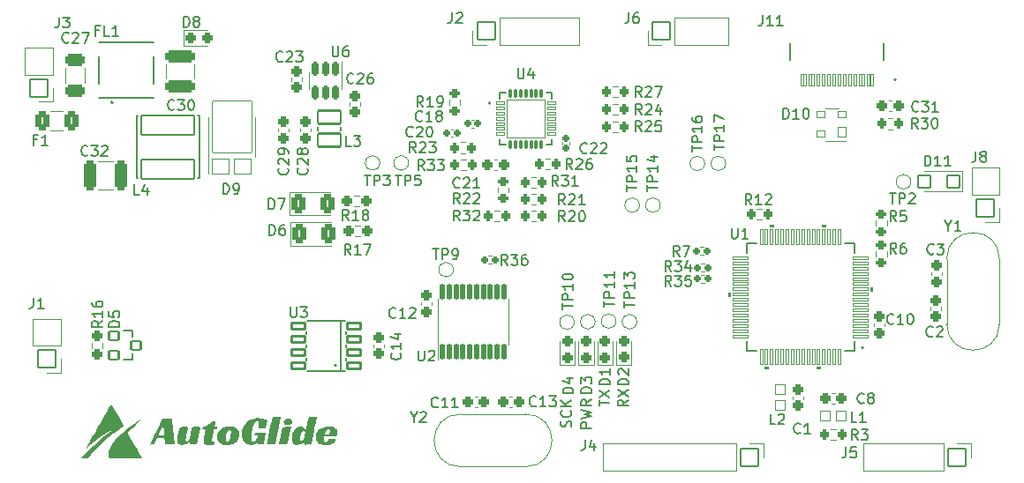
<source format=gto>
G04 #@! TF.GenerationSoftware,KiCad,Pcbnew,7.0.7*
G04 #@! TF.CreationDate,2023-12-18T21:05:11-05:00*
G04 #@! TF.ProjectId,motor_board_pcb,6d6f746f-725f-4626-9f61-72645f706362,rev?*
G04 #@! TF.SameCoordinates,Original*
G04 #@! TF.FileFunction,Legend,Top*
G04 #@! TF.FilePolarity,Positive*
%FSLAX46Y46*%
G04 Gerber Fmt 4.6, Leading zero omitted, Abs format (unit mm)*
G04 Created by KiCad (PCBNEW 7.0.7) date 2023-12-18 21:05:11*
%MOMM*%
%LPD*%
G01*
G04 APERTURE LIST*
G04 Aperture macros list*
%AMRoundRect*
0 Rectangle with rounded corners*
0 $1 Rounding radius*
0 $2 $3 $4 $5 $6 $7 $8 $9 X,Y pos of 4 corners*
0 Add a 4 corners polygon primitive as box body*
4,1,4,$2,$3,$4,$5,$6,$7,$8,$9,$2,$3,0*
0 Add four circle primitives for the rounded corners*
1,1,$1+$1,$2,$3*
1,1,$1+$1,$4,$5*
1,1,$1+$1,$6,$7*
1,1,$1+$1,$8,$9*
0 Add four rect primitives between the rounded corners*
20,1,$1+$1,$2,$3,$4,$5,0*
20,1,$1+$1,$4,$5,$6,$7,0*
20,1,$1+$1,$6,$7,$8,$9,0*
20,1,$1+$1,$8,$9,$2,$3,0*%
%AMFreePoly0*
4,1,37,1.915180,1.368803,1.915215,1.368788,1.962648,1.327266,1.968788,1.315215,1.968803,1.315180,1.977050,1.275000,1.977050,0.575000,1.968803,0.534820,1.968788,0.534785,1.927266,0.487352,1.915215,0.481212,1.915180,0.481197,1.875000,0.472950,0.677050,0.472950,0.677050,-0.425000,0.668803,-0.465180,0.668788,-0.465215,0.627266,-0.512648,0.615215,-0.518788,0.615180,-0.518803,
0.575000,-0.527050,-0.425000,-0.527050,-0.465180,-0.518803,-0.465215,-0.518788,-0.512648,-0.477266,-0.518788,-0.465215,-0.518803,-0.465180,-0.527050,-0.425000,-0.527050,1.275000,-0.518803,1.315180,-0.518788,1.315215,-0.477266,1.362648,-0.465215,1.368788,-0.465180,1.368803,-0.425000,1.377050,1.875000,1.377050,1.915180,1.368803,1.915180,1.368803,$1*%
%AMFreePoly1*
4,1,37,0.465180,1.368803,0.465215,1.368788,0.512648,1.327266,0.518788,1.315215,0.518803,1.315180,0.527050,1.275000,0.527050,-0.425000,0.518803,-0.465180,0.518788,-0.465215,0.477266,-0.512648,0.465215,-0.518788,0.465180,-0.518803,0.425000,-0.527050,-0.575000,-0.527050,-0.615180,-0.518803,-0.615215,-0.518788,-0.662648,-0.477266,-0.668788,-0.465215,-0.668803,-0.465180,-0.677050,-0.425000,
-0.677050,0.472950,-1.875000,0.472950,-1.915180,0.481197,-1.915215,0.481212,-1.962648,0.522734,-1.968788,0.534785,-1.968803,0.534820,-1.977050,0.575000,-1.977050,1.275000,-1.968803,1.315180,-1.968788,1.315215,-1.927266,1.362648,-1.915215,1.368788,-1.915180,1.368803,-1.875000,1.377050,0.425000,1.377050,0.465180,1.368803,0.465180,1.368803,$1*%
%AMFreePoly2*
4,1,37,0.465180,0.518803,0.465215,0.518788,0.512648,0.477266,0.518788,0.465215,0.518803,0.465180,0.527050,0.425000,0.527050,-1.275000,0.518803,-1.315180,0.518788,-1.315215,0.477266,-1.362648,0.465215,-1.368788,0.465180,-1.368803,0.425000,-1.377050,-1.875000,-1.377050,-1.915180,-1.368803,-1.915215,-1.368788,-1.962648,-1.327266,-1.968788,-1.315215,-1.968803,-1.315180,-1.977050,-1.275000,
-1.977050,-0.575000,-1.968803,-0.534820,-1.968788,-0.534785,-1.927266,-0.487352,-1.915215,-0.481212,-1.915180,-0.481197,-1.875000,-0.472950,-0.677050,-0.472950,-0.677050,0.425000,-0.668803,0.465180,-0.668788,0.465215,-0.627266,0.512648,-0.615215,0.518788,-0.615180,0.518803,-0.575000,0.527050,0.425000,0.527050,0.465180,0.518803,0.465180,0.518803,$1*%
%AMFreePoly3*
4,1,37,0.615180,0.518803,0.615215,0.518788,0.662648,0.477266,0.668788,0.465215,0.668803,0.465180,0.677050,0.425000,0.677050,-0.472950,1.875000,-0.472950,1.915180,-0.481197,1.915215,-0.481212,1.962648,-0.522734,1.968788,-0.534785,1.968803,-0.534820,1.977050,-0.575000,1.977050,-1.275000,1.968803,-1.315180,1.968788,-1.315215,1.927266,-1.362648,1.915215,-1.368788,1.915180,-1.368803,
1.875000,-1.377050,-0.425000,-1.377050,-0.465180,-1.368803,-0.465215,-1.368788,-0.512648,-1.327266,-0.518788,-1.315215,-0.518803,-1.315180,-0.527050,-1.275000,-0.527050,0.425000,-0.518803,0.465180,-0.518788,0.465215,-0.477266,0.512648,-0.465215,0.518788,-0.465180,0.518803,-0.425000,0.527050,0.575000,0.527050,0.615180,0.518803,0.615180,0.518803,$1*%
G04 Aperture macros list end*
%ADD10C,0.200000*%
%ADD11C,0.160000*%
%ADD12C,0.120000*%
%ADD13C,0.127000*%
%ADD14C,0.203200*%
%ADD15C,0.152400*%
%ADD16C,0.000100*%
%ADD17RoundRect,0.250000X0.200000X0.275000X-0.200000X0.275000X-0.200000X-0.275000X0.200000X-0.275000X0*%
%ADD18RoundRect,0.275000X-0.225000X-0.250000X0.225000X-0.250000X0.225000X0.250000X-0.225000X0.250000X0*%
%ADD19RoundRect,0.050000X0.850000X0.850000X-0.850000X0.850000X-0.850000X-0.850000X0.850000X-0.850000X0*%
%ADD20O,1.800000X1.800000*%
%ADD21RoundRect,0.250000X-0.200000X-0.275000X0.200000X-0.275000X0.200000X0.275000X-0.200000X0.275000X0*%
%ADD22RoundRect,0.268750X0.256250X-0.218750X0.256250X0.218750X-0.256250X0.218750X-0.256250X-0.218750X0*%
%ADD23C,1.100000*%
%ADD24RoundRect,0.287500X0.250000X0.237500X-0.250000X0.237500X-0.250000X-0.237500X0.250000X-0.237500X0*%
%ADD25C,1.600000*%
%ADD26RoundRect,0.050000X-0.482600X-0.469900X0.482600X-0.469900X0.482600X0.469900X-0.482600X0.469900X0*%
%ADD27RoundRect,0.150000X0.100000X-0.637500X0.100000X0.637500X-0.100000X0.637500X-0.100000X-0.637500X0*%
%ADD28RoundRect,0.275000X0.250000X-0.225000X0.250000X0.225000X-0.250000X0.225000X-0.250000X-0.225000X0*%
%ADD29C,2.100000*%
%ADD30RoundRect,0.185000X-0.135000X-0.185000X0.135000X-0.185000X0.135000X0.185000X-0.135000X0.185000X0*%
%ADD31RoundRect,0.287500X-0.237500X0.250000X-0.237500X-0.250000X0.237500X-0.250000X0.237500X0.250000X0*%
%ADD32RoundRect,0.275000X-0.250000X0.225000X-0.250000X-0.225000X0.250000X-0.225000X0.250000X0.225000X0*%
%ADD33RoundRect,0.058100X-0.396900X-0.126900X0.396900X-0.126900X0.396900X0.126900X-0.396900X0.126900X0*%
%ADD34RoundRect,0.077000X-0.108000X-0.378000X0.108000X-0.378000X0.108000X0.378000X-0.108000X0.378000X0*%
%ADD35RoundRect,0.050000X-1.850000X-1.850000X1.850000X-1.850000X1.850000X1.850000X-1.850000X1.850000X0*%
%ADD36RoundRect,0.190000X0.140000X0.170000X-0.140000X0.170000X-0.140000X-0.170000X0.140000X-0.170000X0*%
%ADD37RoundRect,0.102000X-0.450000X0.400000X-0.450000X-0.400000X0.450000X-0.400000X0.450000X0.400000X0*%
%ADD38RoundRect,0.050000X-0.850000X0.850000X-0.850000X-0.850000X0.850000X-0.850000X0.850000X0.850000X0*%
%ADD39RoundRect,0.102000X0.650000X-0.300000X0.650000X0.300000X-0.650000X0.300000X-0.650000X-0.300000X0*%
%ADD40RoundRect,0.050000X0.350000X0.500000X-0.350000X0.500000X-0.350000X-0.500000X0.350000X-0.500000X0*%
%ADD41RoundRect,0.050000X0.350000X0.300000X-0.350000X0.300000X-0.350000X-0.300000X0.350000X-0.300000X0*%
%ADD42RoundRect,0.300000X-0.375000X-0.625000X0.375000X-0.625000X0.375000X0.625000X-0.375000X0.625000X0*%
%ADD43RoundRect,0.250000X0.275000X-0.200000X0.275000X0.200000X-0.275000X0.200000X-0.275000X-0.200000X0*%
%ADD44RoundRect,0.300000X-0.325000X-1.100000X0.325000X-1.100000X0.325000X1.100000X-0.325000X1.100000X0*%
%ADD45RoundRect,0.050000X0.600000X0.600000X-0.600000X0.600000X-0.600000X-0.600000X0.600000X-0.600000X0*%
%ADD46RoundRect,0.190000X-0.170000X0.140000X-0.170000X-0.140000X0.170000X-0.140000X0.170000X0.140000X0*%
%ADD47FreePoly0,180.000000*%
%ADD48FreePoly1,180.000000*%
%ADD49FreePoly2,180.000000*%
%ADD50FreePoly3,180.000000*%
%ADD51RoundRect,0.185000X0.135000X0.185000X-0.135000X0.185000X-0.135000X-0.185000X0.135000X-0.185000X0*%
%ADD52RoundRect,0.275000X0.225000X0.250000X-0.225000X0.250000X-0.225000X-0.250000X0.225000X-0.250000X0*%
%ADD53RoundRect,0.102000X-2.550000X0.950000X-2.550000X-0.950000X2.550000X-0.950000X2.550000X0.950000X0*%
%ADD54RoundRect,0.050000X0.150000X0.570000X-0.150000X0.570000X-0.150000X-0.570000X0.150000X-0.570000X0*%
%ADD55O,1.000000X2.100000*%
%ADD56RoundRect,0.300000X-0.650000X0.325000X-0.650000X-0.325000X0.650000X-0.325000X0.650000X0.325000X0*%
%ADD57RoundRect,0.050000X-0.698500X0.139700X-0.698500X-0.139700X0.698500X-0.139700X0.698500X0.139700X0*%
%ADD58RoundRect,0.050000X0.139700X0.698500X-0.139700X0.698500X-0.139700X-0.698500X0.139700X-0.698500X0*%
%ADD59RoundRect,0.250000X-0.275000X0.200000X-0.275000X-0.200000X0.275000X-0.200000X0.275000X0.200000X0*%
%ADD60RoundRect,0.268750X-0.218750X-0.256250X0.218750X-0.256250X0.218750X0.256250X-0.218750X0.256250X0*%
%ADD61RoundRect,0.200000X-0.150000X0.512500X-0.150000X-0.512500X0.150000X-0.512500X0.150000X0.512500X0*%
%ADD62RoundRect,0.300000X-1.100000X0.325000X-1.100000X-0.325000X1.100000X-0.325000X1.100000X0.325000X0*%
%ADD63RoundRect,0.102000X-1.110000X0.620000X-1.110000X-0.620000X1.110000X-0.620000X1.110000X0.620000X0*%
%ADD64RoundRect,0.050000X-0.800000X0.720000X-0.800000X-0.720000X0.800000X-0.720000X0.800000X0.720000X0*%
%ADD65RoundRect,0.050000X-1.900000X2.480000X-1.900000X-2.480000X1.900000X-2.480000X1.900000X2.480000X0*%
%ADD66RoundRect,0.050000X-0.469900X0.482600X-0.469900X-0.482600X0.469900X-0.482600X0.469900X0.482600X0*%
%ADD67RoundRect,0.050000X0.850000X-0.850000X0.850000X0.850000X-0.850000X0.850000X-0.850000X-0.850000X0*%
G04 APERTURE END LIST*
D10*
X173600000Y-90500000D02*
G75*
G03*
X173600000Y-90500000I-100000J0D01*
G01*
D11*
X145521680Y-98104260D02*
X145569299Y-97961403D01*
X145569299Y-97961403D02*
X145569299Y-97723308D01*
X145569299Y-97723308D02*
X145521680Y-97628070D01*
X145521680Y-97628070D02*
X145474060Y-97580451D01*
X145474060Y-97580451D02*
X145378822Y-97532832D01*
X145378822Y-97532832D02*
X145283584Y-97532832D01*
X145283584Y-97532832D02*
X145188346Y-97580451D01*
X145188346Y-97580451D02*
X145140727Y-97628070D01*
X145140727Y-97628070D02*
X145093108Y-97723308D01*
X145093108Y-97723308D02*
X145045489Y-97913784D01*
X145045489Y-97913784D02*
X144997870Y-98009022D01*
X144997870Y-98009022D02*
X144950251Y-98056641D01*
X144950251Y-98056641D02*
X144855013Y-98104260D01*
X144855013Y-98104260D02*
X144759775Y-98104260D01*
X144759775Y-98104260D02*
X144664537Y-98056641D01*
X144664537Y-98056641D02*
X144616918Y-98009022D01*
X144616918Y-98009022D02*
X144569299Y-97913784D01*
X144569299Y-97913784D02*
X144569299Y-97675689D01*
X144569299Y-97675689D02*
X144616918Y-97532832D01*
X145474060Y-96532832D02*
X145521680Y-96580451D01*
X145521680Y-96580451D02*
X145569299Y-96723308D01*
X145569299Y-96723308D02*
X145569299Y-96818546D01*
X145569299Y-96818546D02*
X145521680Y-96961403D01*
X145521680Y-96961403D02*
X145426441Y-97056641D01*
X145426441Y-97056641D02*
X145331203Y-97104260D01*
X145331203Y-97104260D02*
X145140727Y-97151879D01*
X145140727Y-97151879D02*
X144997870Y-97151879D01*
X144997870Y-97151879D02*
X144807394Y-97104260D01*
X144807394Y-97104260D02*
X144712156Y-97056641D01*
X144712156Y-97056641D02*
X144616918Y-96961403D01*
X144616918Y-96961403D02*
X144569299Y-96818546D01*
X144569299Y-96818546D02*
X144569299Y-96723308D01*
X144569299Y-96723308D02*
X144616918Y-96580451D01*
X144616918Y-96580451D02*
X144664537Y-96532832D01*
X145569299Y-96104260D02*
X144569299Y-96104260D01*
X145569299Y-95532832D02*
X144997870Y-95961403D01*
X144569299Y-95532832D02*
X145140727Y-96104260D01*
X147494299Y-98206641D02*
X146494299Y-98206641D01*
X146494299Y-98206641D02*
X146494299Y-97825689D01*
X146494299Y-97825689D02*
X146541918Y-97730451D01*
X146541918Y-97730451D02*
X146589537Y-97682832D01*
X146589537Y-97682832D02*
X146684775Y-97635213D01*
X146684775Y-97635213D02*
X146827632Y-97635213D01*
X146827632Y-97635213D02*
X146922870Y-97682832D01*
X146922870Y-97682832D02*
X146970489Y-97730451D01*
X146970489Y-97730451D02*
X147018108Y-97825689D01*
X147018108Y-97825689D02*
X147018108Y-98206641D01*
X146494299Y-97301879D02*
X147494299Y-97063784D01*
X147494299Y-97063784D02*
X146780013Y-96873308D01*
X146780013Y-96873308D02*
X147494299Y-96682832D01*
X147494299Y-96682832D02*
X146494299Y-96444737D01*
X147494299Y-95492356D02*
X147018108Y-95825689D01*
X147494299Y-96063784D02*
X146494299Y-96063784D01*
X146494299Y-96063784D02*
X146494299Y-95682832D01*
X146494299Y-95682832D02*
X146541918Y-95587594D01*
X146541918Y-95587594D02*
X146589537Y-95539975D01*
X146589537Y-95539975D02*
X146684775Y-95492356D01*
X146684775Y-95492356D02*
X146827632Y-95492356D01*
X146827632Y-95492356D02*
X146922870Y-95539975D01*
X146922870Y-95539975D02*
X146970489Y-95587594D01*
X146970489Y-95587594D02*
X147018108Y-95682832D01*
X147018108Y-95682832D02*
X147018108Y-96063784D01*
D10*
X148217219Y-96073183D02*
X148217219Y-95501755D01*
X149217219Y-95787469D02*
X148217219Y-95787469D01*
X148217219Y-95263659D02*
X149217219Y-94596993D01*
X148217219Y-94596993D02*
X149217219Y-95263659D01*
X151017219Y-95508898D02*
X150541028Y-95842231D01*
X151017219Y-96080326D02*
X150017219Y-96080326D01*
X150017219Y-96080326D02*
X150017219Y-95699374D01*
X150017219Y-95699374D02*
X150064838Y-95604136D01*
X150064838Y-95604136D02*
X150112457Y-95556517D01*
X150112457Y-95556517D02*
X150207695Y-95508898D01*
X150207695Y-95508898D02*
X150350552Y-95508898D01*
X150350552Y-95508898D02*
X150445790Y-95556517D01*
X150445790Y-95556517D02*
X150493409Y-95604136D01*
X150493409Y-95604136D02*
X150541028Y-95699374D01*
X150541028Y-95699374D02*
X150541028Y-96080326D01*
X150017219Y-95175564D02*
X151017219Y-94508898D01*
X150017219Y-94508898D02*
X151017219Y-95175564D01*
D11*
X152295983Y-66404029D02*
X151962650Y-65927838D01*
X151724555Y-66404029D02*
X151724555Y-65404029D01*
X151724555Y-65404029D02*
X152105507Y-65404029D01*
X152105507Y-65404029D02*
X152200745Y-65451648D01*
X152200745Y-65451648D02*
X152248364Y-65499267D01*
X152248364Y-65499267D02*
X152295983Y-65594505D01*
X152295983Y-65594505D02*
X152295983Y-65737362D01*
X152295983Y-65737362D02*
X152248364Y-65832600D01*
X152248364Y-65832600D02*
X152200745Y-65880219D01*
X152200745Y-65880219D02*
X152105507Y-65927838D01*
X152105507Y-65927838D02*
X151724555Y-65927838D01*
X152676936Y-65499267D02*
X152724555Y-65451648D01*
X152724555Y-65451648D02*
X152819793Y-65404029D01*
X152819793Y-65404029D02*
X153057888Y-65404029D01*
X153057888Y-65404029D02*
X153153126Y-65451648D01*
X153153126Y-65451648D02*
X153200745Y-65499267D01*
X153200745Y-65499267D02*
X153248364Y-65594505D01*
X153248364Y-65594505D02*
X153248364Y-65689743D01*
X153248364Y-65689743D02*
X153200745Y-65832600D01*
X153200745Y-65832600D02*
X152629317Y-66404029D01*
X152629317Y-66404029D02*
X153248364Y-66404029D01*
X153581698Y-65404029D02*
X154248364Y-65404029D01*
X154248364Y-65404029D02*
X153819793Y-66404029D01*
X134857142Y-75059060D02*
X134809523Y-75106680D01*
X134809523Y-75106680D02*
X134666666Y-75154299D01*
X134666666Y-75154299D02*
X134571428Y-75154299D01*
X134571428Y-75154299D02*
X134428571Y-75106680D01*
X134428571Y-75106680D02*
X134333333Y-75011441D01*
X134333333Y-75011441D02*
X134285714Y-74916203D01*
X134285714Y-74916203D02*
X134238095Y-74725727D01*
X134238095Y-74725727D02*
X134238095Y-74582870D01*
X134238095Y-74582870D02*
X134285714Y-74392394D01*
X134285714Y-74392394D02*
X134333333Y-74297156D01*
X134333333Y-74297156D02*
X134428571Y-74201918D01*
X134428571Y-74201918D02*
X134571428Y-74154299D01*
X134571428Y-74154299D02*
X134666666Y-74154299D01*
X134666666Y-74154299D02*
X134809523Y-74201918D01*
X134809523Y-74201918D02*
X134857142Y-74249537D01*
X135238095Y-74249537D02*
X135285714Y-74201918D01*
X135285714Y-74201918D02*
X135380952Y-74154299D01*
X135380952Y-74154299D02*
X135619047Y-74154299D01*
X135619047Y-74154299D02*
X135714285Y-74201918D01*
X135714285Y-74201918D02*
X135761904Y-74249537D01*
X135761904Y-74249537D02*
X135809523Y-74344775D01*
X135809523Y-74344775D02*
X135809523Y-74440013D01*
X135809523Y-74440013D02*
X135761904Y-74582870D01*
X135761904Y-74582870D02*
X135190476Y-75154299D01*
X135190476Y-75154299D02*
X135809523Y-75154299D01*
X136761904Y-75154299D02*
X136190476Y-75154299D01*
X136476190Y-75154299D02*
X136476190Y-74154299D01*
X136476190Y-74154299D02*
X136380952Y-74297156D01*
X136380952Y-74297156D02*
X136285714Y-74392394D01*
X136285714Y-74392394D02*
X136190476Y-74440013D01*
X184356666Y-71654299D02*
X184356666Y-72368584D01*
X184356666Y-72368584D02*
X184309047Y-72511441D01*
X184309047Y-72511441D02*
X184213809Y-72606680D01*
X184213809Y-72606680D02*
X184070952Y-72654299D01*
X184070952Y-72654299D02*
X183975714Y-72654299D01*
X184975714Y-72082870D02*
X184880476Y-72035251D01*
X184880476Y-72035251D02*
X184832857Y-71987632D01*
X184832857Y-71987632D02*
X184785238Y-71892394D01*
X184785238Y-71892394D02*
X184785238Y-71844775D01*
X184785238Y-71844775D02*
X184832857Y-71749537D01*
X184832857Y-71749537D02*
X184880476Y-71701918D01*
X184880476Y-71701918D02*
X184975714Y-71654299D01*
X184975714Y-71654299D02*
X185166190Y-71654299D01*
X185166190Y-71654299D02*
X185261428Y-71701918D01*
X185261428Y-71701918D02*
X185309047Y-71749537D01*
X185309047Y-71749537D02*
X185356666Y-71844775D01*
X185356666Y-71844775D02*
X185356666Y-71892394D01*
X185356666Y-71892394D02*
X185309047Y-71987632D01*
X185309047Y-71987632D02*
X185261428Y-72035251D01*
X185261428Y-72035251D02*
X185166190Y-72082870D01*
X185166190Y-72082870D02*
X184975714Y-72082870D01*
X184975714Y-72082870D02*
X184880476Y-72130489D01*
X184880476Y-72130489D02*
X184832857Y-72178108D01*
X184832857Y-72178108D02*
X184785238Y-72273346D01*
X184785238Y-72273346D02*
X184785238Y-72463822D01*
X184785238Y-72463822D02*
X184832857Y-72559060D01*
X184832857Y-72559060D02*
X184880476Y-72606680D01*
X184880476Y-72606680D02*
X184975714Y-72654299D01*
X184975714Y-72654299D02*
X185166190Y-72654299D01*
X185166190Y-72654299D02*
X185261428Y-72606680D01*
X185261428Y-72606680D02*
X185309047Y-72559060D01*
X185309047Y-72559060D02*
X185356666Y-72463822D01*
X185356666Y-72463822D02*
X185356666Y-72273346D01*
X185356666Y-72273346D02*
X185309047Y-72178108D01*
X185309047Y-72178108D02*
X185261428Y-72130489D01*
X185261428Y-72130489D02*
X185166190Y-72082870D01*
X144307142Y-74954299D02*
X143973809Y-74478108D01*
X143735714Y-74954299D02*
X143735714Y-73954299D01*
X143735714Y-73954299D02*
X144116666Y-73954299D01*
X144116666Y-73954299D02*
X144211904Y-74001918D01*
X144211904Y-74001918D02*
X144259523Y-74049537D01*
X144259523Y-74049537D02*
X144307142Y-74144775D01*
X144307142Y-74144775D02*
X144307142Y-74287632D01*
X144307142Y-74287632D02*
X144259523Y-74382870D01*
X144259523Y-74382870D02*
X144211904Y-74430489D01*
X144211904Y-74430489D02*
X144116666Y-74478108D01*
X144116666Y-74478108D02*
X143735714Y-74478108D01*
X144640476Y-73954299D02*
X145259523Y-73954299D01*
X145259523Y-73954299D02*
X144926190Y-74335251D01*
X144926190Y-74335251D02*
X145069047Y-74335251D01*
X145069047Y-74335251D02*
X145164285Y-74382870D01*
X145164285Y-74382870D02*
X145211904Y-74430489D01*
X145211904Y-74430489D02*
X145259523Y-74525727D01*
X145259523Y-74525727D02*
X145259523Y-74763822D01*
X145259523Y-74763822D02*
X145211904Y-74859060D01*
X145211904Y-74859060D02*
X145164285Y-74906680D01*
X145164285Y-74906680D02*
X145069047Y-74954299D01*
X145069047Y-74954299D02*
X144783333Y-74954299D01*
X144783333Y-74954299D02*
X144688095Y-74906680D01*
X144688095Y-74906680D02*
X144640476Y-74859060D01*
X146211904Y-74954299D02*
X145640476Y-74954299D01*
X145926190Y-74954299D02*
X145926190Y-73954299D01*
X145926190Y-73954299D02*
X145830952Y-74097156D01*
X145830952Y-74097156D02*
X145735714Y-74192394D01*
X145735714Y-74192394D02*
X145640476Y-74240013D01*
X149254299Y-94038094D02*
X148254299Y-94038094D01*
X148254299Y-94038094D02*
X148254299Y-93799999D01*
X148254299Y-93799999D02*
X148301918Y-93657142D01*
X148301918Y-93657142D02*
X148397156Y-93561904D01*
X148397156Y-93561904D02*
X148492394Y-93514285D01*
X148492394Y-93514285D02*
X148682870Y-93466666D01*
X148682870Y-93466666D02*
X148825727Y-93466666D01*
X148825727Y-93466666D02*
X149016203Y-93514285D01*
X149016203Y-93514285D02*
X149111441Y-93561904D01*
X149111441Y-93561904D02*
X149206680Y-93657142D01*
X149206680Y-93657142D02*
X149254299Y-93799999D01*
X149254299Y-93799999D02*
X149254299Y-94038094D01*
X149254299Y-92514285D02*
X149254299Y-93085713D01*
X149254299Y-92799999D02*
X148254299Y-92799999D01*
X148254299Y-92799999D02*
X148397156Y-92895237D01*
X148397156Y-92895237D02*
X148492394Y-92990475D01*
X148492394Y-92990475D02*
X148540013Y-93085713D01*
X150604299Y-86638094D02*
X150604299Y-86066666D01*
X151604299Y-86352380D02*
X150604299Y-86352380D01*
X151604299Y-85733332D02*
X150604299Y-85733332D01*
X150604299Y-85733332D02*
X150604299Y-85352380D01*
X150604299Y-85352380D02*
X150651918Y-85257142D01*
X150651918Y-85257142D02*
X150699537Y-85209523D01*
X150699537Y-85209523D02*
X150794775Y-85161904D01*
X150794775Y-85161904D02*
X150937632Y-85161904D01*
X150937632Y-85161904D02*
X151032870Y-85209523D01*
X151032870Y-85209523D02*
X151080489Y-85257142D01*
X151080489Y-85257142D02*
X151128108Y-85352380D01*
X151128108Y-85352380D02*
X151128108Y-85733332D01*
X151604299Y-84209523D02*
X151604299Y-84780951D01*
X151604299Y-84495237D02*
X150604299Y-84495237D01*
X150604299Y-84495237D02*
X150747156Y-84590475D01*
X150747156Y-84590475D02*
X150842394Y-84685713D01*
X150842394Y-84685713D02*
X150890013Y-84780951D01*
X150604299Y-83876189D02*
X150604299Y-83257142D01*
X150604299Y-83257142D02*
X150985251Y-83590475D01*
X150985251Y-83590475D02*
X150985251Y-83447618D01*
X150985251Y-83447618D02*
X151032870Y-83352380D01*
X151032870Y-83352380D02*
X151080489Y-83304761D01*
X151080489Y-83304761D02*
X151175727Y-83257142D01*
X151175727Y-83257142D02*
X151413822Y-83257142D01*
X151413822Y-83257142D02*
X151509060Y-83304761D01*
X151509060Y-83304761D02*
X151556680Y-83352380D01*
X151556680Y-83352380D02*
X151604299Y-83447618D01*
X151604299Y-83447618D02*
X151604299Y-83733332D01*
X151604299Y-83733332D02*
X151556680Y-83828570D01*
X151556680Y-83828570D02*
X151509060Y-83876189D01*
X124407142Y-81554299D02*
X124073809Y-81078108D01*
X123835714Y-81554299D02*
X123835714Y-80554299D01*
X123835714Y-80554299D02*
X124216666Y-80554299D01*
X124216666Y-80554299D02*
X124311904Y-80601918D01*
X124311904Y-80601918D02*
X124359523Y-80649537D01*
X124359523Y-80649537D02*
X124407142Y-80744775D01*
X124407142Y-80744775D02*
X124407142Y-80887632D01*
X124407142Y-80887632D02*
X124359523Y-80982870D01*
X124359523Y-80982870D02*
X124311904Y-81030489D01*
X124311904Y-81030489D02*
X124216666Y-81078108D01*
X124216666Y-81078108D02*
X123835714Y-81078108D01*
X125359523Y-81554299D02*
X124788095Y-81554299D01*
X125073809Y-81554299D02*
X125073809Y-80554299D01*
X125073809Y-80554299D02*
X124978571Y-80697156D01*
X124978571Y-80697156D02*
X124883333Y-80792394D01*
X124883333Y-80792394D02*
X124788095Y-80840013D01*
X125692857Y-80554299D02*
X126359523Y-80554299D01*
X126359523Y-80554299D02*
X125930952Y-81554299D01*
X130448809Y-97165608D02*
X130448809Y-97641799D01*
X130115476Y-96641799D02*
X130448809Y-97165608D01*
X130448809Y-97165608D02*
X130782142Y-96641799D01*
X131067857Y-96737037D02*
X131115476Y-96689418D01*
X131115476Y-96689418D02*
X131210714Y-96641799D01*
X131210714Y-96641799D02*
X131448809Y-96641799D01*
X131448809Y-96641799D02*
X131544047Y-96689418D01*
X131544047Y-96689418D02*
X131591666Y-96737037D01*
X131591666Y-96737037D02*
X131639285Y-96832275D01*
X131639285Y-96832275D02*
X131639285Y-96927513D01*
X131639285Y-96927513D02*
X131591666Y-97070370D01*
X131591666Y-97070370D02*
X131020238Y-97641799D01*
X131020238Y-97641799D02*
X131639285Y-97641799D01*
X176108095Y-75664299D02*
X176679523Y-75664299D01*
X176393809Y-76664299D02*
X176393809Y-75664299D01*
X177012857Y-76664299D02*
X177012857Y-75664299D01*
X177012857Y-75664299D02*
X177393809Y-75664299D01*
X177393809Y-75664299D02*
X177489047Y-75711918D01*
X177489047Y-75711918D02*
X177536666Y-75759537D01*
X177536666Y-75759537D02*
X177584285Y-75854775D01*
X177584285Y-75854775D02*
X177584285Y-75997632D01*
X177584285Y-75997632D02*
X177536666Y-76092870D01*
X177536666Y-76092870D02*
X177489047Y-76140489D01*
X177489047Y-76140489D02*
X177393809Y-76188108D01*
X177393809Y-76188108D02*
X177012857Y-76188108D01*
X177965238Y-75759537D02*
X178012857Y-75711918D01*
X178012857Y-75711918D02*
X178108095Y-75664299D01*
X178108095Y-75664299D02*
X178346190Y-75664299D01*
X178346190Y-75664299D02*
X178441428Y-75711918D01*
X178441428Y-75711918D02*
X178489047Y-75759537D01*
X178489047Y-75759537D02*
X178536666Y-75854775D01*
X178536666Y-75854775D02*
X178536666Y-75950013D01*
X178536666Y-75950013D02*
X178489047Y-76092870D01*
X178489047Y-76092870D02*
X177917619Y-76664299D01*
X177917619Y-76664299D02*
X178536666Y-76664299D01*
X172933333Y-97654299D02*
X172457143Y-97654299D01*
X172457143Y-97654299D02*
X172457143Y-96654299D01*
X173790476Y-97654299D02*
X173219048Y-97654299D01*
X173504762Y-97654299D02*
X173504762Y-96654299D01*
X173504762Y-96654299D02*
X173409524Y-96797156D01*
X173409524Y-96797156D02*
X173314286Y-96892394D01*
X173314286Y-96892394D02*
X173219048Y-96940013D01*
X125738095Y-73904299D02*
X126309523Y-73904299D01*
X126023809Y-74904299D02*
X126023809Y-73904299D01*
X126642857Y-74904299D02*
X126642857Y-73904299D01*
X126642857Y-73904299D02*
X127023809Y-73904299D01*
X127023809Y-73904299D02*
X127119047Y-73951918D01*
X127119047Y-73951918D02*
X127166666Y-73999537D01*
X127166666Y-73999537D02*
X127214285Y-74094775D01*
X127214285Y-74094775D02*
X127214285Y-74237632D01*
X127214285Y-74237632D02*
X127166666Y-74332870D01*
X127166666Y-74332870D02*
X127119047Y-74380489D01*
X127119047Y-74380489D02*
X127023809Y-74428108D01*
X127023809Y-74428108D02*
X126642857Y-74428108D01*
X127547619Y-73904299D02*
X128166666Y-73904299D01*
X128166666Y-73904299D02*
X127833333Y-74285251D01*
X127833333Y-74285251D02*
X127976190Y-74285251D01*
X127976190Y-74285251D02*
X128071428Y-74332870D01*
X128071428Y-74332870D02*
X128119047Y-74380489D01*
X128119047Y-74380489D02*
X128166666Y-74475727D01*
X128166666Y-74475727D02*
X128166666Y-74713822D01*
X128166666Y-74713822D02*
X128119047Y-74809060D01*
X128119047Y-74809060D02*
X128071428Y-74856680D01*
X128071428Y-74856680D02*
X127976190Y-74904299D01*
X127976190Y-74904299D02*
X127690476Y-74904299D01*
X127690476Y-74904299D02*
X127595238Y-74856680D01*
X127595238Y-74856680D02*
X127547619Y-74809060D01*
X130888095Y-90754299D02*
X130888095Y-91563822D01*
X130888095Y-91563822D02*
X130935714Y-91659060D01*
X130935714Y-91659060D02*
X130983333Y-91706680D01*
X130983333Y-91706680D02*
X131078571Y-91754299D01*
X131078571Y-91754299D02*
X131269047Y-91754299D01*
X131269047Y-91754299D02*
X131364285Y-91706680D01*
X131364285Y-91706680D02*
X131411904Y-91659060D01*
X131411904Y-91659060D02*
X131459523Y-91563822D01*
X131459523Y-91563822D02*
X131459523Y-90754299D01*
X131888095Y-90849537D02*
X131935714Y-90801918D01*
X131935714Y-90801918D02*
X132030952Y-90754299D01*
X132030952Y-90754299D02*
X132269047Y-90754299D01*
X132269047Y-90754299D02*
X132364285Y-90801918D01*
X132364285Y-90801918D02*
X132411904Y-90849537D01*
X132411904Y-90849537D02*
X132459523Y-90944775D01*
X132459523Y-90944775D02*
X132459523Y-91040013D01*
X132459523Y-91040013D02*
X132411904Y-91182870D01*
X132411904Y-91182870D02*
X131840476Y-91754299D01*
X131840476Y-91754299D02*
X132459523Y-91754299D01*
X176457142Y-88159060D02*
X176409523Y-88206680D01*
X176409523Y-88206680D02*
X176266666Y-88254299D01*
X176266666Y-88254299D02*
X176171428Y-88254299D01*
X176171428Y-88254299D02*
X176028571Y-88206680D01*
X176028571Y-88206680D02*
X175933333Y-88111441D01*
X175933333Y-88111441D02*
X175885714Y-88016203D01*
X175885714Y-88016203D02*
X175838095Y-87825727D01*
X175838095Y-87825727D02*
X175838095Y-87682870D01*
X175838095Y-87682870D02*
X175885714Y-87492394D01*
X175885714Y-87492394D02*
X175933333Y-87397156D01*
X175933333Y-87397156D02*
X176028571Y-87301918D01*
X176028571Y-87301918D02*
X176171428Y-87254299D01*
X176171428Y-87254299D02*
X176266666Y-87254299D01*
X176266666Y-87254299D02*
X176409523Y-87301918D01*
X176409523Y-87301918D02*
X176457142Y-87349537D01*
X177409523Y-88254299D02*
X176838095Y-88254299D01*
X177123809Y-88254299D02*
X177123809Y-87254299D01*
X177123809Y-87254299D02*
X177028571Y-87397156D01*
X177028571Y-87397156D02*
X176933333Y-87492394D01*
X176933333Y-87492394D02*
X176838095Y-87540013D01*
X178028571Y-87254299D02*
X178123809Y-87254299D01*
X178123809Y-87254299D02*
X178219047Y-87301918D01*
X178219047Y-87301918D02*
X178266666Y-87349537D01*
X178266666Y-87349537D02*
X178314285Y-87444775D01*
X178314285Y-87444775D02*
X178361904Y-87635251D01*
X178361904Y-87635251D02*
X178361904Y-87873346D01*
X178361904Y-87873346D02*
X178314285Y-88063822D01*
X178314285Y-88063822D02*
X178266666Y-88159060D01*
X178266666Y-88159060D02*
X178219047Y-88206680D01*
X178219047Y-88206680D02*
X178123809Y-88254299D01*
X178123809Y-88254299D02*
X178028571Y-88254299D01*
X178028571Y-88254299D02*
X177933333Y-88206680D01*
X177933333Y-88206680D02*
X177885714Y-88159060D01*
X177885714Y-88159060D02*
X177838095Y-88063822D01*
X177838095Y-88063822D02*
X177790476Y-87873346D01*
X177790476Y-87873346D02*
X177790476Y-87635251D01*
X177790476Y-87635251D02*
X177838095Y-87444775D01*
X177838095Y-87444775D02*
X177885714Y-87349537D01*
X177885714Y-87349537D02*
X177933333Y-87301918D01*
X177933333Y-87301918D02*
X178028571Y-87254299D01*
X155157142Y-83154299D02*
X154823809Y-82678108D01*
X154585714Y-83154299D02*
X154585714Y-82154299D01*
X154585714Y-82154299D02*
X154966666Y-82154299D01*
X154966666Y-82154299D02*
X155061904Y-82201918D01*
X155061904Y-82201918D02*
X155109523Y-82249537D01*
X155109523Y-82249537D02*
X155157142Y-82344775D01*
X155157142Y-82344775D02*
X155157142Y-82487632D01*
X155157142Y-82487632D02*
X155109523Y-82582870D01*
X155109523Y-82582870D02*
X155061904Y-82630489D01*
X155061904Y-82630489D02*
X154966666Y-82678108D01*
X154966666Y-82678108D02*
X154585714Y-82678108D01*
X155490476Y-82154299D02*
X156109523Y-82154299D01*
X156109523Y-82154299D02*
X155776190Y-82535251D01*
X155776190Y-82535251D02*
X155919047Y-82535251D01*
X155919047Y-82535251D02*
X156014285Y-82582870D01*
X156014285Y-82582870D02*
X156061904Y-82630489D01*
X156061904Y-82630489D02*
X156109523Y-82725727D01*
X156109523Y-82725727D02*
X156109523Y-82963822D01*
X156109523Y-82963822D02*
X156061904Y-83059060D01*
X156061904Y-83059060D02*
X156014285Y-83106680D01*
X156014285Y-83106680D02*
X155919047Y-83154299D01*
X155919047Y-83154299D02*
X155633333Y-83154299D01*
X155633333Y-83154299D02*
X155538095Y-83106680D01*
X155538095Y-83106680D02*
X155490476Y-83059060D01*
X156966666Y-82487632D02*
X156966666Y-83154299D01*
X156728571Y-82106680D02*
X156490476Y-82820965D01*
X156490476Y-82820965D02*
X157109523Y-82820965D01*
X100604299Y-87932857D02*
X100128108Y-88266190D01*
X100604299Y-88504285D02*
X99604299Y-88504285D01*
X99604299Y-88504285D02*
X99604299Y-88123333D01*
X99604299Y-88123333D02*
X99651918Y-88028095D01*
X99651918Y-88028095D02*
X99699537Y-87980476D01*
X99699537Y-87980476D02*
X99794775Y-87932857D01*
X99794775Y-87932857D02*
X99937632Y-87932857D01*
X99937632Y-87932857D02*
X100032870Y-87980476D01*
X100032870Y-87980476D02*
X100080489Y-88028095D01*
X100080489Y-88028095D02*
X100128108Y-88123333D01*
X100128108Y-88123333D02*
X100128108Y-88504285D01*
X100604299Y-86980476D02*
X100604299Y-87551904D01*
X100604299Y-87266190D02*
X99604299Y-87266190D01*
X99604299Y-87266190D02*
X99747156Y-87361428D01*
X99747156Y-87361428D02*
X99842394Y-87456666D01*
X99842394Y-87456666D02*
X99890013Y-87551904D01*
X99604299Y-86123333D02*
X99604299Y-86313809D01*
X99604299Y-86313809D02*
X99651918Y-86409047D01*
X99651918Y-86409047D02*
X99699537Y-86456666D01*
X99699537Y-86456666D02*
X99842394Y-86551904D01*
X99842394Y-86551904D02*
X100032870Y-86599523D01*
X100032870Y-86599523D02*
X100413822Y-86599523D01*
X100413822Y-86599523D02*
X100509060Y-86551904D01*
X100509060Y-86551904D02*
X100556680Y-86504285D01*
X100556680Y-86504285D02*
X100604299Y-86409047D01*
X100604299Y-86409047D02*
X100604299Y-86218571D01*
X100604299Y-86218571D02*
X100556680Y-86123333D01*
X100556680Y-86123333D02*
X100509060Y-86075714D01*
X100509060Y-86075714D02*
X100413822Y-86028095D01*
X100413822Y-86028095D02*
X100175727Y-86028095D01*
X100175727Y-86028095D02*
X100080489Y-86075714D01*
X100080489Y-86075714D02*
X100032870Y-86123333D01*
X100032870Y-86123333D02*
X99985251Y-86218571D01*
X99985251Y-86218571D02*
X99985251Y-86409047D01*
X99985251Y-86409047D02*
X100032870Y-86504285D01*
X100032870Y-86504285D02*
X100080489Y-86551904D01*
X100080489Y-86551904D02*
X100175727Y-86599523D01*
X128707142Y-87559060D02*
X128659523Y-87606680D01*
X128659523Y-87606680D02*
X128516666Y-87654299D01*
X128516666Y-87654299D02*
X128421428Y-87654299D01*
X128421428Y-87654299D02*
X128278571Y-87606680D01*
X128278571Y-87606680D02*
X128183333Y-87511441D01*
X128183333Y-87511441D02*
X128135714Y-87416203D01*
X128135714Y-87416203D02*
X128088095Y-87225727D01*
X128088095Y-87225727D02*
X128088095Y-87082870D01*
X128088095Y-87082870D02*
X128135714Y-86892394D01*
X128135714Y-86892394D02*
X128183333Y-86797156D01*
X128183333Y-86797156D02*
X128278571Y-86701918D01*
X128278571Y-86701918D02*
X128421428Y-86654299D01*
X128421428Y-86654299D02*
X128516666Y-86654299D01*
X128516666Y-86654299D02*
X128659523Y-86701918D01*
X128659523Y-86701918D02*
X128707142Y-86749537D01*
X129659523Y-87654299D02*
X129088095Y-87654299D01*
X129373809Y-87654299D02*
X129373809Y-86654299D01*
X129373809Y-86654299D02*
X129278571Y-86797156D01*
X129278571Y-86797156D02*
X129183333Y-86892394D01*
X129183333Y-86892394D02*
X129088095Y-86940013D01*
X130040476Y-86749537D02*
X130088095Y-86701918D01*
X130088095Y-86701918D02*
X130183333Y-86654299D01*
X130183333Y-86654299D02*
X130421428Y-86654299D01*
X130421428Y-86654299D02*
X130516666Y-86701918D01*
X130516666Y-86701918D02*
X130564285Y-86749537D01*
X130564285Y-86749537D02*
X130611904Y-86844775D01*
X130611904Y-86844775D02*
X130611904Y-86940013D01*
X130611904Y-86940013D02*
X130564285Y-87082870D01*
X130564285Y-87082870D02*
X129992857Y-87654299D01*
X129992857Y-87654299D02*
X130611904Y-87654299D01*
X142182142Y-96046560D02*
X142134523Y-96094180D01*
X142134523Y-96094180D02*
X141991666Y-96141799D01*
X141991666Y-96141799D02*
X141896428Y-96141799D01*
X141896428Y-96141799D02*
X141753571Y-96094180D01*
X141753571Y-96094180D02*
X141658333Y-95998941D01*
X141658333Y-95998941D02*
X141610714Y-95903703D01*
X141610714Y-95903703D02*
X141563095Y-95713227D01*
X141563095Y-95713227D02*
X141563095Y-95570370D01*
X141563095Y-95570370D02*
X141610714Y-95379894D01*
X141610714Y-95379894D02*
X141658333Y-95284656D01*
X141658333Y-95284656D02*
X141753571Y-95189418D01*
X141753571Y-95189418D02*
X141896428Y-95141799D01*
X141896428Y-95141799D02*
X141991666Y-95141799D01*
X141991666Y-95141799D02*
X142134523Y-95189418D01*
X142134523Y-95189418D02*
X142182142Y-95237037D01*
X143134523Y-96141799D02*
X142563095Y-96141799D01*
X142848809Y-96141799D02*
X142848809Y-95141799D01*
X142848809Y-95141799D02*
X142753571Y-95284656D01*
X142753571Y-95284656D02*
X142658333Y-95379894D01*
X142658333Y-95379894D02*
X142563095Y-95427513D01*
X143467857Y-95141799D02*
X144086904Y-95141799D01*
X144086904Y-95141799D02*
X143753571Y-95522751D01*
X143753571Y-95522751D02*
X143896428Y-95522751D01*
X143896428Y-95522751D02*
X143991666Y-95570370D01*
X143991666Y-95570370D02*
X144039285Y-95617989D01*
X144039285Y-95617989D02*
X144086904Y-95713227D01*
X144086904Y-95713227D02*
X144086904Y-95951322D01*
X144086904Y-95951322D02*
X144039285Y-96046560D01*
X144039285Y-96046560D02*
X143991666Y-96094180D01*
X143991666Y-96094180D02*
X143896428Y-96141799D01*
X143896428Y-96141799D02*
X143610714Y-96141799D01*
X143610714Y-96141799D02*
X143515476Y-96094180D01*
X143515476Y-96094180D02*
X143467857Y-96046560D01*
X178798093Y-69428187D02*
X178464760Y-68951996D01*
X178226665Y-69428187D02*
X178226665Y-68428187D01*
X178226665Y-68428187D02*
X178607617Y-68428187D01*
X178607617Y-68428187D02*
X178702855Y-68475806D01*
X178702855Y-68475806D02*
X178750474Y-68523425D01*
X178750474Y-68523425D02*
X178798093Y-68618663D01*
X178798093Y-68618663D02*
X178798093Y-68761520D01*
X178798093Y-68761520D02*
X178750474Y-68856758D01*
X178750474Y-68856758D02*
X178702855Y-68904377D01*
X178702855Y-68904377D02*
X178607617Y-68951996D01*
X178607617Y-68951996D02*
X178226665Y-68951996D01*
X179131427Y-68428187D02*
X179750474Y-68428187D01*
X179750474Y-68428187D02*
X179417141Y-68809139D01*
X179417141Y-68809139D02*
X179559998Y-68809139D01*
X179559998Y-68809139D02*
X179655236Y-68856758D01*
X179655236Y-68856758D02*
X179702855Y-68904377D01*
X179702855Y-68904377D02*
X179750474Y-68999615D01*
X179750474Y-68999615D02*
X179750474Y-69237710D01*
X179750474Y-69237710D02*
X179702855Y-69332948D01*
X179702855Y-69332948D02*
X179655236Y-69380568D01*
X179655236Y-69380568D02*
X179559998Y-69428187D01*
X179559998Y-69428187D02*
X179274284Y-69428187D01*
X179274284Y-69428187D02*
X179179046Y-69380568D01*
X179179046Y-69380568D02*
X179131427Y-69332948D01*
X180369522Y-68428187D02*
X180464760Y-68428187D01*
X180464760Y-68428187D02*
X180559998Y-68475806D01*
X180559998Y-68475806D02*
X180607617Y-68523425D01*
X180607617Y-68523425D02*
X180655236Y-68618663D01*
X180655236Y-68618663D02*
X180702855Y-68809139D01*
X180702855Y-68809139D02*
X180702855Y-69047234D01*
X180702855Y-69047234D02*
X180655236Y-69237710D01*
X180655236Y-69237710D02*
X180607617Y-69332948D01*
X180607617Y-69332948D02*
X180559998Y-69380568D01*
X180559998Y-69380568D02*
X180464760Y-69428187D01*
X180464760Y-69428187D02*
X180369522Y-69428187D01*
X180369522Y-69428187D02*
X180274284Y-69380568D01*
X180274284Y-69380568D02*
X180226665Y-69332948D01*
X180226665Y-69332948D02*
X180179046Y-69237710D01*
X180179046Y-69237710D02*
X180131427Y-69047234D01*
X180131427Y-69047234D02*
X180131427Y-68809139D01*
X180131427Y-68809139D02*
X180179046Y-68618663D01*
X180179046Y-68618663D02*
X180226665Y-68523425D01*
X180226665Y-68523425D02*
X180274284Y-68475806D01*
X180274284Y-68475806D02*
X180369522Y-68428187D01*
X180233333Y-89359060D02*
X180185714Y-89406680D01*
X180185714Y-89406680D02*
X180042857Y-89454299D01*
X180042857Y-89454299D02*
X179947619Y-89454299D01*
X179947619Y-89454299D02*
X179804762Y-89406680D01*
X179804762Y-89406680D02*
X179709524Y-89311441D01*
X179709524Y-89311441D02*
X179661905Y-89216203D01*
X179661905Y-89216203D02*
X179614286Y-89025727D01*
X179614286Y-89025727D02*
X179614286Y-88882870D01*
X179614286Y-88882870D02*
X179661905Y-88692394D01*
X179661905Y-88692394D02*
X179709524Y-88597156D01*
X179709524Y-88597156D02*
X179804762Y-88501918D01*
X179804762Y-88501918D02*
X179947619Y-88454299D01*
X179947619Y-88454299D02*
X180042857Y-88454299D01*
X180042857Y-88454299D02*
X180185714Y-88501918D01*
X180185714Y-88501918D02*
X180233333Y-88549537D01*
X180614286Y-88549537D02*
X180661905Y-88501918D01*
X180661905Y-88501918D02*
X180757143Y-88454299D01*
X180757143Y-88454299D02*
X180995238Y-88454299D01*
X180995238Y-88454299D02*
X181090476Y-88501918D01*
X181090476Y-88501918D02*
X181138095Y-88549537D01*
X181138095Y-88549537D02*
X181185714Y-88644775D01*
X181185714Y-88644775D02*
X181185714Y-88740013D01*
X181185714Y-88740013D02*
X181138095Y-88882870D01*
X181138095Y-88882870D02*
X180566667Y-89454299D01*
X180566667Y-89454299D02*
X181185714Y-89454299D01*
X117873975Y-62939060D02*
X117826356Y-62986680D01*
X117826356Y-62986680D02*
X117683499Y-63034299D01*
X117683499Y-63034299D02*
X117588261Y-63034299D01*
X117588261Y-63034299D02*
X117445404Y-62986680D01*
X117445404Y-62986680D02*
X117350166Y-62891441D01*
X117350166Y-62891441D02*
X117302547Y-62796203D01*
X117302547Y-62796203D02*
X117254928Y-62605727D01*
X117254928Y-62605727D02*
X117254928Y-62462870D01*
X117254928Y-62462870D02*
X117302547Y-62272394D01*
X117302547Y-62272394D02*
X117350166Y-62177156D01*
X117350166Y-62177156D02*
X117445404Y-62081918D01*
X117445404Y-62081918D02*
X117588261Y-62034299D01*
X117588261Y-62034299D02*
X117683499Y-62034299D01*
X117683499Y-62034299D02*
X117826356Y-62081918D01*
X117826356Y-62081918D02*
X117873975Y-62129537D01*
X118254928Y-62129537D02*
X118302547Y-62081918D01*
X118302547Y-62081918D02*
X118397785Y-62034299D01*
X118397785Y-62034299D02*
X118635880Y-62034299D01*
X118635880Y-62034299D02*
X118731118Y-62081918D01*
X118731118Y-62081918D02*
X118778737Y-62129537D01*
X118778737Y-62129537D02*
X118826356Y-62224775D01*
X118826356Y-62224775D02*
X118826356Y-62320013D01*
X118826356Y-62320013D02*
X118778737Y-62462870D01*
X118778737Y-62462870D02*
X118207309Y-63034299D01*
X118207309Y-63034299D02*
X118826356Y-63034299D01*
X119159690Y-62034299D02*
X119778737Y-62034299D01*
X119778737Y-62034299D02*
X119445404Y-62415251D01*
X119445404Y-62415251D02*
X119588261Y-62415251D01*
X119588261Y-62415251D02*
X119683499Y-62462870D01*
X119683499Y-62462870D02*
X119731118Y-62510489D01*
X119731118Y-62510489D02*
X119778737Y-62605727D01*
X119778737Y-62605727D02*
X119778737Y-62843822D01*
X119778737Y-62843822D02*
X119731118Y-62939060D01*
X119731118Y-62939060D02*
X119683499Y-62986680D01*
X119683499Y-62986680D02*
X119588261Y-63034299D01*
X119588261Y-63034299D02*
X119302547Y-63034299D01*
X119302547Y-63034299D02*
X119207309Y-62986680D01*
X119207309Y-62986680D02*
X119159690Y-62939060D01*
X162857142Y-76754299D02*
X162523809Y-76278108D01*
X162285714Y-76754299D02*
X162285714Y-75754299D01*
X162285714Y-75754299D02*
X162666666Y-75754299D01*
X162666666Y-75754299D02*
X162761904Y-75801918D01*
X162761904Y-75801918D02*
X162809523Y-75849537D01*
X162809523Y-75849537D02*
X162857142Y-75944775D01*
X162857142Y-75944775D02*
X162857142Y-76087632D01*
X162857142Y-76087632D02*
X162809523Y-76182870D01*
X162809523Y-76182870D02*
X162761904Y-76230489D01*
X162761904Y-76230489D02*
X162666666Y-76278108D01*
X162666666Y-76278108D02*
X162285714Y-76278108D01*
X163809523Y-76754299D02*
X163238095Y-76754299D01*
X163523809Y-76754299D02*
X163523809Y-75754299D01*
X163523809Y-75754299D02*
X163428571Y-75897156D01*
X163428571Y-75897156D02*
X163333333Y-75992394D01*
X163333333Y-75992394D02*
X163238095Y-76040013D01*
X164190476Y-75849537D02*
X164238095Y-75801918D01*
X164238095Y-75801918D02*
X164333333Y-75754299D01*
X164333333Y-75754299D02*
X164571428Y-75754299D01*
X164571428Y-75754299D02*
X164666666Y-75801918D01*
X164666666Y-75801918D02*
X164714285Y-75849537D01*
X164714285Y-75849537D02*
X164761904Y-75944775D01*
X164761904Y-75944775D02*
X164761904Y-76040013D01*
X164761904Y-76040013D02*
X164714285Y-76182870D01*
X164714285Y-76182870D02*
X164142857Y-76754299D01*
X164142857Y-76754299D02*
X164761904Y-76754299D01*
X140438095Y-63654299D02*
X140438095Y-64463822D01*
X140438095Y-64463822D02*
X140485714Y-64559060D01*
X140485714Y-64559060D02*
X140533333Y-64606680D01*
X140533333Y-64606680D02*
X140628571Y-64654299D01*
X140628571Y-64654299D02*
X140819047Y-64654299D01*
X140819047Y-64654299D02*
X140914285Y-64606680D01*
X140914285Y-64606680D02*
X140961904Y-64559060D01*
X140961904Y-64559060D02*
X141009523Y-64463822D01*
X141009523Y-64463822D02*
X141009523Y-63654299D01*
X141914285Y-63987632D02*
X141914285Y-64654299D01*
X141676190Y-63606680D02*
X141438095Y-64320965D01*
X141438095Y-64320965D02*
X142057142Y-64320965D01*
X152332045Y-68100947D02*
X151998712Y-67624756D01*
X151760617Y-68100947D02*
X151760617Y-67100947D01*
X151760617Y-67100947D02*
X152141569Y-67100947D01*
X152141569Y-67100947D02*
X152236807Y-67148566D01*
X152236807Y-67148566D02*
X152284426Y-67196185D01*
X152284426Y-67196185D02*
X152332045Y-67291423D01*
X152332045Y-67291423D02*
X152332045Y-67434280D01*
X152332045Y-67434280D02*
X152284426Y-67529518D01*
X152284426Y-67529518D02*
X152236807Y-67577137D01*
X152236807Y-67577137D02*
X152141569Y-67624756D01*
X152141569Y-67624756D02*
X151760617Y-67624756D01*
X152712998Y-67196185D02*
X152760617Y-67148566D01*
X152760617Y-67148566D02*
X152855855Y-67100947D01*
X152855855Y-67100947D02*
X153093950Y-67100947D01*
X153093950Y-67100947D02*
X153189188Y-67148566D01*
X153189188Y-67148566D02*
X153236807Y-67196185D01*
X153236807Y-67196185D02*
X153284426Y-67291423D01*
X153284426Y-67291423D02*
X153284426Y-67386661D01*
X153284426Y-67386661D02*
X153236807Y-67529518D01*
X153236807Y-67529518D02*
X152665379Y-68100947D01*
X152665379Y-68100947D02*
X153284426Y-68100947D01*
X154141569Y-67434280D02*
X154141569Y-68100947D01*
X153903474Y-67053328D02*
X153665379Y-67767613D01*
X153665379Y-67767613D02*
X154284426Y-67767613D01*
X132288095Y-81006299D02*
X132859523Y-81006299D01*
X132573809Y-82006299D02*
X132573809Y-81006299D01*
X133192857Y-82006299D02*
X133192857Y-81006299D01*
X133192857Y-81006299D02*
X133573809Y-81006299D01*
X133573809Y-81006299D02*
X133669047Y-81053918D01*
X133669047Y-81053918D02*
X133716666Y-81101537D01*
X133716666Y-81101537D02*
X133764285Y-81196775D01*
X133764285Y-81196775D02*
X133764285Y-81339632D01*
X133764285Y-81339632D02*
X133716666Y-81434870D01*
X133716666Y-81434870D02*
X133669047Y-81482489D01*
X133669047Y-81482489D02*
X133573809Y-81530108D01*
X133573809Y-81530108D02*
X133192857Y-81530108D01*
X134240476Y-82006299D02*
X134430952Y-82006299D01*
X134430952Y-82006299D02*
X134526190Y-81958680D01*
X134526190Y-81958680D02*
X134573809Y-81911060D01*
X134573809Y-81911060D02*
X134669047Y-81768203D01*
X134669047Y-81768203D02*
X134716666Y-81577727D01*
X134716666Y-81577727D02*
X134716666Y-81196775D01*
X134716666Y-81196775D02*
X134669047Y-81101537D01*
X134669047Y-81101537D02*
X134621428Y-81053918D01*
X134621428Y-81053918D02*
X134526190Y-81006299D01*
X134526190Y-81006299D02*
X134335714Y-81006299D01*
X134335714Y-81006299D02*
X134240476Y-81053918D01*
X134240476Y-81053918D02*
X134192857Y-81101537D01*
X134192857Y-81101537D02*
X134145238Y-81196775D01*
X134145238Y-81196775D02*
X134145238Y-81434870D01*
X134145238Y-81434870D02*
X134192857Y-81530108D01*
X134192857Y-81530108D02*
X134240476Y-81577727D01*
X134240476Y-81577727D02*
X134335714Y-81625346D01*
X134335714Y-81625346D02*
X134526190Y-81625346D01*
X134526190Y-81625346D02*
X134621428Y-81577727D01*
X134621428Y-81577727D02*
X134669047Y-81530108D01*
X134669047Y-81530108D02*
X134716666Y-81434870D01*
X96416666Y-58754299D02*
X96416666Y-59468584D01*
X96416666Y-59468584D02*
X96369047Y-59611441D01*
X96369047Y-59611441D02*
X96273809Y-59706680D01*
X96273809Y-59706680D02*
X96130952Y-59754299D01*
X96130952Y-59754299D02*
X96035714Y-59754299D01*
X96797619Y-58754299D02*
X97416666Y-58754299D01*
X97416666Y-58754299D02*
X97083333Y-59135251D01*
X97083333Y-59135251D02*
X97226190Y-59135251D01*
X97226190Y-59135251D02*
X97321428Y-59182870D01*
X97321428Y-59182870D02*
X97369047Y-59230489D01*
X97369047Y-59230489D02*
X97416666Y-59325727D01*
X97416666Y-59325727D02*
X97416666Y-59563822D01*
X97416666Y-59563822D02*
X97369047Y-59659060D01*
X97369047Y-59659060D02*
X97321428Y-59706680D01*
X97321428Y-59706680D02*
X97226190Y-59754299D01*
X97226190Y-59754299D02*
X96940476Y-59754299D01*
X96940476Y-59754299D02*
X96845238Y-59706680D01*
X96845238Y-59706680D02*
X96797619Y-59659060D01*
X130357142Y-70159060D02*
X130309523Y-70206680D01*
X130309523Y-70206680D02*
X130166666Y-70254299D01*
X130166666Y-70254299D02*
X130071428Y-70254299D01*
X130071428Y-70254299D02*
X129928571Y-70206680D01*
X129928571Y-70206680D02*
X129833333Y-70111441D01*
X129833333Y-70111441D02*
X129785714Y-70016203D01*
X129785714Y-70016203D02*
X129738095Y-69825727D01*
X129738095Y-69825727D02*
X129738095Y-69682870D01*
X129738095Y-69682870D02*
X129785714Y-69492394D01*
X129785714Y-69492394D02*
X129833333Y-69397156D01*
X129833333Y-69397156D02*
X129928571Y-69301918D01*
X129928571Y-69301918D02*
X130071428Y-69254299D01*
X130071428Y-69254299D02*
X130166666Y-69254299D01*
X130166666Y-69254299D02*
X130309523Y-69301918D01*
X130309523Y-69301918D02*
X130357142Y-69349537D01*
X130738095Y-69349537D02*
X130785714Y-69301918D01*
X130785714Y-69301918D02*
X130880952Y-69254299D01*
X130880952Y-69254299D02*
X131119047Y-69254299D01*
X131119047Y-69254299D02*
X131214285Y-69301918D01*
X131214285Y-69301918D02*
X131261904Y-69349537D01*
X131261904Y-69349537D02*
X131309523Y-69444775D01*
X131309523Y-69444775D02*
X131309523Y-69540013D01*
X131309523Y-69540013D02*
X131261904Y-69682870D01*
X131261904Y-69682870D02*
X130690476Y-70254299D01*
X130690476Y-70254299D02*
X131309523Y-70254299D01*
X131928571Y-69254299D02*
X132023809Y-69254299D01*
X132023809Y-69254299D02*
X132119047Y-69301918D01*
X132119047Y-69301918D02*
X132166666Y-69349537D01*
X132166666Y-69349537D02*
X132214285Y-69444775D01*
X132214285Y-69444775D02*
X132261904Y-69635251D01*
X132261904Y-69635251D02*
X132261904Y-69873346D01*
X132261904Y-69873346D02*
X132214285Y-70063822D01*
X132214285Y-70063822D02*
X132166666Y-70159060D01*
X132166666Y-70159060D02*
X132119047Y-70206680D01*
X132119047Y-70206680D02*
X132023809Y-70254299D01*
X132023809Y-70254299D02*
X131928571Y-70254299D01*
X131928571Y-70254299D02*
X131833333Y-70206680D01*
X131833333Y-70206680D02*
X131785714Y-70159060D01*
X131785714Y-70159060D02*
X131738095Y-70063822D01*
X131738095Y-70063822D02*
X131690476Y-69873346D01*
X131690476Y-69873346D02*
X131690476Y-69635251D01*
X131690476Y-69635251D02*
X131738095Y-69444775D01*
X131738095Y-69444775D02*
X131785714Y-69349537D01*
X131785714Y-69349537D02*
X131833333Y-69301918D01*
X131833333Y-69301918D02*
X131928571Y-69254299D01*
X167533333Y-98659060D02*
X167485714Y-98706680D01*
X167485714Y-98706680D02*
X167342857Y-98754299D01*
X167342857Y-98754299D02*
X167247619Y-98754299D01*
X167247619Y-98754299D02*
X167104762Y-98706680D01*
X167104762Y-98706680D02*
X167009524Y-98611441D01*
X167009524Y-98611441D02*
X166961905Y-98516203D01*
X166961905Y-98516203D02*
X166914286Y-98325727D01*
X166914286Y-98325727D02*
X166914286Y-98182870D01*
X166914286Y-98182870D02*
X166961905Y-97992394D01*
X166961905Y-97992394D02*
X167009524Y-97897156D01*
X167009524Y-97897156D02*
X167104762Y-97801918D01*
X167104762Y-97801918D02*
X167247619Y-97754299D01*
X167247619Y-97754299D02*
X167342857Y-97754299D01*
X167342857Y-97754299D02*
X167485714Y-97801918D01*
X167485714Y-97801918D02*
X167533333Y-97849537D01*
X168485714Y-98754299D02*
X167914286Y-98754299D01*
X168200000Y-98754299D02*
X168200000Y-97754299D01*
X168200000Y-97754299D02*
X168104762Y-97897156D01*
X168104762Y-97897156D02*
X168009524Y-97992394D01*
X168009524Y-97992394D02*
X167914286Y-98040013D01*
X102224299Y-88488094D02*
X101224299Y-88488094D01*
X101224299Y-88488094D02*
X101224299Y-88249999D01*
X101224299Y-88249999D02*
X101271918Y-88107142D01*
X101271918Y-88107142D02*
X101367156Y-88011904D01*
X101367156Y-88011904D02*
X101462394Y-87964285D01*
X101462394Y-87964285D02*
X101652870Y-87916666D01*
X101652870Y-87916666D02*
X101795727Y-87916666D01*
X101795727Y-87916666D02*
X101986203Y-87964285D01*
X101986203Y-87964285D02*
X102081441Y-88011904D01*
X102081441Y-88011904D02*
X102176680Y-88107142D01*
X102176680Y-88107142D02*
X102224299Y-88249999D01*
X102224299Y-88249999D02*
X102224299Y-88488094D01*
X101224299Y-87011904D02*
X101224299Y-87488094D01*
X101224299Y-87488094D02*
X101700489Y-87535713D01*
X101700489Y-87535713D02*
X101652870Y-87488094D01*
X101652870Y-87488094D02*
X101605251Y-87392856D01*
X101605251Y-87392856D02*
X101605251Y-87154761D01*
X101605251Y-87154761D02*
X101652870Y-87059523D01*
X101652870Y-87059523D02*
X101700489Y-87011904D01*
X101700489Y-87011904D02*
X101795727Y-86964285D01*
X101795727Y-86964285D02*
X102033822Y-86964285D01*
X102033822Y-86964285D02*
X102129060Y-87011904D01*
X102129060Y-87011904D02*
X102176680Y-87059523D01*
X102176680Y-87059523D02*
X102224299Y-87154761D01*
X102224299Y-87154761D02*
X102224299Y-87392856D01*
X102224299Y-87392856D02*
X102176680Y-87488094D01*
X102176680Y-87488094D02*
X102129060Y-87535713D01*
X171916666Y-100054299D02*
X171916666Y-100768584D01*
X171916666Y-100768584D02*
X171869047Y-100911441D01*
X171869047Y-100911441D02*
X171773809Y-101006680D01*
X171773809Y-101006680D02*
X171630952Y-101054299D01*
X171630952Y-101054299D02*
X171535714Y-101054299D01*
X172869047Y-100054299D02*
X172392857Y-100054299D01*
X172392857Y-100054299D02*
X172345238Y-100530489D01*
X172345238Y-100530489D02*
X172392857Y-100482870D01*
X172392857Y-100482870D02*
X172488095Y-100435251D01*
X172488095Y-100435251D02*
X172726190Y-100435251D01*
X172726190Y-100435251D02*
X172821428Y-100482870D01*
X172821428Y-100482870D02*
X172869047Y-100530489D01*
X172869047Y-100530489D02*
X172916666Y-100625727D01*
X172916666Y-100625727D02*
X172916666Y-100863822D01*
X172916666Y-100863822D02*
X172869047Y-100959060D01*
X172869047Y-100959060D02*
X172821428Y-101006680D01*
X172821428Y-101006680D02*
X172726190Y-101054299D01*
X172726190Y-101054299D02*
X172488095Y-101054299D01*
X172488095Y-101054299D02*
X172392857Y-101006680D01*
X172392857Y-101006680D02*
X172345238Y-100959060D01*
X151054299Y-94038094D02*
X150054299Y-94038094D01*
X150054299Y-94038094D02*
X150054299Y-93799999D01*
X150054299Y-93799999D02*
X150101918Y-93657142D01*
X150101918Y-93657142D02*
X150197156Y-93561904D01*
X150197156Y-93561904D02*
X150292394Y-93514285D01*
X150292394Y-93514285D02*
X150482870Y-93466666D01*
X150482870Y-93466666D02*
X150625727Y-93466666D01*
X150625727Y-93466666D02*
X150816203Y-93514285D01*
X150816203Y-93514285D02*
X150911441Y-93561904D01*
X150911441Y-93561904D02*
X151006680Y-93657142D01*
X151006680Y-93657142D02*
X151054299Y-93799999D01*
X151054299Y-93799999D02*
X151054299Y-94038094D01*
X150149537Y-93085713D02*
X150101918Y-93038094D01*
X150101918Y-93038094D02*
X150054299Y-92942856D01*
X150054299Y-92942856D02*
X150054299Y-92704761D01*
X150054299Y-92704761D02*
X150101918Y-92609523D01*
X150101918Y-92609523D02*
X150149537Y-92561904D01*
X150149537Y-92561904D02*
X150244775Y-92514285D01*
X150244775Y-92514285D02*
X150340013Y-92514285D01*
X150340013Y-92514285D02*
X150482870Y-92561904D01*
X150482870Y-92561904D02*
X151054299Y-93133332D01*
X151054299Y-93133332D02*
X151054299Y-92514285D01*
X130657142Y-71754299D02*
X130323809Y-71278108D01*
X130085714Y-71754299D02*
X130085714Y-70754299D01*
X130085714Y-70754299D02*
X130466666Y-70754299D01*
X130466666Y-70754299D02*
X130561904Y-70801918D01*
X130561904Y-70801918D02*
X130609523Y-70849537D01*
X130609523Y-70849537D02*
X130657142Y-70944775D01*
X130657142Y-70944775D02*
X130657142Y-71087632D01*
X130657142Y-71087632D02*
X130609523Y-71182870D01*
X130609523Y-71182870D02*
X130561904Y-71230489D01*
X130561904Y-71230489D02*
X130466666Y-71278108D01*
X130466666Y-71278108D02*
X130085714Y-71278108D01*
X131038095Y-70849537D02*
X131085714Y-70801918D01*
X131085714Y-70801918D02*
X131180952Y-70754299D01*
X131180952Y-70754299D02*
X131419047Y-70754299D01*
X131419047Y-70754299D02*
X131514285Y-70801918D01*
X131514285Y-70801918D02*
X131561904Y-70849537D01*
X131561904Y-70849537D02*
X131609523Y-70944775D01*
X131609523Y-70944775D02*
X131609523Y-71040013D01*
X131609523Y-71040013D02*
X131561904Y-71182870D01*
X131561904Y-71182870D02*
X130990476Y-71754299D01*
X130990476Y-71754299D02*
X131609523Y-71754299D01*
X131942857Y-70754299D02*
X132561904Y-70754299D01*
X132561904Y-70754299D02*
X132228571Y-71135251D01*
X132228571Y-71135251D02*
X132371428Y-71135251D01*
X132371428Y-71135251D02*
X132466666Y-71182870D01*
X132466666Y-71182870D02*
X132514285Y-71230489D01*
X132514285Y-71230489D02*
X132561904Y-71325727D01*
X132561904Y-71325727D02*
X132561904Y-71563822D01*
X132561904Y-71563822D02*
X132514285Y-71659060D01*
X132514285Y-71659060D02*
X132466666Y-71706680D01*
X132466666Y-71706680D02*
X132371428Y-71754299D01*
X132371428Y-71754299D02*
X132085714Y-71754299D01*
X132085714Y-71754299D02*
X131990476Y-71706680D01*
X131990476Y-71706680D02*
X131942857Y-71659060D01*
X118357994Y-73252950D02*
X118405614Y-73300569D01*
X118405614Y-73300569D02*
X118453233Y-73443426D01*
X118453233Y-73443426D02*
X118453233Y-73538664D01*
X118453233Y-73538664D02*
X118405614Y-73681521D01*
X118405614Y-73681521D02*
X118310375Y-73776759D01*
X118310375Y-73776759D02*
X118215137Y-73824378D01*
X118215137Y-73824378D02*
X118024661Y-73871997D01*
X118024661Y-73871997D02*
X117881804Y-73871997D01*
X117881804Y-73871997D02*
X117691328Y-73824378D01*
X117691328Y-73824378D02*
X117596090Y-73776759D01*
X117596090Y-73776759D02*
X117500852Y-73681521D01*
X117500852Y-73681521D02*
X117453233Y-73538664D01*
X117453233Y-73538664D02*
X117453233Y-73443426D01*
X117453233Y-73443426D02*
X117500852Y-73300569D01*
X117500852Y-73300569D02*
X117548471Y-73252950D01*
X117548471Y-72871997D02*
X117500852Y-72824378D01*
X117500852Y-72824378D02*
X117453233Y-72729140D01*
X117453233Y-72729140D02*
X117453233Y-72491045D01*
X117453233Y-72491045D02*
X117500852Y-72395807D01*
X117500852Y-72395807D02*
X117548471Y-72348188D01*
X117548471Y-72348188D02*
X117643709Y-72300569D01*
X117643709Y-72300569D02*
X117738947Y-72300569D01*
X117738947Y-72300569D02*
X117881804Y-72348188D01*
X117881804Y-72348188D02*
X118453233Y-72919616D01*
X118453233Y-72919616D02*
X118453233Y-72300569D01*
X118453233Y-71824378D02*
X118453233Y-71633902D01*
X118453233Y-71633902D02*
X118405614Y-71538664D01*
X118405614Y-71538664D02*
X118357994Y-71491045D01*
X118357994Y-71491045D02*
X118215137Y-71395807D01*
X118215137Y-71395807D02*
X118024661Y-71348188D01*
X118024661Y-71348188D02*
X117643709Y-71348188D01*
X117643709Y-71348188D02*
X117548471Y-71395807D01*
X117548471Y-71395807D02*
X117500852Y-71443426D01*
X117500852Y-71443426D02*
X117453233Y-71538664D01*
X117453233Y-71538664D02*
X117453233Y-71729140D01*
X117453233Y-71729140D02*
X117500852Y-71824378D01*
X117500852Y-71824378D02*
X117548471Y-71871997D01*
X117548471Y-71871997D02*
X117643709Y-71919616D01*
X117643709Y-71919616D02*
X117881804Y-71919616D01*
X117881804Y-71919616D02*
X117977042Y-71871997D01*
X117977042Y-71871997D02*
X118024661Y-71824378D01*
X118024661Y-71824378D02*
X118072280Y-71729140D01*
X118072280Y-71729140D02*
X118072280Y-71538664D01*
X118072280Y-71538664D02*
X118024661Y-71443426D01*
X118024661Y-71443426D02*
X117977042Y-71395807D01*
X117977042Y-71395807D02*
X117881804Y-71348188D01*
X118638095Y-86569299D02*
X118638095Y-87378822D01*
X118638095Y-87378822D02*
X118685714Y-87474060D01*
X118685714Y-87474060D02*
X118733333Y-87521680D01*
X118733333Y-87521680D02*
X118828571Y-87569299D01*
X118828571Y-87569299D02*
X119019047Y-87569299D01*
X119019047Y-87569299D02*
X119114285Y-87521680D01*
X119114285Y-87521680D02*
X119161904Y-87474060D01*
X119161904Y-87474060D02*
X119209523Y-87378822D01*
X119209523Y-87378822D02*
X119209523Y-86569299D01*
X119590476Y-86569299D02*
X120209523Y-86569299D01*
X120209523Y-86569299D02*
X119876190Y-86950251D01*
X119876190Y-86950251D02*
X120019047Y-86950251D01*
X120019047Y-86950251D02*
X120114285Y-86997870D01*
X120114285Y-86997870D02*
X120161904Y-87045489D01*
X120161904Y-87045489D02*
X120209523Y-87140727D01*
X120209523Y-87140727D02*
X120209523Y-87378822D01*
X120209523Y-87378822D02*
X120161904Y-87474060D01*
X120161904Y-87474060D02*
X120114285Y-87521680D01*
X120114285Y-87521680D02*
X120019047Y-87569299D01*
X120019047Y-87569299D02*
X119733333Y-87569299D01*
X119733333Y-87569299D02*
X119638095Y-87521680D01*
X119638095Y-87521680D02*
X119590476Y-87474060D01*
X165885714Y-68504299D02*
X165885714Y-67504299D01*
X165885714Y-67504299D02*
X166123809Y-67504299D01*
X166123809Y-67504299D02*
X166266666Y-67551918D01*
X166266666Y-67551918D02*
X166361904Y-67647156D01*
X166361904Y-67647156D02*
X166409523Y-67742394D01*
X166409523Y-67742394D02*
X166457142Y-67932870D01*
X166457142Y-67932870D02*
X166457142Y-68075727D01*
X166457142Y-68075727D02*
X166409523Y-68266203D01*
X166409523Y-68266203D02*
X166361904Y-68361441D01*
X166361904Y-68361441D02*
X166266666Y-68456680D01*
X166266666Y-68456680D02*
X166123809Y-68504299D01*
X166123809Y-68504299D02*
X165885714Y-68504299D01*
X167409523Y-68504299D02*
X166838095Y-68504299D01*
X167123809Y-68504299D02*
X167123809Y-67504299D01*
X167123809Y-67504299D02*
X167028571Y-67647156D01*
X167028571Y-67647156D02*
X166933333Y-67742394D01*
X166933333Y-67742394D02*
X166838095Y-67790013D01*
X168028571Y-67504299D02*
X168123809Y-67504299D01*
X168123809Y-67504299D02*
X168219047Y-67551918D01*
X168219047Y-67551918D02*
X168266666Y-67599537D01*
X168266666Y-67599537D02*
X168314285Y-67694775D01*
X168314285Y-67694775D02*
X168361904Y-67885251D01*
X168361904Y-67885251D02*
X168361904Y-68123346D01*
X168361904Y-68123346D02*
X168314285Y-68313822D01*
X168314285Y-68313822D02*
X168266666Y-68409060D01*
X168266666Y-68409060D02*
X168219047Y-68456680D01*
X168219047Y-68456680D02*
X168123809Y-68504299D01*
X168123809Y-68504299D02*
X168028571Y-68504299D01*
X168028571Y-68504299D02*
X167933333Y-68456680D01*
X167933333Y-68456680D02*
X167885714Y-68409060D01*
X167885714Y-68409060D02*
X167838095Y-68313822D01*
X167838095Y-68313822D02*
X167790476Y-68123346D01*
X167790476Y-68123346D02*
X167790476Y-67885251D01*
X167790476Y-67885251D02*
X167838095Y-67694775D01*
X167838095Y-67694775D02*
X167885714Y-67599537D01*
X167885714Y-67599537D02*
X167933333Y-67551918D01*
X167933333Y-67551918D02*
X168028571Y-67504299D01*
X116609174Y-79686787D02*
X116609174Y-78686787D01*
X116609174Y-78686787D02*
X116847269Y-78686787D01*
X116847269Y-78686787D02*
X116990126Y-78734406D01*
X116990126Y-78734406D02*
X117085364Y-78829644D01*
X117085364Y-78829644D02*
X117132983Y-78924882D01*
X117132983Y-78924882D02*
X117180602Y-79115358D01*
X117180602Y-79115358D02*
X117180602Y-79258215D01*
X117180602Y-79258215D02*
X117132983Y-79448691D01*
X117132983Y-79448691D02*
X117085364Y-79543929D01*
X117085364Y-79543929D02*
X116990126Y-79639168D01*
X116990126Y-79639168D02*
X116847269Y-79686787D01*
X116847269Y-79686787D02*
X116609174Y-79686787D01*
X118037745Y-78686787D02*
X117847269Y-78686787D01*
X117847269Y-78686787D02*
X117752031Y-78734406D01*
X117752031Y-78734406D02*
X117704412Y-78782025D01*
X117704412Y-78782025D02*
X117609174Y-78924882D01*
X117609174Y-78924882D02*
X117561555Y-79115358D01*
X117561555Y-79115358D02*
X117561555Y-79496310D01*
X117561555Y-79496310D02*
X117609174Y-79591548D01*
X117609174Y-79591548D02*
X117656793Y-79639168D01*
X117656793Y-79639168D02*
X117752031Y-79686787D01*
X117752031Y-79686787D02*
X117942507Y-79686787D01*
X117942507Y-79686787D02*
X118037745Y-79639168D01*
X118037745Y-79639168D02*
X118085364Y-79591548D01*
X118085364Y-79591548D02*
X118132983Y-79496310D01*
X118132983Y-79496310D02*
X118132983Y-79258215D01*
X118132983Y-79258215D02*
X118085364Y-79162977D01*
X118085364Y-79162977D02*
X118037745Y-79115358D01*
X118037745Y-79115358D02*
X117942507Y-79067739D01*
X117942507Y-79067739D02*
X117752031Y-79067739D01*
X117752031Y-79067739D02*
X117656793Y-79115358D01*
X117656793Y-79115358D02*
X117609174Y-79162977D01*
X117609174Y-79162977D02*
X117561555Y-79258215D01*
X157114299Y-71638094D02*
X157114299Y-71066666D01*
X158114299Y-71352380D02*
X157114299Y-71352380D01*
X158114299Y-70733332D02*
X157114299Y-70733332D01*
X157114299Y-70733332D02*
X157114299Y-70352380D01*
X157114299Y-70352380D02*
X157161918Y-70257142D01*
X157161918Y-70257142D02*
X157209537Y-70209523D01*
X157209537Y-70209523D02*
X157304775Y-70161904D01*
X157304775Y-70161904D02*
X157447632Y-70161904D01*
X157447632Y-70161904D02*
X157542870Y-70209523D01*
X157542870Y-70209523D02*
X157590489Y-70257142D01*
X157590489Y-70257142D02*
X157638108Y-70352380D01*
X157638108Y-70352380D02*
X157638108Y-70733332D01*
X158114299Y-69209523D02*
X158114299Y-69780951D01*
X158114299Y-69495237D02*
X157114299Y-69495237D01*
X157114299Y-69495237D02*
X157257156Y-69590475D01*
X157257156Y-69590475D02*
X157352394Y-69685713D01*
X157352394Y-69685713D02*
X157400013Y-69780951D01*
X157114299Y-68352380D02*
X157114299Y-68542856D01*
X157114299Y-68542856D02*
X157161918Y-68638094D01*
X157161918Y-68638094D02*
X157209537Y-68685713D01*
X157209537Y-68685713D02*
X157352394Y-68780951D01*
X157352394Y-68780951D02*
X157542870Y-68828570D01*
X157542870Y-68828570D02*
X157923822Y-68828570D01*
X157923822Y-68828570D02*
X158019060Y-68780951D01*
X158019060Y-68780951D02*
X158066680Y-68733332D01*
X158066680Y-68733332D02*
X158114299Y-68638094D01*
X158114299Y-68638094D02*
X158114299Y-68447618D01*
X158114299Y-68447618D02*
X158066680Y-68352380D01*
X158066680Y-68352380D02*
X158019060Y-68304761D01*
X158019060Y-68304761D02*
X157923822Y-68257142D01*
X157923822Y-68257142D02*
X157685727Y-68257142D01*
X157685727Y-68257142D02*
X157590489Y-68304761D01*
X157590489Y-68304761D02*
X157542870Y-68352380D01*
X157542870Y-68352380D02*
X157495251Y-68447618D01*
X157495251Y-68447618D02*
X157495251Y-68638094D01*
X157495251Y-68638094D02*
X157542870Y-68733332D01*
X157542870Y-68733332D02*
X157590489Y-68780951D01*
X157590489Y-68780951D02*
X157685727Y-68828570D01*
X147504299Y-94838094D02*
X146504299Y-94838094D01*
X146504299Y-94838094D02*
X146504299Y-94599999D01*
X146504299Y-94599999D02*
X146551918Y-94457142D01*
X146551918Y-94457142D02*
X146647156Y-94361904D01*
X146647156Y-94361904D02*
X146742394Y-94314285D01*
X146742394Y-94314285D02*
X146932870Y-94266666D01*
X146932870Y-94266666D02*
X147075727Y-94266666D01*
X147075727Y-94266666D02*
X147266203Y-94314285D01*
X147266203Y-94314285D02*
X147361441Y-94361904D01*
X147361441Y-94361904D02*
X147456680Y-94457142D01*
X147456680Y-94457142D02*
X147504299Y-94599999D01*
X147504299Y-94599999D02*
X147504299Y-94838094D01*
X146504299Y-93933332D02*
X146504299Y-93314285D01*
X146504299Y-93314285D02*
X146885251Y-93647618D01*
X146885251Y-93647618D02*
X146885251Y-93504761D01*
X146885251Y-93504761D02*
X146932870Y-93409523D01*
X146932870Y-93409523D02*
X146980489Y-93361904D01*
X146980489Y-93361904D02*
X147075727Y-93314285D01*
X147075727Y-93314285D02*
X147313822Y-93314285D01*
X147313822Y-93314285D02*
X147409060Y-93361904D01*
X147409060Y-93361904D02*
X147456680Y-93409523D01*
X147456680Y-93409523D02*
X147504299Y-93504761D01*
X147504299Y-93504761D02*
X147504299Y-93790475D01*
X147504299Y-93790475D02*
X147456680Y-93885713D01*
X147456680Y-93885713D02*
X147409060Y-93933332D01*
X131357142Y-67354299D02*
X131023809Y-66878108D01*
X130785714Y-67354299D02*
X130785714Y-66354299D01*
X130785714Y-66354299D02*
X131166666Y-66354299D01*
X131166666Y-66354299D02*
X131261904Y-66401918D01*
X131261904Y-66401918D02*
X131309523Y-66449537D01*
X131309523Y-66449537D02*
X131357142Y-66544775D01*
X131357142Y-66544775D02*
X131357142Y-66687632D01*
X131357142Y-66687632D02*
X131309523Y-66782870D01*
X131309523Y-66782870D02*
X131261904Y-66830489D01*
X131261904Y-66830489D02*
X131166666Y-66878108D01*
X131166666Y-66878108D02*
X130785714Y-66878108D01*
X132309523Y-67354299D02*
X131738095Y-67354299D01*
X132023809Y-67354299D02*
X132023809Y-66354299D01*
X132023809Y-66354299D02*
X131928571Y-66497156D01*
X131928571Y-66497156D02*
X131833333Y-66592394D01*
X131833333Y-66592394D02*
X131738095Y-66640013D01*
X132785714Y-67354299D02*
X132976190Y-67354299D01*
X132976190Y-67354299D02*
X133071428Y-67306680D01*
X133071428Y-67306680D02*
X133119047Y-67259060D01*
X133119047Y-67259060D02*
X133214285Y-67116203D01*
X133214285Y-67116203D02*
X133261904Y-66925727D01*
X133261904Y-66925727D02*
X133261904Y-66544775D01*
X133261904Y-66544775D02*
X133214285Y-66449537D01*
X133214285Y-66449537D02*
X133166666Y-66401918D01*
X133166666Y-66401918D02*
X133071428Y-66354299D01*
X133071428Y-66354299D02*
X132880952Y-66354299D01*
X132880952Y-66354299D02*
X132785714Y-66401918D01*
X132785714Y-66401918D02*
X132738095Y-66449537D01*
X132738095Y-66449537D02*
X132690476Y-66544775D01*
X132690476Y-66544775D02*
X132690476Y-66782870D01*
X132690476Y-66782870D02*
X132738095Y-66878108D01*
X132738095Y-66878108D02*
X132785714Y-66925727D01*
X132785714Y-66925727D02*
X132880952Y-66973346D01*
X132880952Y-66973346D02*
X133071428Y-66973346D01*
X133071428Y-66973346D02*
X133166666Y-66925727D01*
X133166666Y-66925727D02*
X133214285Y-66878108D01*
X133214285Y-66878108D02*
X133261904Y-66782870D01*
X99173975Y-71989060D02*
X99126356Y-72036680D01*
X99126356Y-72036680D02*
X98983499Y-72084299D01*
X98983499Y-72084299D02*
X98888261Y-72084299D01*
X98888261Y-72084299D02*
X98745404Y-72036680D01*
X98745404Y-72036680D02*
X98650166Y-71941441D01*
X98650166Y-71941441D02*
X98602547Y-71846203D01*
X98602547Y-71846203D02*
X98554928Y-71655727D01*
X98554928Y-71655727D02*
X98554928Y-71512870D01*
X98554928Y-71512870D02*
X98602547Y-71322394D01*
X98602547Y-71322394D02*
X98650166Y-71227156D01*
X98650166Y-71227156D02*
X98745404Y-71131918D01*
X98745404Y-71131918D02*
X98888261Y-71084299D01*
X98888261Y-71084299D02*
X98983499Y-71084299D01*
X98983499Y-71084299D02*
X99126356Y-71131918D01*
X99126356Y-71131918D02*
X99173975Y-71179537D01*
X99507309Y-71084299D02*
X100126356Y-71084299D01*
X100126356Y-71084299D02*
X99793023Y-71465251D01*
X99793023Y-71465251D02*
X99935880Y-71465251D01*
X99935880Y-71465251D02*
X100031118Y-71512870D01*
X100031118Y-71512870D02*
X100078737Y-71560489D01*
X100078737Y-71560489D02*
X100126356Y-71655727D01*
X100126356Y-71655727D02*
X100126356Y-71893822D01*
X100126356Y-71893822D02*
X100078737Y-71989060D01*
X100078737Y-71989060D02*
X100031118Y-72036680D01*
X100031118Y-72036680D02*
X99935880Y-72084299D01*
X99935880Y-72084299D02*
X99650166Y-72084299D01*
X99650166Y-72084299D02*
X99554928Y-72036680D01*
X99554928Y-72036680D02*
X99507309Y-71989060D01*
X100507309Y-71179537D02*
X100554928Y-71131918D01*
X100554928Y-71131918D02*
X100650166Y-71084299D01*
X100650166Y-71084299D02*
X100888261Y-71084299D01*
X100888261Y-71084299D02*
X100983499Y-71131918D01*
X100983499Y-71131918D02*
X101031118Y-71179537D01*
X101031118Y-71179537D02*
X101078737Y-71274775D01*
X101078737Y-71274775D02*
X101078737Y-71370013D01*
X101078737Y-71370013D02*
X101031118Y-71512870D01*
X101031118Y-71512870D02*
X100459690Y-72084299D01*
X100459690Y-72084299D02*
X101078737Y-72084299D01*
X144957142Y-76754299D02*
X144623809Y-76278108D01*
X144385714Y-76754299D02*
X144385714Y-75754299D01*
X144385714Y-75754299D02*
X144766666Y-75754299D01*
X144766666Y-75754299D02*
X144861904Y-75801918D01*
X144861904Y-75801918D02*
X144909523Y-75849537D01*
X144909523Y-75849537D02*
X144957142Y-75944775D01*
X144957142Y-75944775D02*
X144957142Y-76087632D01*
X144957142Y-76087632D02*
X144909523Y-76182870D01*
X144909523Y-76182870D02*
X144861904Y-76230489D01*
X144861904Y-76230489D02*
X144766666Y-76278108D01*
X144766666Y-76278108D02*
X144385714Y-76278108D01*
X145338095Y-75849537D02*
X145385714Y-75801918D01*
X145385714Y-75801918D02*
X145480952Y-75754299D01*
X145480952Y-75754299D02*
X145719047Y-75754299D01*
X145719047Y-75754299D02*
X145814285Y-75801918D01*
X145814285Y-75801918D02*
X145861904Y-75849537D01*
X145861904Y-75849537D02*
X145909523Y-75944775D01*
X145909523Y-75944775D02*
X145909523Y-76040013D01*
X145909523Y-76040013D02*
X145861904Y-76182870D01*
X145861904Y-76182870D02*
X145290476Y-76754299D01*
X145290476Y-76754299D02*
X145909523Y-76754299D01*
X146861904Y-76754299D02*
X146290476Y-76754299D01*
X146576190Y-76754299D02*
X146576190Y-75754299D01*
X146576190Y-75754299D02*
X146480952Y-75897156D01*
X146480952Y-75897156D02*
X146385714Y-75992394D01*
X146385714Y-75992394D02*
X146290476Y-76040013D01*
X150854299Y-75438094D02*
X150854299Y-74866666D01*
X151854299Y-75152380D02*
X150854299Y-75152380D01*
X151854299Y-74533332D02*
X150854299Y-74533332D01*
X150854299Y-74533332D02*
X150854299Y-74152380D01*
X150854299Y-74152380D02*
X150901918Y-74057142D01*
X150901918Y-74057142D02*
X150949537Y-74009523D01*
X150949537Y-74009523D02*
X151044775Y-73961904D01*
X151044775Y-73961904D02*
X151187632Y-73961904D01*
X151187632Y-73961904D02*
X151282870Y-74009523D01*
X151282870Y-74009523D02*
X151330489Y-74057142D01*
X151330489Y-74057142D02*
X151378108Y-74152380D01*
X151378108Y-74152380D02*
X151378108Y-74533332D01*
X151854299Y-73009523D02*
X151854299Y-73580951D01*
X151854299Y-73295237D02*
X150854299Y-73295237D01*
X150854299Y-73295237D02*
X150997156Y-73390475D01*
X150997156Y-73390475D02*
X151092394Y-73485713D01*
X151092394Y-73485713D02*
X151140013Y-73580951D01*
X150854299Y-72104761D02*
X150854299Y-72580951D01*
X150854299Y-72580951D02*
X151330489Y-72628570D01*
X151330489Y-72628570D02*
X151282870Y-72580951D01*
X151282870Y-72580951D02*
X151235251Y-72485713D01*
X151235251Y-72485713D02*
X151235251Y-72247618D01*
X151235251Y-72247618D02*
X151282870Y-72152380D01*
X151282870Y-72152380D02*
X151330489Y-72104761D01*
X151330489Y-72104761D02*
X151425727Y-72057142D01*
X151425727Y-72057142D02*
X151663822Y-72057142D01*
X151663822Y-72057142D02*
X151759060Y-72104761D01*
X151759060Y-72104761D02*
X151806680Y-72152380D01*
X151806680Y-72152380D02*
X151854299Y-72247618D01*
X151854299Y-72247618D02*
X151854299Y-72485713D01*
X151854299Y-72485713D02*
X151806680Y-72580951D01*
X151806680Y-72580951D02*
X151759060Y-72628570D01*
X179475714Y-73054299D02*
X179475714Y-72054299D01*
X179475714Y-72054299D02*
X179713809Y-72054299D01*
X179713809Y-72054299D02*
X179856666Y-72101918D01*
X179856666Y-72101918D02*
X179951904Y-72197156D01*
X179951904Y-72197156D02*
X179999523Y-72292394D01*
X179999523Y-72292394D02*
X180047142Y-72482870D01*
X180047142Y-72482870D02*
X180047142Y-72625727D01*
X180047142Y-72625727D02*
X179999523Y-72816203D01*
X179999523Y-72816203D02*
X179951904Y-72911441D01*
X179951904Y-72911441D02*
X179856666Y-73006680D01*
X179856666Y-73006680D02*
X179713809Y-73054299D01*
X179713809Y-73054299D02*
X179475714Y-73054299D01*
X180999523Y-73054299D02*
X180428095Y-73054299D01*
X180713809Y-73054299D02*
X180713809Y-72054299D01*
X180713809Y-72054299D02*
X180618571Y-72197156D01*
X180618571Y-72197156D02*
X180523333Y-72292394D01*
X180523333Y-72292394D02*
X180428095Y-72340013D01*
X181951904Y-73054299D02*
X181380476Y-73054299D01*
X181666190Y-73054299D02*
X181666190Y-72054299D01*
X181666190Y-72054299D02*
X181570952Y-72197156D01*
X181570952Y-72197156D02*
X181475714Y-72292394D01*
X181475714Y-72292394D02*
X181380476Y-72340013D01*
X181723809Y-78778108D02*
X181723809Y-79254299D01*
X181390476Y-78254299D02*
X181723809Y-78778108D01*
X181723809Y-78778108D02*
X182057142Y-78254299D01*
X182914285Y-79254299D02*
X182342857Y-79254299D01*
X182628571Y-79254299D02*
X182628571Y-78254299D01*
X182628571Y-78254299D02*
X182533333Y-78397156D01*
X182533333Y-78397156D02*
X182438095Y-78492394D01*
X182438095Y-78492394D02*
X182342857Y-78540013D01*
X147057142Y-71742474D02*
X147009523Y-71790094D01*
X147009523Y-71790094D02*
X146866666Y-71837713D01*
X146866666Y-71837713D02*
X146771428Y-71837713D01*
X146771428Y-71837713D02*
X146628571Y-71790094D01*
X146628571Y-71790094D02*
X146533333Y-71694855D01*
X146533333Y-71694855D02*
X146485714Y-71599617D01*
X146485714Y-71599617D02*
X146438095Y-71409141D01*
X146438095Y-71409141D02*
X146438095Y-71266284D01*
X146438095Y-71266284D02*
X146485714Y-71075808D01*
X146485714Y-71075808D02*
X146533333Y-70980570D01*
X146533333Y-70980570D02*
X146628571Y-70885332D01*
X146628571Y-70885332D02*
X146771428Y-70837713D01*
X146771428Y-70837713D02*
X146866666Y-70837713D01*
X146866666Y-70837713D02*
X147009523Y-70885332D01*
X147009523Y-70885332D02*
X147057142Y-70932951D01*
X147438095Y-70932951D02*
X147485714Y-70885332D01*
X147485714Y-70885332D02*
X147580952Y-70837713D01*
X147580952Y-70837713D02*
X147819047Y-70837713D01*
X147819047Y-70837713D02*
X147914285Y-70885332D01*
X147914285Y-70885332D02*
X147961904Y-70932951D01*
X147961904Y-70932951D02*
X148009523Y-71028189D01*
X148009523Y-71028189D02*
X148009523Y-71123427D01*
X148009523Y-71123427D02*
X147961904Y-71266284D01*
X147961904Y-71266284D02*
X147390476Y-71837713D01*
X147390476Y-71837713D02*
X148009523Y-71837713D01*
X148390476Y-70932951D02*
X148438095Y-70885332D01*
X148438095Y-70885332D02*
X148533333Y-70837713D01*
X148533333Y-70837713D02*
X148771428Y-70837713D01*
X148771428Y-70837713D02*
X148866666Y-70885332D01*
X148866666Y-70885332D02*
X148914285Y-70932951D01*
X148914285Y-70932951D02*
X148961904Y-71028189D01*
X148961904Y-71028189D02*
X148961904Y-71123427D01*
X148961904Y-71123427D02*
X148914285Y-71266284D01*
X148914285Y-71266284D02*
X148342857Y-71837713D01*
X148342857Y-71837713D02*
X148961904Y-71837713D01*
X155933333Y-81704299D02*
X155600000Y-81228108D01*
X155361905Y-81704299D02*
X155361905Y-80704299D01*
X155361905Y-80704299D02*
X155742857Y-80704299D01*
X155742857Y-80704299D02*
X155838095Y-80751918D01*
X155838095Y-80751918D02*
X155885714Y-80799537D01*
X155885714Y-80799537D02*
X155933333Y-80894775D01*
X155933333Y-80894775D02*
X155933333Y-81037632D01*
X155933333Y-81037632D02*
X155885714Y-81132870D01*
X155885714Y-81132870D02*
X155838095Y-81180489D01*
X155838095Y-81180489D02*
X155742857Y-81228108D01*
X155742857Y-81228108D02*
X155361905Y-81228108D01*
X156266667Y-80704299D02*
X156933333Y-80704299D01*
X156933333Y-80704299D02*
X156504762Y-81704299D01*
X134857142Y-78304299D02*
X134523809Y-77828108D01*
X134285714Y-78304299D02*
X134285714Y-77304299D01*
X134285714Y-77304299D02*
X134666666Y-77304299D01*
X134666666Y-77304299D02*
X134761904Y-77351918D01*
X134761904Y-77351918D02*
X134809523Y-77399537D01*
X134809523Y-77399537D02*
X134857142Y-77494775D01*
X134857142Y-77494775D02*
X134857142Y-77637632D01*
X134857142Y-77637632D02*
X134809523Y-77732870D01*
X134809523Y-77732870D02*
X134761904Y-77780489D01*
X134761904Y-77780489D02*
X134666666Y-77828108D01*
X134666666Y-77828108D02*
X134285714Y-77828108D01*
X135190476Y-77304299D02*
X135809523Y-77304299D01*
X135809523Y-77304299D02*
X135476190Y-77685251D01*
X135476190Y-77685251D02*
X135619047Y-77685251D01*
X135619047Y-77685251D02*
X135714285Y-77732870D01*
X135714285Y-77732870D02*
X135761904Y-77780489D01*
X135761904Y-77780489D02*
X135809523Y-77875727D01*
X135809523Y-77875727D02*
X135809523Y-78113822D01*
X135809523Y-78113822D02*
X135761904Y-78209060D01*
X135761904Y-78209060D02*
X135714285Y-78256680D01*
X135714285Y-78256680D02*
X135619047Y-78304299D01*
X135619047Y-78304299D02*
X135333333Y-78304299D01*
X135333333Y-78304299D02*
X135238095Y-78256680D01*
X135238095Y-78256680D02*
X135190476Y-78209060D01*
X136190476Y-77399537D02*
X136238095Y-77351918D01*
X136238095Y-77351918D02*
X136333333Y-77304299D01*
X136333333Y-77304299D02*
X136571428Y-77304299D01*
X136571428Y-77304299D02*
X136666666Y-77351918D01*
X136666666Y-77351918D02*
X136714285Y-77399537D01*
X136714285Y-77399537D02*
X136761904Y-77494775D01*
X136761904Y-77494775D02*
X136761904Y-77590013D01*
X136761904Y-77590013D02*
X136714285Y-77732870D01*
X136714285Y-77732870D02*
X136142857Y-78304299D01*
X136142857Y-78304299D02*
X136761904Y-78304299D01*
X173033333Y-99354299D02*
X172700000Y-98878108D01*
X172461905Y-99354299D02*
X172461905Y-98354299D01*
X172461905Y-98354299D02*
X172842857Y-98354299D01*
X172842857Y-98354299D02*
X172938095Y-98401918D01*
X172938095Y-98401918D02*
X172985714Y-98449537D01*
X172985714Y-98449537D02*
X173033333Y-98544775D01*
X173033333Y-98544775D02*
X173033333Y-98687632D01*
X173033333Y-98687632D02*
X172985714Y-98782870D01*
X172985714Y-98782870D02*
X172938095Y-98830489D01*
X172938095Y-98830489D02*
X172842857Y-98878108D01*
X172842857Y-98878108D02*
X172461905Y-98878108D01*
X173366667Y-98354299D02*
X173985714Y-98354299D01*
X173985714Y-98354299D02*
X173652381Y-98735251D01*
X173652381Y-98735251D02*
X173795238Y-98735251D01*
X173795238Y-98735251D02*
X173890476Y-98782870D01*
X173890476Y-98782870D02*
X173938095Y-98830489D01*
X173938095Y-98830489D02*
X173985714Y-98925727D01*
X173985714Y-98925727D02*
X173985714Y-99163822D01*
X173985714Y-99163822D02*
X173938095Y-99259060D01*
X173938095Y-99259060D02*
X173890476Y-99306680D01*
X173890476Y-99306680D02*
X173795238Y-99354299D01*
X173795238Y-99354299D02*
X173509524Y-99354299D01*
X173509524Y-99354299D02*
X173414286Y-99306680D01*
X173414286Y-99306680D02*
X173366667Y-99259060D01*
X155157142Y-84574299D02*
X154823809Y-84098108D01*
X154585714Y-84574299D02*
X154585714Y-83574299D01*
X154585714Y-83574299D02*
X154966666Y-83574299D01*
X154966666Y-83574299D02*
X155061904Y-83621918D01*
X155061904Y-83621918D02*
X155109523Y-83669537D01*
X155109523Y-83669537D02*
X155157142Y-83764775D01*
X155157142Y-83764775D02*
X155157142Y-83907632D01*
X155157142Y-83907632D02*
X155109523Y-84002870D01*
X155109523Y-84002870D02*
X155061904Y-84050489D01*
X155061904Y-84050489D02*
X154966666Y-84098108D01*
X154966666Y-84098108D02*
X154585714Y-84098108D01*
X155490476Y-83574299D02*
X156109523Y-83574299D01*
X156109523Y-83574299D02*
X155776190Y-83955251D01*
X155776190Y-83955251D02*
X155919047Y-83955251D01*
X155919047Y-83955251D02*
X156014285Y-84002870D01*
X156014285Y-84002870D02*
X156061904Y-84050489D01*
X156061904Y-84050489D02*
X156109523Y-84145727D01*
X156109523Y-84145727D02*
X156109523Y-84383822D01*
X156109523Y-84383822D02*
X156061904Y-84479060D01*
X156061904Y-84479060D02*
X156014285Y-84526680D01*
X156014285Y-84526680D02*
X155919047Y-84574299D01*
X155919047Y-84574299D02*
X155633333Y-84574299D01*
X155633333Y-84574299D02*
X155538095Y-84526680D01*
X155538095Y-84526680D02*
X155490476Y-84479060D01*
X157014285Y-83574299D02*
X156538095Y-83574299D01*
X156538095Y-83574299D02*
X156490476Y-84050489D01*
X156490476Y-84050489D02*
X156538095Y-84002870D01*
X156538095Y-84002870D02*
X156633333Y-83955251D01*
X156633333Y-83955251D02*
X156871428Y-83955251D01*
X156871428Y-83955251D02*
X156966666Y-84002870D01*
X156966666Y-84002870D02*
X157014285Y-84050489D01*
X157014285Y-84050489D02*
X157061904Y-84145727D01*
X157061904Y-84145727D02*
X157061904Y-84383822D01*
X157061904Y-84383822D02*
X157014285Y-84479060D01*
X157014285Y-84479060D02*
X156966666Y-84526680D01*
X156966666Y-84526680D02*
X156871428Y-84574299D01*
X156871428Y-84574299D02*
X156633333Y-84574299D01*
X156633333Y-84574299D02*
X156538095Y-84526680D01*
X156538095Y-84526680D02*
X156490476Y-84479060D01*
X100278737Y-60010489D02*
X99945404Y-60010489D01*
X99945404Y-60534299D02*
X99945404Y-59534299D01*
X99945404Y-59534299D02*
X100421594Y-59534299D01*
X101278737Y-60534299D02*
X100802547Y-60534299D01*
X100802547Y-60534299D02*
X100802547Y-59534299D01*
X102135880Y-60534299D02*
X101564452Y-60534299D01*
X101850166Y-60534299D02*
X101850166Y-59534299D01*
X101850166Y-59534299D02*
X101754928Y-59677156D01*
X101754928Y-59677156D02*
X101659690Y-59772394D01*
X101659690Y-59772394D02*
X101564452Y-59820013D01*
X116541892Y-77186787D02*
X116541892Y-76186787D01*
X116541892Y-76186787D02*
X116779987Y-76186787D01*
X116779987Y-76186787D02*
X116922844Y-76234406D01*
X116922844Y-76234406D02*
X117018082Y-76329644D01*
X117018082Y-76329644D02*
X117065701Y-76424882D01*
X117065701Y-76424882D02*
X117113320Y-76615358D01*
X117113320Y-76615358D02*
X117113320Y-76758215D01*
X117113320Y-76758215D02*
X117065701Y-76948691D01*
X117065701Y-76948691D02*
X117018082Y-77043929D01*
X117018082Y-77043929D02*
X116922844Y-77139168D01*
X116922844Y-77139168D02*
X116779987Y-77186787D01*
X116779987Y-77186787D02*
X116541892Y-77186787D01*
X117446654Y-76186787D02*
X118113320Y-76186787D01*
X118113320Y-76186787D02*
X117684749Y-77186787D01*
X124207142Y-78254299D02*
X123873809Y-77778108D01*
X123635714Y-78254299D02*
X123635714Y-77254299D01*
X123635714Y-77254299D02*
X124016666Y-77254299D01*
X124016666Y-77254299D02*
X124111904Y-77301918D01*
X124111904Y-77301918D02*
X124159523Y-77349537D01*
X124159523Y-77349537D02*
X124207142Y-77444775D01*
X124207142Y-77444775D02*
X124207142Y-77587632D01*
X124207142Y-77587632D02*
X124159523Y-77682870D01*
X124159523Y-77682870D02*
X124111904Y-77730489D01*
X124111904Y-77730489D02*
X124016666Y-77778108D01*
X124016666Y-77778108D02*
X123635714Y-77778108D01*
X125159523Y-78254299D02*
X124588095Y-78254299D01*
X124873809Y-78254299D02*
X124873809Y-77254299D01*
X124873809Y-77254299D02*
X124778571Y-77397156D01*
X124778571Y-77397156D02*
X124683333Y-77492394D01*
X124683333Y-77492394D02*
X124588095Y-77540013D01*
X125730952Y-77682870D02*
X125635714Y-77635251D01*
X125635714Y-77635251D02*
X125588095Y-77587632D01*
X125588095Y-77587632D02*
X125540476Y-77492394D01*
X125540476Y-77492394D02*
X125540476Y-77444775D01*
X125540476Y-77444775D02*
X125588095Y-77349537D01*
X125588095Y-77349537D02*
X125635714Y-77301918D01*
X125635714Y-77301918D02*
X125730952Y-77254299D01*
X125730952Y-77254299D02*
X125921428Y-77254299D01*
X125921428Y-77254299D02*
X126016666Y-77301918D01*
X126016666Y-77301918D02*
X126064285Y-77349537D01*
X126064285Y-77349537D02*
X126111904Y-77444775D01*
X126111904Y-77444775D02*
X126111904Y-77492394D01*
X126111904Y-77492394D02*
X126064285Y-77587632D01*
X126064285Y-77587632D02*
X126016666Y-77635251D01*
X126016666Y-77635251D02*
X125921428Y-77682870D01*
X125921428Y-77682870D02*
X125730952Y-77682870D01*
X125730952Y-77682870D02*
X125635714Y-77730489D01*
X125635714Y-77730489D02*
X125588095Y-77778108D01*
X125588095Y-77778108D02*
X125540476Y-77873346D01*
X125540476Y-77873346D02*
X125540476Y-78063822D01*
X125540476Y-78063822D02*
X125588095Y-78159060D01*
X125588095Y-78159060D02*
X125635714Y-78206680D01*
X125635714Y-78206680D02*
X125730952Y-78254299D01*
X125730952Y-78254299D02*
X125921428Y-78254299D01*
X125921428Y-78254299D02*
X126016666Y-78206680D01*
X126016666Y-78206680D02*
X126064285Y-78159060D01*
X126064285Y-78159060D02*
X126111904Y-78063822D01*
X126111904Y-78063822D02*
X126111904Y-77873346D01*
X126111904Y-77873346D02*
X126064285Y-77778108D01*
X126064285Y-77778108D02*
X126016666Y-77730489D01*
X126016666Y-77730489D02*
X125921428Y-77682870D01*
X152287282Y-69720599D02*
X151953949Y-69244408D01*
X151715854Y-69720599D02*
X151715854Y-68720599D01*
X151715854Y-68720599D02*
X152096806Y-68720599D01*
X152096806Y-68720599D02*
X152192044Y-68768218D01*
X152192044Y-68768218D02*
X152239663Y-68815837D01*
X152239663Y-68815837D02*
X152287282Y-68911075D01*
X152287282Y-68911075D02*
X152287282Y-69053932D01*
X152287282Y-69053932D02*
X152239663Y-69149170D01*
X152239663Y-69149170D02*
X152192044Y-69196789D01*
X152192044Y-69196789D02*
X152096806Y-69244408D01*
X152096806Y-69244408D02*
X151715854Y-69244408D01*
X152668235Y-68815837D02*
X152715854Y-68768218D01*
X152715854Y-68768218D02*
X152811092Y-68720599D01*
X152811092Y-68720599D02*
X153049187Y-68720599D01*
X153049187Y-68720599D02*
X153144425Y-68768218D01*
X153144425Y-68768218D02*
X153192044Y-68815837D01*
X153192044Y-68815837D02*
X153239663Y-68911075D01*
X153239663Y-68911075D02*
X153239663Y-69006313D01*
X153239663Y-69006313D02*
X153192044Y-69149170D01*
X153192044Y-69149170D02*
X152620616Y-69720599D01*
X152620616Y-69720599D02*
X153239663Y-69720599D01*
X154144425Y-68720599D02*
X153668235Y-68720599D01*
X153668235Y-68720599D02*
X153620616Y-69196789D01*
X153620616Y-69196789D02*
X153668235Y-69149170D01*
X153668235Y-69149170D02*
X153763473Y-69101551D01*
X153763473Y-69101551D02*
X154001568Y-69101551D01*
X154001568Y-69101551D02*
X154096806Y-69149170D01*
X154096806Y-69149170D02*
X154144425Y-69196789D01*
X154144425Y-69196789D02*
X154192044Y-69292027D01*
X154192044Y-69292027D02*
X154192044Y-69530122D01*
X154192044Y-69530122D02*
X154144425Y-69625360D01*
X154144425Y-69625360D02*
X154096806Y-69672980D01*
X154096806Y-69672980D02*
X154001568Y-69720599D01*
X154001568Y-69720599D02*
X153763473Y-69720599D01*
X153763473Y-69720599D02*
X153668235Y-69672980D01*
X153668235Y-69672980D02*
X153620616Y-69625360D01*
X139457142Y-82554299D02*
X139123809Y-82078108D01*
X138885714Y-82554299D02*
X138885714Y-81554299D01*
X138885714Y-81554299D02*
X139266666Y-81554299D01*
X139266666Y-81554299D02*
X139361904Y-81601918D01*
X139361904Y-81601918D02*
X139409523Y-81649537D01*
X139409523Y-81649537D02*
X139457142Y-81744775D01*
X139457142Y-81744775D02*
X139457142Y-81887632D01*
X139457142Y-81887632D02*
X139409523Y-81982870D01*
X139409523Y-81982870D02*
X139361904Y-82030489D01*
X139361904Y-82030489D02*
X139266666Y-82078108D01*
X139266666Y-82078108D02*
X138885714Y-82078108D01*
X139790476Y-81554299D02*
X140409523Y-81554299D01*
X140409523Y-81554299D02*
X140076190Y-81935251D01*
X140076190Y-81935251D02*
X140219047Y-81935251D01*
X140219047Y-81935251D02*
X140314285Y-81982870D01*
X140314285Y-81982870D02*
X140361904Y-82030489D01*
X140361904Y-82030489D02*
X140409523Y-82125727D01*
X140409523Y-82125727D02*
X140409523Y-82363822D01*
X140409523Y-82363822D02*
X140361904Y-82459060D01*
X140361904Y-82459060D02*
X140314285Y-82506680D01*
X140314285Y-82506680D02*
X140219047Y-82554299D01*
X140219047Y-82554299D02*
X139933333Y-82554299D01*
X139933333Y-82554299D02*
X139838095Y-82506680D01*
X139838095Y-82506680D02*
X139790476Y-82459060D01*
X141266666Y-81554299D02*
X141076190Y-81554299D01*
X141076190Y-81554299D02*
X140980952Y-81601918D01*
X140980952Y-81601918D02*
X140933333Y-81649537D01*
X140933333Y-81649537D02*
X140838095Y-81792394D01*
X140838095Y-81792394D02*
X140790476Y-81982870D01*
X140790476Y-81982870D02*
X140790476Y-82363822D01*
X140790476Y-82363822D02*
X140838095Y-82459060D01*
X140838095Y-82459060D02*
X140885714Y-82506680D01*
X140885714Y-82506680D02*
X140980952Y-82554299D01*
X140980952Y-82554299D02*
X141171428Y-82554299D01*
X141171428Y-82554299D02*
X141266666Y-82506680D01*
X141266666Y-82506680D02*
X141314285Y-82459060D01*
X141314285Y-82459060D02*
X141361904Y-82363822D01*
X141361904Y-82363822D02*
X141361904Y-82125727D01*
X141361904Y-82125727D02*
X141314285Y-82030489D01*
X141314285Y-82030489D02*
X141266666Y-81982870D01*
X141266666Y-81982870D02*
X141171428Y-81935251D01*
X141171428Y-81935251D02*
X140980952Y-81935251D01*
X140980952Y-81935251D02*
X140885714Y-81982870D01*
X140885714Y-81982870D02*
X140838095Y-82030489D01*
X140838095Y-82030489D02*
X140790476Y-82125727D01*
X173633333Y-95759060D02*
X173585714Y-95806680D01*
X173585714Y-95806680D02*
X173442857Y-95854299D01*
X173442857Y-95854299D02*
X173347619Y-95854299D01*
X173347619Y-95854299D02*
X173204762Y-95806680D01*
X173204762Y-95806680D02*
X173109524Y-95711441D01*
X173109524Y-95711441D02*
X173061905Y-95616203D01*
X173061905Y-95616203D02*
X173014286Y-95425727D01*
X173014286Y-95425727D02*
X173014286Y-95282870D01*
X173014286Y-95282870D02*
X173061905Y-95092394D01*
X173061905Y-95092394D02*
X173109524Y-94997156D01*
X173109524Y-94997156D02*
X173204762Y-94901918D01*
X173204762Y-94901918D02*
X173347619Y-94854299D01*
X173347619Y-94854299D02*
X173442857Y-94854299D01*
X173442857Y-94854299D02*
X173585714Y-94901918D01*
X173585714Y-94901918D02*
X173633333Y-94949537D01*
X174204762Y-95282870D02*
X174109524Y-95235251D01*
X174109524Y-95235251D02*
X174061905Y-95187632D01*
X174061905Y-95187632D02*
X174014286Y-95092394D01*
X174014286Y-95092394D02*
X174014286Y-95044775D01*
X174014286Y-95044775D02*
X174061905Y-94949537D01*
X174061905Y-94949537D02*
X174109524Y-94901918D01*
X174109524Y-94901918D02*
X174204762Y-94854299D01*
X174204762Y-94854299D02*
X174395238Y-94854299D01*
X174395238Y-94854299D02*
X174490476Y-94901918D01*
X174490476Y-94901918D02*
X174538095Y-94949537D01*
X174538095Y-94949537D02*
X174585714Y-95044775D01*
X174585714Y-95044775D02*
X174585714Y-95092394D01*
X174585714Y-95092394D02*
X174538095Y-95187632D01*
X174538095Y-95187632D02*
X174490476Y-95235251D01*
X174490476Y-95235251D02*
X174395238Y-95282870D01*
X174395238Y-95282870D02*
X174204762Y-95282870D01*
X174204762Y-95282870D02*
X174109524Y-95330489D01*
X174109524Y-95330489D02*
X174061905Y-95378108D01*
X174061905Y-95378108D02*
X174014286Y-95473346D01*
X174014286Y-95473346D02*
X174014286Y-95663822D01*
X174014286Y-95663822D02*
X174061905Y-95759060D01*
X174061905Y-95759060D02*
X174109524Y-95806680D01*
X174109524Y-95806680D02*
X174204762Y-95854299D01*
X174204762Y-95854299D02*
X174395238Y-95854299D01*
X174395238Y-95854299D02*
X174490476Y-95806680D01*
X174490476Y-95806680D02*
X174538095Y-95759060D01*
X174538095Y-95759060D02*
X174585714Y-95663822D01*
X174585714Y-95663822D02*
X174585714Y-95473346D01*
X174585714Y-95473346D02*
X174538095Y-95378108D01*
X174538095Y-95378108D02*
X174490476Y-95330489D01*
X174490476Y-95330489D02*
X174395238Y-95282870D01*
X144704299Y-86788094D02*
X144704299Y-86216666D01*
X145704299Y-86502380D02*
X144704299Y-86502380D01*
X145704299Y-85883332D02*
X144704299Y-85883332D01*
X144704299Y-85883332D02*
X144704299Y-85502380D01*
X144704299Y-85502380D02*
X144751918Y-85407142D01*
X144751918Y-85407142D02*
X144799537Y-85359523D01*
X144799537Y-85359523D02*
X144894775Y-85311904D01*
X144894775Y-85311904D02*
X145037632Y-85311904D01*
X145037632Y-85311904D02*
X145132870Y-85359523D01*
X145132870Y-85359523D02*
X145180489Y-85407142D01*
X145180489Y-85407142D02*
X145228108Y-85502380D01*
X145228108Y-85502380D02*
X145228108Y-85883332D01*
X145704299Y-84359523D02*
X145704299Y-84930951D01*
X145704299Y-84645237D02*
X144704299Y-84645237D01*
X144704299Y-84645237D02*
X144847156Y-84740475D01*
X144847156Y-84740475D02*
X144942394Y-84835713D01*
X144942394Y-84835713D02*
X144990013Y-84930951D01*
X144704299Y-83740475D02*
X144704299Y-83645237D01*
X144704299Y-83645237D02*
X144751918Y-83549999D01*
X144751918Y-83549999D02*
X144799537Y-83502380D01*
X144799537Y-83502380D02*
X144894775Y-83454761D01*
X144894775Y-83454761D02*
X145085251Y-83407142D01*
X145085251Y-83407142D02*
X145323346Y-83407142D01*
X145323346Y-83407142D02*
X145513822Y-83454761D01*
X145513822Y-83454761D02*
X145609060Y-83502380D01*
X145609060Y-83502380D02*
X145656680Y-83549999D01*
X145656680Y-83549999D02*
X145704299Y-83645237D01*
X145704299Y-83645237D02*
X145704299Y-83740475D01*
X145704299Y-83740475D02*
X145656680Y-83835713D01*
X145656680Y-83835713D02*
X145609060Y-83883332D01*
X145609060Y-83883332D02*
X145513822Y-83930951D01*
X145513822Y-83930951D02*
X145323346Y-83978570D01*
X145323346Y-83978570D02*
X145085251Y-83978570D01*
X145085251Y-83978570D02*
X144894775Y-83930951D01*
X144894775Y-83930951D02*
X144799537Y-83883332D01*
X144799537Y-83883332D02*
X144751918Y-83835713D01*
X144751918Y-83835713D02*
X144704299Y-83740475D01*
X104150166Y-75834299D02*
X103673976Y-75834299D01*
X103673976Y-75834299D02*
X103673976Y-74834299D01*
X104912071Y-75167632D02*
X104912071Y-75834299D01*
X104673976Y-74786680D02*
X104435881Y-75500965D01*
X104435881Y-75500965D02*
X105054928Y-75500965D01*
X163898303Y-58564299D02*
X163898303Y-59278584D01*
X163898303Y-59278584D02*
X163850684Y-59421441D01*
X163850684Y-59421441D02*
X163755446Y-59516680D01*
X163755446Y-59516680D02*
X163612589Y-59564299D01*
X163612589Y-59564299D02*
X163517351Y-59564299D01*
X164898303Y-59564299D02*
X164326875Y-59564299D01*
X164612589Y-59564299D02*
X164612589Y-58564299D01*
X164612589Y-58564299D02*
X164517351Y-58707156D01*
X164517351Y-58707156D02*
X164422113Y-58802394D01*
X164422113Y-58802394D02*
X164326875Y-58850013D01*
X165850684Y-59564299D02*
X165279256Y-59564299D01*
X165564970Y-59564299D02*
X165564970Y-58564299D01*
X165564970Y-58564299D02*
X165469732Y-58707156D01*
X165469732Y-58707156D02*
X165374494Y-58802394D01*
X165374494Y-58802394D02*
X165279256Y-58850013D01*
X159224299Y-71528094D02*
X159224299Y-70956666D01*
X160224299Y-71242380D02*
X159224299Y-71242380D01*
X160224299Y-70623332D02*
X159224299Y-70623332D01*
X159224299Y-70623332D02*
X159224299Y-70242380D01*
X159224299Y-70242380D02*
X159271918Y-70147142D01*
X159271918Y-70147142D02*
X159319537Y-70099523D01*
X159319537Y-70099523D02*
X159414775Y-70051904D01*
X159414775Y-70051904D02*
X159557632Y-70051904D01*
X159557632Y-70051904D02*
X159652870Y-70099523D01*
X159652870Y-70099523D02*
X159700489Y-70147142D01*
X159700489Y-70147142D02*
X159748108Y-70242380D01*
X159748108Y-70242380D02*
X159748108Y-70623332D01*
X160224299Y-69099523D02*
X160224299Y-69670951D01*
X160224299Y-69385237D02*
X159224299Y-69385237D01*
X159224299Y-69385237D02*
X159367156Y-69480475D01*
X159367156Y-69480475D02*
X159462394Y-69575713D01*
X159462394Y-69575713D02*
X159510013Y-69670951D01*
X159224299Y-68766189D02*
X159224299Y-68099523D01*
X159224299Y-68099523D02*
X160224299Y-68528094D01*
X134857142Y-76654299D02*
X134523809Y-76178108D01*
X134285714Y-76654299D02*
X134285714Y-75654299D01*
X134285714Y-75654299D02*
X134666666Y-75654299D01*
X134666666Y-75654299D02*
X134761904Y-75701918D01*
X134761904Y-75701918D02*
X134809523Y-75749537D01*
X134809523Y-75749537D02*
X134857142Y-75844775D01*
X134857142Y-75844775D02*
X134857142Y-75987632D01*
X134857142Y-75987632D02*
X134809523Y-76082870D01*
X134809523Y-76082870D02*
X134761904Y-76130489D01*
X134761904Y-76130489D02*
X134666666Y-76178108D01*
X134666666Y-76178108D02*
X134285714Y-76178108D01*
X135238095Y-75749537D02*
X135285714Y-75701918D01*
X135285714Y-75701918D02*
X135380952Y-75654299D01*
X135380952Y-75654299D02*
X135619047Y-75654299D01*
X135619047Y-75654299D02*
X135714285Y-75701918D01*
X135714285Y-75701918D02*
X135761904Y-75749537D01*
X135761904Y-75749537D02*
X135809523Y-75844775D01*
X135809523Y-75844775D02*
X135809523Y-75940013D01*
X135809523Y-75940013D02*
X135761904Y-76082870D01*
X135761904Y-76082870D02*
X135190476Y-76654299D01*
X135190476Y-76654299D02*
X135809523Y-76654299D01*
X136190476Y-75749537D02*
X136238095Y-75701918D01*
X136238095Y-75701918D02*
X136333333Y-75654299D01*
X136333333Y-75654299D02*
X136571428Y-75654299D01*
X136571428Y-75654299D02*
X136666666Y-75701918D01*
X136666666Y-75701918D02*
X136714285Y-75749537D01*
X136714285Y-75749537D02*
X136761904Y-75844775D01*
X136761904Y-75844775D02*
X136761904Y-75940013D01*
X136761904Y-75940013D02*
X136714285Y-76082870D01*
X136714285Y-76082870D02*
X136142857Y-76654299D01*
X136142857Y-76654299D02*
X136761904Y-76654299D01*
X144957142Y-78354299D02*
X144623809Y-77878108D01*
X144385714Y-78354299D02*
X144385714Y-77354299D01*
X144385714Y-77354299D02*
X144766666Y-77354299D01*
X144766666Y-77354299D02*
X144861904Y-77401918D01*
X144861904Y-77401918D02*
X144909523Y-77449537D01*
X144909523Y-77449537D02*
X144957142Y-77544775D01*
X144957142Y-77544775D02*
X144957142Y-77687632D01*
X144957142Y-77687632D02*
X144909523Y-77782870D01*
X144909523Y-77782870D02*
X144861904Y-77830489D01*
X144861904Y-77830489D02*
X144766666Y-77878108D01*
X144766666Y-77878108D02*
X144385714Y-77878108D01*
X145338095Y-77449537D02*
X145385714Y-77401918D01*
X145385714Y-77401918D02*
X145480952Y-77354299D01*
X145480952Y-77354299D02*
X145719047Y-77354299D01*
X145719047Y-77354299D02*
X145814285Y-77401918D01*
X145814285Y-77401918D02*
X145861904Y-77449537D01*
X145861904Y-77449537D02*
X145909523Y-77544775D01*
X145909523Y-77544775D02*
X145909523Y-77640013D01*
X145909523Y-77640013D02*
X145861904Y-77782870D01*
X145861904Y-77782870D02*
X145290476Y-78354299D01*
X145290476Y-78354299D02*
X145909523Y-78354299D01*
X146528571Y-77354299D02*
X146623809Y-77354299D01*
X146623809Y-77354299D02*
X146719047Y-77401918D01*
X146719047Y-77401918D02*
X146766666Y-77449537D01*
X146766666Y-77449537D02*
X146814285Y-77544775D01*
X146814285Y-77544775D02*
X146861904Y-77735251D01*
X146861904Y-77735251D02*
X146861904Y-77973346D01*
X146861904Y-77973346D02*
X146814285Y-78163822D01*
X146814285Y-78163822D02*
X146766666Y-78259060D01*
X146766666Y-78259060D02*
X146719047Y-78306680D01*
X146719047Y-78306680D02*
X146623809Y-78354299D01*
X146623809Y-78354299D02*
X146528571Y-78354299D01*
X146528571Y-78354299D02*
X146433333Y-78306680D01*
X146433333Y-78306680D02*
X146385714Y-78259060D01*
X146385714Y-78259060D02*
X146338095Y-78163822D01*
X146338095Y-78163822D02*
X146290476Y-77973346D01*
X146290476Y-77973346D02*
X146290476Y-77735251D01*
X146290476Y-77735251D02*
X146338095Y-77544775D01*
X146338095Y-77544775D02*
X146385714Y-77449537D01*
X146385714Y-77449537D02*
X146433333Y-77401918D01*
X146433333Y-77401918D02*
X146528571Y-77354299D01*
X145754299Y-94888094D02*
X144754299Y-94888094D01*
X144754299Y-94888094D02*
X144754299Y-94649999D01*
X144754299Y-94649999D02*
X144801918Y-94507142D01*
X144801918Y-94507142D02*
X144897156Y-94411904D01*
X144897156Y-94411904D02*
X144992394Y-94364285D01*
X144992394Y-94364285D02*
X145182870Y-94316666D01*
X145182870Y-94316666D02*
X145325727Y-94316666D01*
X145325727Y-94316666D02*
X145516203Y-94364285D01*
X145516203Y-94364285D02*
X145611441Y-94411904D01*
X145611441Y-94411904D02*
X145706680Y-94507142D01*
X145706680Y-94507142D02*
X145754299Y-94649999D01*
X145754299Y-94649999D02*
X145754299Y-94888094D01*
X145087632Y-93459523D02*
X145754299Y-93459523D01*
X144706680Y-93697618D02*
X145420965Y-93935713D01*
X145420965Y-93935713D02*
X145420965Y-93316666D01*
X97357142Y-61109060D02*
X97309523Y-61156680D01*
X97309523Y-61156680D02*
X97166666Y-61204299D01*
X97166666Y-61204299D02*
X97071428Y-61204299D01*
X97071428Y-61204299D02*
X96928571Y-61156680D01*
X96928571Y-61156680D02*
X96833333Y-61061441D01*
X96833333Y-61061441D02*
X96785714Y-60966203D01*
X96785714Y-60966203D02*
X96738095Y-60775727D01*
X96738095Y-60775727D02*
X96738095Y-60632870D01*
X96738095Y-60632870D02*
X96785714Y-60442394D01*
X96785714Y-60442394D02*
X96833333Y-60347156D01*
X96833333Y-60347156D02*
X96928571Y-60251918D01*
X96928571Y-60251918D02*
X97071428Y-60204299D01*
X97071428Y-60204299D02*
X97166666Y-60204299D01*
X97166666Y-60204299D02*
X97309523Y-60251918D01*
X97309523Y-60251918D02*
X97357142Y-60299537D01*
X97738095Y-60299537D02*
X97785714Y-60251918D01*
X97785714Y-60251918D02*
X97880952Y-60204299D01*
X97880952Y-60204299D02*
X98119047Y-60204299D01*
X98119047Y-60204299D02*
X98214285Y-60251918D01*
X98214285Y-60251918D02*
X98261904Y-60299537D01*
X98261904Y-60299537D02*
X98309523Y-60394775D01*
X98309523Y-60394775D02*
X98309523Y-60490013D01*
X98309523Y-60490013D02*
X98261904Y-60632870D01*
X98261904Y-60632870D02*
X97690476Y-61204299D01*
X97690476Y-61204299D02*
X98309523Y-61204299D01*
X98642857Y-60204299D02*
X99309523Y-60204299D01*
X99309523Y-60204299D02*
X98880952Y-61204299D01*
X132782142Y-96146560D02*
X132734523Y-96194180D01*
X132734523Y-96194180D02*
X132591666Y-96241799D01*
X132591666Y-96241799D02*
X132496428Y-96241799D01*
X132496428Y-96241799D02*
X132353571Y-96194180D01*
X132353571Y-96194180D02*
X132258333Y-96098941D01*
X132258333Y-96098941D02*
X132210714Y-96003703D01*
X132210714Y-96003703D02*
X132163095Y-95813227D01*
X132163095Y-95813227D02*
X132163095Y-95670370D01*
X132163095Y-95670370D02*
X132210714Y-95479894D01*
X132210714Y-95479894D02*
X132258333Y-95384656D01*
X132258333Y-95384656D02*
X132353571Y-95289418D01*
X132353571Y-95289418D02*
X132496428Y-95241799D01*
X132496428Y-95241799D02*
X132591666Y-95241799D01*
X132591666Y-95241799D02*
X132734523Y-95289418D01*
X132734523Y-95289418D02*
X132782142Y-95337037D01*
X133734523Y-96241799D02*
X133163095Y-96241799D01*
X133448809Y-96241799D02*
X133448809Y-95241799D01*
X133448809Y-95241799D02*
X133353571Y-95384656D01*
X133353571Y-95384656D02*
X133258333Y-95479894D01*
X133258333Y-95479894D02*
X133163095Y-95527513D01*
X134686904Y-96241799D02*
X134115476Y-96241799D01*
X134401190Y-96241799D02*
X134401190Y-95241799D01*
X134401190Y-95241799D02*
X134305952Y-95384656D01*
X134305952Y-95384656D02*
X134210714Y-95479894D01*
X134210714Y-95479894D02*
X134115476Y-95527513D01*
X152854299Y-75438094D02*
X152854299Y-74866666D01*
X153854299Y-75152380D02*
X152854299Y-75152380D01*
X153854299Y-74533332D02*
X152854299Y-74533332D01*
X152854299Y-74533332D02*
X152854299Y-74152380D01*
X152854299Y-74152380D02*
X152901918Y-74057142D01*
X152901918Y-74057142D02*
X152949537Y-74009523D01*
X152949537Y-74009523D02*
X153044775Y-73961904D01*
X153044775Y-73961904D02*
X153187632Y-73961904D01*
X153187632Y-73961904D02*
X153282870Y-74009523D01*
X153282870Y-74009523D02*
X153330489Y-74057142D01*
X153330489Y-74057142D02*
X153378108Y-74152380D01*
X153378108Y-74152380D02*
X153378108Y-74533332D01*
X153854299Y-73009523D02*
X153854299Y-73580951D01*
X153854299Y-73295237D02*
X152854299Y-73295237D01*
X152854299Y-73295237D02*
X152997156Y-73390475D01*
X152997156Y-73390475D02*
X153092394Y-73485713D01*
X153092394Y-73485713D02*
X153140013Y-73580951D01*
X153187632Y-72152380D02*
X153854299Y-72152380D01*
X152806680Y-72390475D02*
X153520965Y-72628570D01*
X153520965Y-72628570D02*
X153520965Y-72009523D01*
X160938095Y-79004299D02*
X160938095Y-79813822D01*
X160938095Y-79813822D02*
X160985714Y-79909060D01*
X160985714Y-79909060D02*
X161033333Y-79956680D01*
X161033333Y-79956680D02*
X161128571Y-80004299D01*
X161128571Y-80004299D02*
X161319047Y-80004299D01*
X161319047Y-80004299D02*
X161414285Y-79956680D01*
X161414285Y-79956680D02*
X161461904Y-79909060D01*
X161461904Y-79909060D02*
X161509523Y-79813822D01*
X161509523Y-79813822D02*
X161509523Y-79004299D01*
X162509523Y-80004299D02*
X161938095Y-80004299D01*
X162223809Y-80004299D02*
X162223809Y-79004299D01*
X162223809Y-79004299D02*
X162128571Y-79147156D01*
X162128571Y-79147156D02*
X162033333Y-79242394D01*
X162033333Y-79242394D02*
X161938095Y-79290013D01*
X178851189Y-67731863D02*
X178803570Y-67779483D01*
X178803570Y-67779483D02*
X178660713Y-67827102D01*
X178660713Y-67827102D02*
X178565475Y-67827102D01*
X178565475Y-67827102D02*
X178422618Y-67779483D01*
X178422618Y-67779483D02*
X178327380Y-67684244D01*
X178327380Y-67684244D02*
X178279761Y-67589006D01*
X178279761Y-67589006D02*
X178232142Y-67398530D01*
X178232142Y-67398530D02*
X178232142Y-67255673D01*
X178232142Y-67255673D02*
X178279761Y-67065197D01*
X178279761Y-67065197D02*
X178327380Y-66969959D01*
X178327380Y-66969959D02*
X178422618Y-66874721D01*
X178422618Y-66874721D02*
X178565475Y-66827102D01*
X178565475Y-66827102D02*
X178660713Y-66827102D01*
X178660713Y-66827102D02*
X178803570Y-66874721D01*
X178803570Y-66874721D02*
X178851189Y-66922340D01*
X179184523Y-66827102D02*
X179803570Y-66827102D01*
X179803570Y-66827102D02*
X179470237Y-67208054D01*
X179470237Y-67208054D02*
X179613094Y-67208054D01*
X179613094Y-67208054D02*
X179708332Y-67255673D01*
X179708332Y-67255673D02*
X179755951Y-67303292D01*
X179755951Y-67303292D02*
X179803570Y-67398530D01*
X179803570Y-67398530D02*
X179803570Y-67636625D01*
X179803570Y-67636625D02*
X179755951Y-67731863D01*
X179755951Y-67731863D02*
X179708332Y-67779483D01*
X179708332Y-67779483D02*
X179613094Y-67827102D01*
X179613094Y-67827102D02*
X179327380Y-67827102D01*
X179327380Y-67827102D02*
X179232142Y-67779483D01*
X179232142Y-67779483D02*
X179184523Y-67731863D01*
X180755951Y-67827102D02*
X180184523Y-67827102D01*
X180470237Y-67827102D02*
X180470237Y-66827102D01*
X180470237Y-66827102D02*
X180374999Y-66969959D01*
X180374999Y-66969959D02*
X180279761Y-67065197D01*
X180279761Y-67065197D02*
X180184523Y-67112816D01*
X176733333Y-81454299D02*
X176400000Y-80978108D01*
X176161905Y-81454299D02*
X176161905Y-80454299D01*
X176161905Y-80454299D02*
X176542857Y-80454299D01*
X176542857Y-80454299D02*
X176638095Y-80501918D01*
X176638095Y-80501918D02*
X176685714Y-80549537D01*
X176685714Y-80549537D02*
X176733333Y-80644775D01*
X176733333Y-80644775D02*
X176733333Y-80787632D01*
X176733333Y-80787632D02*
X176685714Y-80882870D01*
X176685714Y-80882870D02*
X176638095Y-80930489D01*
X176638095Y-80930489D02*
X176542857Y-80978108D01*
X176542857Y-80978108D02*
X176161905Y-80978108D01*
X177590476Y-80454299D02*
X177400000Y-80454299D01*
X177400000Y-80454299D02*
X177304762Y-80501918D01*
X177304762Y-80501918D02*
X177257143Y-80549537D01*
X177257143Y-80549537D02*
X177161905Y-80692394D01*
X177161905Y-80692394D02*
X177114286Y-80882870D01*
X177114286Y-80882870D02*
X177114286Y-81263822D01*
X177114286Y-81263822D02*
X177161905Y-81359060D01*
X177161905Y-81359060D02*
X177209524Y-81406680D01*
X177209524Y-81406680D02*
X177304762Y-81454299D01*
X177304762Y-81454299D02*
X177495238Y-81454299D01*
X177495238Y-81454299D02*
X177590476Y-81406680D01*
X177590476Y-81406680D02*
X177638095Y-81359060D01*
X177638095Y-81359060D02*
X177685714Y-81263822D01*
X177685714Y-81263822D02*
X177685714Y-81025727D01*
X177685714Y-81025727D02*
X177638095Y-80930489D01*
X177638095Y-80930489D02*
X177590476Y-80882870D01*
X177590476Y-80882870D02*
X177495238Y-80835251D01*
X177495238Y-80835251D02*
X177304762Y-80835251D01*
X177304762Y-80835251D02*
X177209524Y-80882870D01*
X177209524Y-80882870D02*
X177161905Y-80930489D01*
X177161905Y-80930489D02*
X177114286Y-81025727D01*
X108378738Y-59684299D02*
X108378738Y-58684299D01*
X108378738Y-58684299D02*
X108616833Y-58684299D01*
X108616833Y-58684299D02*
X108759690Y-58731918D01*
X108759690Y-58731918D02*
X108854928Y-58827156D01*
X108854928Y-58827156D02*
X108902547Y-58922394D01*
X108902547Y-58922394D02*
X108950166Y-59112870D01*
X108950166Y-59112870D02*
X108950166Y-59255727D01*
X108950166Y-59255727D02*
X108902547Y-59446203D01*
X108902547Y-59446203D02*
X108854928Y-59541441D01*
X108854928Y-59541441D02*
X108759690Y-59636680D01*
X108759690Y-59636680D02*
X108616833Y-59684299D01*
X108616833Y-59684299D02*
X108378738Y-59684299D01*
X109521595Y-59112870D02*
X109426357Y-59065251D01*
X109426357Y-59065251D02*
X109378738Y-59017632D01*
X109378738Y-59017632D02*
X109331119Y-58922394D01*
X109331119Y-58922394D02*
X109331119Y-58874775D01*
X109331119Y-58874775D02*
X109378738Y-58779537D01*
X109378738Y-58779537D02*
X109426357Y-58731918D01*
X109426357Y-58731918D02*
X109521595Y-58684299D01*
X109521595Y-58684299D02*
X109712071Y-58684299D01*
X109712071Y-58684299D02*
X109807309Y-58731918D01*
X109807309Y-58731918D02*
X109854928Y-58779537D01*
X109854928Y-58779537D02*
X109902547Y-58874775D01*
X109902547Y-58874775D02*
X109902547Y-58922394D01*
X109902547Y-58922394D02*
X109854928Y-59017632D01*
X109854928Y-59017632D02*
X109807309Y-59065251D01*
X109807309Y-59065251D02*
X109712071Y-59112870D01*
X109712071Y-59112870D02*
X109521595Y-59112870D01*
X109521595Y-59112870D02*
X109426357Y-59160489D01*
X109426357Y-59160489D02*
X109378738Y-59208108D01*
X109378738Y-59208108D02*
X109331119Y-59303346D01*
X109331119Y-59303346D02*
X109331119Y-59493822D01*
X109331119Y-59493822D02*
X109378738Y-59589060D01*
X109378738Y-59589060D02*
X109426357Y-59636680D01*
X109426357Y-59636680D02*
X109521595Y-59684299D01*
X109521595Y-59684299D02*
X109712071Y-59684299D01*
X109712071Y-59684299D02*
X109807309Y-59636680D01*
X109807309Y-59636680D02*
X109854928Y-59589060D01*
X109854928Y-59589060D02*
X109902547Y-59493822D01*
X109902547Y-59493822D02*
X109902547Y-59303346D01*
X109902547Y-59303346D02*
X109854928Y-59208108D01*
X109854928Y-59208108D02*
X109807309Y-59160489D01*
X109807309Y-59160489D02*
X109712071Y-59112870D01*
X128688095Y-73904299D02*
X129259523Y-73904299D01*
X128973809Y-74904299D02*
X128973809Y-73904299D01*
X129592857Y-74904299D02*
X129592857Y-73904299D01*
X129592857Y-73904299D02*
X129973809Y-73904299D01*
X129973809Y-73904299D02*
X130069047Y-73951918D01*
X130069047Y-73951918D02*
X130116666Y-73999537D01*
X130116666Y-73999537D02*
X130164285Y-74094775D01*
X130164285Y-74094775D02*
X130164285Y-74237632D01*
X130164285Y-74237632D02*
X130116666Y-74332870D01*
X130116666Y-74332870D02*
X130069047Y-74380489D01*
X130069047Y-74380489D02*
X129973809Y-74428108D01*
X129973809Y-74428108D02*
X129592857Y-74428108D01*
X131069047Y-73904299D02*
X130592857Y-73904299D01*
X130592857Y-73904299D02*
X130545238Y-74380489D01*
X130545238Y-74380489D02*
X130592857Y-74332870D01*
X130592857Y-74332870D02*
X130688095Y-74285251D01*
X130688095Y-74285251D02*
X130926190Y-74285251D01*
X130926190Y-74285251D02*
X131021428Y-74332870D01*
X131021428Y-74332870D02*
X131069047Y-74380489D01*
X131069047Y-74380489D02*
X131116666Y-74475727D01*
X131116666Y-74475727D02*
X131116666Y-74713822D01*
X131116666Y-74713822D02*
X131069047Y-74809060D01*
X131069047Y-74809060D02*
X131021428Y-74856680D01*
X131021428Y-74856680D02*
X130926190Y-74904299D01*
X130926190Y-74904299D02*
X130688095Y-74904299D01*
X130688095Y-74904299D02*
X130592857Y-74856680D01*
X130592857Y-74856680D02*
X130545238Y-74809060D01*
X122654928Y-61534299D02*
X122654928Y-62343822D01*
X122654928Y-62343822D02*
X122702547Y-62439060D01*
X122702547Y-62439060D02*
X122750166Y-62486680D01*
X122750166Y-62486680D02*
X122845404Y-62534299D01*
X122845404Y-62534299D02*
X123035880Y-62534299D01*
X123035880Y-62534299D02*
X123131118Y-62486680D01*
X123131118Y-62486680D02*
X123178737Y-62439060D01*
X123178737Y-62439060D02*
X123226356Y-62343822D01*
X123226356Y-62343822D02*
X123226356Y-61534299D01*
X124131118Y-61534299D02*
X123940642Y-61534299D01*
X123940642Y-61534299D02*
X123845404Y-61581918D01*
X123845404Y-61581918D02*
X123797785Y-61629537D01*
X123797785Y-61629537D02*
X123702547Y-61772394D01*
X123702547Y-61772394D02*
X123654928Y-61962870D01*
X123654928Y-61962870D02*
X123654928Y-62343822D01*
X123654928Y-62343822D02*
X123702547Y-62439060D01*
X123702547Y-62439060D02*
X123750166Y-62486680D01*
X123750166Y-62486680D02*
X123845404Y-62534299D01*
X123845404Y-62534299D02*
X124035880Y-62534299D01*
X124035880Y-62534299D02*
X124131118Y-62486680D01*
X124131118Y-62486680D02*
X124178737Y-62439060D01*
X124178737Y-62439060D02*
X124226356Y-62343822D01*
X124226356Y-62343822D02*
X124226356Y-62105727D01*
X124226356Y-62105727D02*
X124178737Y-62010489D01*
X124178737Y-62010489D02*
X124131118Y-61962870D01*
X124131118Y-61962870D02*
X124035880Y-61915251D01*
X124035880Y-61915251D02*
X123845404Y-61915251D01*
X123845404Y-61915251D02*
X123750166Y-61962870D01*
X123750166Y-61962870D02*
X123702547Y-62010489D01*
X123702547Y-62010489D02*
X123654928Y-62105727D01*
X148704299Y-86588094D02*
X148704299Y-86016666D01*
X149704299Y-86302380D02*
X148704299Y-86302380D01*
X149704299Y-85683332D02*
X148704299Y-85683332D01*
X148704299Y-85683332D02*
X148704299Y-85302380D01*
X148704299Y-85302380D02*
X148751918Y-85207142D01*
X148751918Y-85207142D02*
X148799537Y-85159523D01*
X148799537Y-85159523D02*
X148894775Y-85111904D01*
X148894775Y-85111904D02*
X149037632Y-85111904D01*
X149037632Y-85111904D02*
X149132870Y-85159523D01*
X149132870Y-85159523D02*
X149180489Y-85207142D01*
X149180489Y-85207142D02*
X149228108Y-85302380D01*
X149228108Y-85302380D02*
X149228108Y-85683332D01*
X149704299Y-84159523D02*
X149704299Y-84730951D01*
X149704299Y-84445237D02*
X148704299Y-84445237D01*
X148704299Y-84445237D02*
X148847156Y-84540475D01*
X148847156Y-84540475D02*
X148942394Y-84635713D01*
X148942394Y-84635713D02*
X148990013Y-84730951D01*
X149704299Y-83207142D02*
X149704299Y-83778570D01*
X149704299Y-83492856D02*
X148704299Y-83492856D01*
X148704299Y-83492856D02*
X148847156Y-83588094D01*
X148847156Y-83588094D02*
X148942394Y-83683332D01*
X148942394Y-83683332D02*
X148990013Y-83778570D01*
X124673975Y-65039060D02*
X124626356Y-65086680D01*
X124626356Y-65086680D02*
X124483499Y-65134299D01*
X124483499Y-65134299D02*
X124388261Y-65134299D01*
X124388261Y-65134299D02*
X124245404Y-65086680D01*
X124245404Y-65086680D02*
X124150166Y-64991441D01*
X124150166Y-64991441D02*
X124102547Y-64896203D01*
X124102547Y-64896203D02*
X124054928Y-64705727D01*
X124054928Y-64705727D02*
X124054928Y-64562870D01*
X124054928Y-64562870D02*
X124102547Y-64372394D01*
X124102547Y-64372394D02*
X124150166Y-64277156D01*
X124150166Y-64277156D02*
X124245404Y-64181918D01*
X124245404Y-64181918D02*
X124388261Y-64134299D01*
X124388261Y-64134299D02*
X124483499Y-64134299D01*
X124483499Y-64134299D02*
X124626356Y-64181918D01*
X124626356Y-64181918D02*
X124673975Y-64229537D01*
X125054928Y-64229537D02*
X125102547Y-64181918D01*
X125102547Y-64181918D02*
X125197785Y-64134299D01*
X125197785Y-64134299D02*
X125435880Y-64134299D01*
X125435880Y-64134299D02*
X125531118Y-64181918D01*
X125531118Y-64181918D02*
X125578737Y-64229537D01*
X125578737Y-64229537D02*
X125626356Y-64324775D01*
X125626356Y-64324775D02*
X125626356Y-64420013D01*
X125626356Y-64420013D02*
X125578737Y-64562870D01*
X125578737Y-64562870D02*
X125007309Y-65134299D01*
X125007309Y-65134299D02*
X125626356Y-65134299D01*
X126483499Y-64134299D02*
X126293023Y-64134299D01*
X126293023Y-64134299D02*
X126197785Y-64181918D01*
X126197785Y-64181918D02*
X126150166Y-64229537D01*
X126150166Y-64229537D02*
X126054928Y-64372394D01*
X126054928Y-64372394D02*
X126007309Y-64562870D01*
X126007309Y-64562870D02*
X126007309Y-64943822D01*
X126007309Y-64943822D02*
X126054928Y-65039060D01*
X126054928Y-65039060D02*
X126102547Y-65086680D01*
X126102547Y-65086680D02*
X126197785Y-65134299D01*
X126197785Y-65134299D02*
X126388261Y-65134299D01*
X126388261Y-65134299D02*
X126483499Y-65086680D01*
X126483499Y-65086680D02*
X126531118Y-65039060D01*
X126531118Y-65039060D02*
X126578737Y-64943822D01*
X126578737Y-64943822D02*
X126578737Y-64705727D01*
X126578737Y-64705727D02*
X126531118Y-64610489D01*
X126531118Y-64610489D02*
X126483499Y-64562870D01*
X126483499Y-64562870D02*
X126388261Y-64515251D01*
X126388261Y-64515251D02*
X126197785Y-64515251D01*
X126197785Y-64515251D02*
X126102547Y-64562870D01*
X126102547Y-64562870D02*
X126054928Y-64610489D01*
X126054928Y-64610489D02*
X126007309Y-64705727D01*
X146866666Y-99354299D02*
X146866666Y-100068584D01*
X146866666Y-100068584D02*
X146819047Y-100211441D01*
X146819047Y-100211441D02*
X146723809Y-100306680D01*
X146723809Y-100306680D02*
X146580952Y-100354299D01*
X146580952Y-100354299D02*
X146485714Y-100354299D01*
X147771428Y-99687632D02*
X147771428Y-100354299D01*
X147533333Y-99306680D02*
X147295238Y-100020965D01*
X147295238Y-100020965D02*
X147914285Y-100020965D01*
X120198000Y-73252950D02*
X120245620Y-73300569D01*
X120245620Y-73300569D02*
X120293239Y-73443426D01*
X120293239Y-73443426D02*
X120293239Y-73538664D01*
X120293239Y-73538664D02*
X120245620Y-73681521D01*
X120245620Y-73681521D02*
X120150381Y-73776759D01*
X120150381Y-73776759D02*
X120055143Y-73824378D01*
X120055143Y-73824378D02*
X119864667Y-73871997D01*
X119864667Y-73871997D02*
X119721810Y-73871997D01*
X119721810Y-73871997D02*
X119531334Y-73824378D01*
X119531334Y-73824378D02*
X119436096Y-73776759D01*
X119436096Y-73776759D02*
X119340858Y-73681521D01*
X119340858Y-73681521D02*
X119293239Y-73538664D01*
X119293239Y-73538664D02*
X119293239Y-73443426D01*
X119293239Y-73443426D02*
X119340858Y-73300569D01*
X119340858Y-73300569D02*
X119388477Y-73252950D01*
X119388477Y-72871997D02*
X119340858Y-72824378D01*
X119340858Y-72824378D02*
X119293239Y-72729140D01*
X119293239Y-72729140D02*
X119293239Y-72491045D01*
X119293239Y-72491045D02*
X119340858Y-72395807D01*
X119340858Y-72395807D02*
X119388477Y-72348188D01*
X119388477Y-72348188D02*
X119483715Y-72300569D01*
X119483715Y-72300569D02*
X119578953Y-72300569D01*
X119578953Y-72300569D02*
X119721810Y-72348188D01*
X119721810Y-72348188D02*
X120293239Y-72919616D01*
X120293239Y-72919616D02*
X120293239Y-72300569D01*
X119721810Y-71729140D02*
X119674191Y-71824378D01*
X119674191Y-71824378D02*
X119626572Y-71871997D01*
X119626572Y-71871997D02*
X119531334Y-71919616D01*
X119531334Y-71919616D02*
X119483715Y-71919616D01*
X119483715Y-71919616D02*
X119388477Y-71871997D01*
X119388477Y-71871997D02*
X119340858Y-71824378D01*
X119340858Y-71824378D02*
X119293239Y-71729140D01*
X119293239Y-71729140D02*
X119293239Y-71538664D01*
X119293239Y-71538664D02*
X119340858Y-71443426D01*
X119340858Y-71443426D02*
X119388477Y-71395807D01*
X119388477Y-71395807D02*
X119483715Y-71348188D01*
X119483715Y-71348188D02*
X119531334Y-71348188D01*
X119531334Y-71348188D02*
X119626572Y-71395807D01*
X119626572Y-71395807D02*
X119674191Y-71443426D01*
X119674191Y-71443426D02*
X119721810Y-71538664D01*
X119721810Y-71538664D02*
X119721810Y-71729140D01*
X119721810Y-71729140D02*
X119769429Y-71824378D01*
X119769429Y-71824378D02*
X119817048Y-71871997D01*
X119817048Y-71871997D02*
X119912286Y-71919616D01*
X119912286Y-71919616D02*
X120102762Y-71919616D01*
X120102762Y-71919616D02*
X120198000Y-71871997D01*
X120198000Y-71871997D02*
X120245620Y-71824378D01*
X120245620Y-71824378D02*
X120293239Y-71729140D01*
X120293239Y-71729140D02*
X120293239Y-71538664D01*
X120293239Y-71538664D02*
X120245620Y-71443426D01*
X120245620Y-71443426D02*
X120198000Y-71395807D01*
X120198000Y-71395807D02*
X120102762Y-71348188D01*
X120102762Y-71348188D02*
X119912286Y-71348188D01*
X119912286Y-71348188D02*
X119817048Y-71395807D01*
X119817048Y-71395807D02*
X119769429Y-71443426D01*
X119769429Y-71443426D02*
X119721810Y-71538664D01*
X107484246Y-67587128D02*
X107436627Y-67634748D01*
X107436627Y-67634748D02*
X107293770Y-67682367D01*
X107293770Y-67682367D02*
X107198532Y-67682367D01*
X107198532Y-67682367D02*
X107055675Y-67634748D01*
X107055675Y-67634748D02*
X106960437Y-67539509D01*
X106960437Y-67539509D02*
X106912818Y-67444271D01*
X106912818Y-67444271D02*
X106865199Y-67253795D01*
X106865199Y-67253795D02*
X106865199Y-67110938D01*
X106865199Y-67110938D02*
X106912818Y-66920462D01*
X106912818Y-66920462D02*
X106960437Y-66825224D01*
X106960437Y-66825224D02*
X107055675Y-66729986D01*
X107055675Y-66729986D02*
X107198532Y-66682367D01*
X107198532Y-66682367D02*
X107293770Y-66682367D01*
X107293770Y-66682367D02*
X107436627Y-66729986D01*
X107436627Y-66729986D02*
X107484246Y-66777605D01*
X107817580Y-66682367D02*
X108436627Y-66682367D01*
X108436627Y-66682367D02*
X108103294Y-67063319D01*
X108103294Y-67063319D02*
X108246151Y-67063319D01*
X108246151Y-67063319D02*
X108341389Y-67110938D01*
X108341389Y-67110938D02*
X108389008Y-67158557D01*
X108389008Y-67158557D02*
X108436627Y-67253795D01*
X108436627Y-67253795D02*
X108436627Y-67491890D01*
X108436627Y-67491890D02*
X108389008Y-67587128D01*
X108389008Y-67587128D02*
X108341389Y-67634748D01*
X108341389Y-67634748D02*
X108246151Y-67682367D01*
X108246151Y-67682367D02*
X107960437Y-67682367D01*
X107960437Y-67682367D02*
X107865199Y-67634748D01*
X107865199Y-67634748D02*
X107817580Y-67587128D01*
X109055675Y-66682367D02*
X109150913Y-66682367D01*
X109150913Y-66682367D02*
X109246151Y-66729986D01*
X109246151Y-66729986D02*
X109293770Y-66777605D01*
X109293770Y-66777605D02*
X109341389Y-66872843D01*
X109341389Y-66872843D02*
X109389008Y-67063319D01*
X109389008Y-67063319D02*
X109389008Y-67301414D01*
X109389008Y-67301414D02*
X109341389Y-67491890D01*
X109341389Y-67491890D02*
X109293770Y-67587128D01*
X109293770Y-67587128D02*
X109246151Y-67634748D01*
X109246151Y-67634748D02*
X109150913Y-67682367D01*
X109150913Y-67682367D02*
X109055675Y-67682367D01*
X109055675Y-67682367D02*
X108960437Y-67634748D01*
X108960437Y-67634748D02*
X108912818Y-67587128D01*
X108912818Y-67587128D02*
X108865199Y-67491890D01*
X108865199Y-67491890D02*
X108817580Y-67301414D01*
X108817580Y-67301414D02*
X108817580Y-67063319D01*
X108817580Y-67063319D02*
X108865199Y-66872843D01*
X108865199Y-66872843D02*
X108912818Y-66777605D01*
X108912818Y-66777605D02*
X108960437Y-66729986D01*
X108960437Y-66729986D02*
X109055675Y-66682367D01*
X176733333Y-78354299D02*
X176400000Y-77878108D01*
X176161905Y-78354299D02*
X176161905Y-77354299D01*
X176161905Y-77354299D02*
X176542857Y-77354299D01*
X176542857Y-77354299D02*
X176638095Y-77401918D01*
X176638095Y-77401918D02*
X176685714Y-77449537D01*
X176685714Y-77449537D02*
X176733333Y-77544775D01*
X176733333Y-77544775D02*
X176733333Y-77687632D01*
X176733333Y-77687632D02*
X176685714Y-77782870D01*
X176685714Y-77782870D02*
X176638095Y-77830489D01*
X176638095Y-77830489D02*
X176542857Y-77878108D01*
X176542857Y-77878108D02*
X176161905Y-77878108D01*
X177638095Y-77354299D02*
X177161905Y-77354299D01*
X177161905Y-77354299D02*
X177114286Y-77830489D01*
X177114286Y-77830489D02*
X177161905Y-77782870D01*
X177161905Y-77782870D02*
X177257143Y-77735251D01*
X177257143Y-77735251D02*
X177495238Y-77735251D01*
X177495238Y-77735251D02*
X177590476Y-77782870D01*
X177590476Y-77782870D02*
X177638095Y-77830489D01*
X177638095Y-77830489D02*
X177685714Y-77925727D01*
X177685714Y-77925727D02*
X177685714Y-78163822D01*
X177685714Y-78163822D02*
X177638095Y-78259060D01*
X177638095Y-78259060D02*
X177590476Y-78306680D01*
X177590476Y-78306680D02*
X177495238Y-78354299D01*
X177495238Y-78354299D02*
X177257143Y-78354299D01*
X177257143Y-78354299D02*
X177161905Y-78306680D01*
X177161905Y-78306680D02*
X177114286Y-78259060D01*
X129155636Y-91014141D02*
X129203256Y-91061760D01*
X129203256Y-91061760D02*
X129250875Y-91204617D01*
X129250875Y-91204617D02*
X129250875Y-91299855D01*
X129250875Y-91299855D02*
X129203256Y-91442712D01*
X129203256Y-91442712D02*
X129108017Y-91537950D01*
X129108017Y-91537950D02*
X129012779Y-91585569D01*
X129012779Y-91585569D02*
X128822303Y-91633188D01*
X128822303Y-91633188D02*
X128679446Y-91633188D01*
X128679446Y-91633188D02*
X128488970Y-91585569D01*
X128488970Y-91585569D02*
X128393732Y-91537950D01*
X128393732Y-91537950D02*
X128298494Y-91442712D01*
X128298494Y-91442712D02*
X128250875Y-91299855D01*
X128250875Y-91299855D02*
X128250875Y-91204617D01*
X128250875Y-91204617D02*
X128298494Y-91061760D01*
X128298494Y-91061760D02*
X128346113Y-91014141D01*
X129250875Y-90061760D02*
X129250875Y-90633188D01*
X129250875Y-90347474D02*
X128250875Y-90347474D01*
X128250875Y-90347474D02*
X128393732Y-90442712D01*
X128393732Y-90442712D02*
X128488970Y-90537950D01*
X128488970Y-90537950D02*
X128536589Y-90633188D01*
X128584208Y-89204617D02*
X129250875Y-89204617D01*
X128203256Y-89442712D02*
X128917541Y-89680807D01*
X128917541Y-89680807D02*
X128917541Y-89061760D01*
X180326433Y-81429249D02*
X180278814Y-81476869D01*
X180278814Y-81476869D02*
X180135957Y-81524488D01*
X180135957Y-81524488D02*
X180040719Y-81524488D01*
X180040719Y-81524488D02*
X179897862Y-81476869D01*
X179897862Y-81476869D02*
X179802624Y-81381630D01*
X179802624Y-81381630D02*
X179755005Y-81286392D01*
X179755005Y-81286392D02*
X179707386Y-81095916D01*
X179707386Y-81095916D02*
X179707386Y-80953059D01*
X179707386Y-80953059D02*
X179755005Y-80762583D01*
X179755005Y-80762583D02*
X179802624Y-80667345D01*
X179802624Y-80667345D02*
X179897862Y-80572107D01*
X179897862Y-80572107D02*
X180040719Y-80524488D01*
X180040719Y-80524488D02*
X180135957Y-80524488D01*
X180135957Y-80524488D02*
X180278814Y-80572107D01*
X180278814Y-80572107D02*
X180326433Y-80619726D01*
X180659767Y-80524488D02*
X181278814Y-80524488D01*
X181278814Y-80524488D02*
X180945481Y-80905440D01*
X180945481Y-80905440D02*
X181088338Y-80905440D01*
X181088338Y-80905440D02*
X181183576Y-80953059D01*
X181183576Y-80953059D02*
X181231195Y-81000678D01*
X181231195Y-81000678D02*
X181278814Y-81095916D01*
X181278814Y-81095916D02*
X181278814Y-81334011D01*
X181278814Y-81334011D02*
X181231195Y-81429249D01*
X181231195Y-81429249D02*
X181183576Y-81476869D01*
X181183576Y-81476869D02*
X181088338Y-81524488D01*
X181088338Y-81524488D02*
X180802624Y-81524488D01*
X180802624Y-81524488D02*
X180707386Y-81476869D01*
X180707386Y-81476869D02*
X180659767Y-81429249D01*
X124450166Y-71134299D02*
X123973976Y-71134299D01*
X123973976Y-71134299D02*
X123973976Y-70134299D01*
X124688262Y-70134299D02*
X125307309Y-70134299D01*
X125307309Y-70134299D02*
X124973976Y-70515251D01*
X124973976Y-70515251D02*
X125116833Y-70515251D01*
X125116833Y-70515251D02*
X125212071Y-70562870D01*
X125212071Y-70562870D02*
X125259690Y-70610489D01*
X125259690Y-70610489D02*
X125307309Y-70705727D01*
X125307309Y-70705727D02*
X125307309Y-70943822D01*
X125307309Y-70943822D02*
X125259690Y-71039060D01*
X125259690Y-71039060D02*
X125212071Y-71086680D01*
X125212071Y-71086680D02*
X125116833Y-71134299D01*
X125116833Y-71134299D02*
X124831119Y-71134299D01*
X124831119Y-71134299D02*
X124735881Y-71086680D01*
X124735881Y-71086680D02*
X124688262Y-71039060D01*
X112178738Y-75734299D02*
X112178738Y-74734299D01*
X112178738Y-74734299D02*
X112416833Y-74734299D01*
X112416833Y-74734299D02*
X112559690Y-74781918D01*
X112559690Y-74781918D02*
X112654928Y-74877156D01*
X112654928Y-74877156D02*
X112702547Y-74972394D01*
X112702547Y-74972394D02*
X112750166Y-75162870D01*
X112750166Y-75162870D02*
X112750166Y-75305727D01*
X112750166Y-75305727D02*
X112702547Y-75496203D01*
X112702547Y-75496203D02*
X112654928Y-75591441D01*
X112654928Y-75591441D02*
X112559690Y-75686680D01*
X112559690Y-75686680D02*
X112416833Y-75734299D01*
X112416833Y-75734299D02*
X112178738Y-75734299D01*
X113226357Y-75734299D02*
X113416833Y-75734299D01*
X113416833Y-75734299D02*
X113512071Y-75686680D01*
X113512071Y-75686680D02*
X113559690Y-75639060D01*
X113559690Y-75639060D02*
X113654928Y-75496203D01*
X113654928Y-75496203D02*
X113702547Y-75305727D01*
X113702547Y-75305727D02*
X113702547Y-74924775D01*
X113702547Y-74924775D02*
X113654928Y-74829537D01*
X113654928Y-74829537D02*
X113607309Y-74781918D01*
X113607309Y-74781918D02*
X113512071Y-74734299D01*
X113512071Y-74734299D02*
X113321595Y-74734299D01*
X113321595Y-74734299D02*
X113226357Y-74781918D01*
X113226357Y-74781918D02*
X113178738Y-74829537D01*
X113178738Y-74829537D02*
X113131119Y-74924775D01*
X113131119Y-74924775D02*
X113131119Y-75162870D01*
X113131119Y-75162870D02*
X113178738Y-75258108D01*
X113178738Y-75258108D02*
X113226357Y-75305727D01*
X113226357Y-75305727D02*
X113321595Y-75353346D01*
X113321595Y-75353346D02*
X113512071Y-75353346D01*
X113512071Y-75353346D02*
X113607309Y-75305727D01*
X113607309Y-75305727D02*
X113654928Y-75258108D01*
X113654928Y-75258108D02*
X113702547Y-75162870D01*
X93966666Y-85704299D02*
X93966666Y-86418584D01*
X93966666Y-86418584D02*
X93919047Y-86561441D01*
X93919047Y-86561441D02*
X93823809Y-86656680D01*
X93823809Y-86656680D02*
X93680952Y-86704299D01*
X93680952Y-86704299D02*
X93585714Y-86704299D01*
X94966666Y-86704299D02*
X94395238Y-86704299D01*
X94680952Y-86704299D02*
X94680952Y-85704299D01*
X94680952Y-85704299D02*
X94585714Y-85847156D01*
X94585714Y-85847156D02*
X94490476Y-85942394D01*
X94490476Y-85942394D02*
X94395238Y-85990013D01*
X131257142Y-68659060D02*
X131209523Y-68706680D01*
X131209523Y-68706680D02*
X131066666Y-68754299D01*
X131066666Y-68754299D02*
X130971428Y-68754299D01*
X130971428Y-68754299D02*
X130828571Y-68706680D01*
X130828571Y-68706680D02*
X130733333Y-68611441D01*
X130733333Y-68611441D02*
X130685714Y-68516203D01*
X130685714Y-68516203D02*
X130638095Y-68325727D01*
X130638095Y-68325727D02*
X130638095Y-68182870D01*
X130638095Y-68182870D02*
X130685714Y-67992394D01*
X130685714Y-67992394D02*
X130733333Y-67897156D01*
X130733333Y-67897156D02*
X130828571Y-67801918D01*
X130828571Y-67801918D02*
X130971428Y-67754299D01*
X130971428Y-67754299D02*
X131066666Y-67754299D01*
X131066666Y-67754299D02*
X131209523Y-67801918D01*
X131209523Y-67801918D02*
X131257142Y-67849537D01*
X132209523Y-68754299D02*
X131638095Y-68754299D01*
X131923809Y-68754299D02*
X131923809Y-67754299D01*
X131923809Y-67754299D02*
X131828571Y-67897156D01*
X131828571Y-67897156D02*
X131733333Y-67992394D01*
X131733333Y-67992394D02*
X131638095Y-68040013D01*
X132780952Y-68182870D02*
X132685714Y-68135251D01*
X132685714Y-68135251D02*
X132638095Y-68087632D01*
X132638095Y-68087632D02*
X132590476Y-67992394D01*
X132590476Y-67992394D02*
X132590476Y-67944775D01*
X132590476Y-67944775D02*
X132638095Y-67849537D01*
X132638095Y-67849537D02*
X132685714Y-67801918D01*
X132685714Y-67801918D02*
X132780952Y-67754299D01*
X132780952Y-67754299D02*
X132971428Y-67754299D01*
X132971428Y-67754299D02*
X133066666Y-67801918D01*
X133066666Y-67801918D02*
X133114285Y-67849537D01*
X133114285Y-67849537D02*
X133161904Y-67944775D01*
X133161904Y-67944775D02*
X133161904Y-67992394D01*
X133161904Y-67992394D02*
X133114285Y-68087632D01*
X133114285Y-68087632D02*
X133066666Y-68135251D01*
X133066666Y-68135251D02*
X132971428Y-68182870D01*
X132971428Y-68182870D02*
X132780952Y-68182870D01*
X132780952Y-68182870D02*
X132685714Y-68230489D01*
X132685714Y-68230489D02*
X132638095Y-68278108D01*
X132638095Y-68278108D02*
X132590476Y-68373346D01*
X132590476Y-68373346D02*
X132590476Y-68563822D01*
X132590476Y-68563822D02*
X132638095Y-68659060D01*
X132638095Y-68659060D02*
X132685714Y-68706680D01*
X132685714Y-68706680D02*
X132780952Y-68754299D01*
X132780952Y-68754299D02*
X132971428Y-68754299D01*
X132971428Y-68754299D02*
X133066666Y-68706680D01*
X133066666Y-68706680D02*
X133114285Y-68659060D01*
X133114285Y-68659060D02*
X133161904Y-68563822D01*
X133161904Y-68563822D02*
X133161904Y-68373346D01*
X133161904Y-68373346D02*
X133114285Y-68278108D01*
X133114285Y-68278108D02*
X133066666Y-68230489D01*
X133066666Y-68230489D02*
X132971428Y-68182870D01*
X165133333Y-97854299D02*
X164657143Y-97854299D01*
X164657143Y-97854299D02*
X164657143Y-96854299D01*
X165419048Y-96949537D02*
X165466667Y-96901918D01*
X165466667Y-96901918D02*
X165561905Y-96854299D01*
X165561905Y-96854299D02*
X165800000Y-96854299D01*
X165800000Y-96854299D02*
X165895238Y-96901918D01*
X165895238Y-96901918D02*
X165942857Y-96949537D01*
X165942857Y-96949537D02*
X165990476Y-97044775D01*
X165990476Y-97044775D02*
X165990476Y-97140013D01*
X165990476Y-97140013D02*
X165942857Y-97282870D01*
X165942857Y-97282870D02*
X165371429Y-97854299D01*
X165371429Y-97854299D02*
X165990476Y-97854299D01*
X145657142Y-73354299D02*
X145323809Y-72878108D01*
X145085714Y-73354299D02*
X145085714Y-72354299D01*
X145085714Y-72354299D02*
X145466666Y-72354299D01*
X145466666Y-72354299D02*
X145561904Y-72401918D01*
X145561904Y-72401918D02*
X145609523Y-72449537D01*
X145609523Y-72449537D02*
X145657142Y-72544775D01*
X145657142Y-72544775D02*
X145657142Y-72687632D01*
X145657142Y-72687632D02*
X145609523Y-72782870D01*
X145609523Y-72782870D02*
X145561904Y-72830489D01*
X145561904Y-72830489D02*
X145466666Y-72878108D01*
X145466666Y-72878108D02*
X145085714Y-72878108D01*
X146038095Y-72449537D02*
X146085714Y-72401918D01*
X146085714Y-72401918D02*
X146180952Y-72354299D01*
X146180952Y-72354299D02*
X146419047Y-72354299D01*
X146419047Y-72354299D02*
X146514285Y-72401918D01*
X146514285Y-72401918D02*
X146561904Y-72449537D01*
X146561904Y-72449537D02*
X146609523Y-72544775D01*
X146609523Y-72544775D02*
X146609523Y-72640013D01*
X146609523Y-72640013D02*
X146561904Y-72782870D01*
X146561904Y-72782870D02*
X145990476Y-73354299D01*
X145990476Y-73354299D02*
X146609523Y-73354299D01*
X147466666Y-72354299D02*
X147276190Y-72354299D01*
X147276190Y-72354299D02*
X147180952Y-72401918D01*
X147180952Y-72401918D02*
X147133333Y-72449537D01*
X147133333Y-72449537D02*
X147038095Y-72592394D01*
X147038095Y-72592394D02*
X146990476Y-72782870D01*
X146990476Y-72782870D02*
X146990476Y-73163822D01*
X146990476Y-73163822D02*
X147038095Y-73259060D01*
X147038095Y-73259060D02*
X147085714Y-73306680D01*
X147085714Y-73306680D02*
X147180952Y-73354299D01*
X147180952Y-73354299D02*
X147371428Y-73354299D01*
X147371428Y-73354299D02*
X147466666Y-73306680D01*
X147466666Y-73306680D02*
X147514285Y-73259060D01*
X147514285Y-73259060D02*
X147561904Y-73163822D01*
X147561904Y-73163822D02*
X147561904Y-72925727D01*
X147561904Y-72925727D02*
X147514285Y-72830489D01*
X147514285Y-72830489D02*
X147466666Y-72782870D01*
X147466666Y-72782870D02*
X147371428Y-72735251D01*
X147371428Y-72735251D02*
X147180952Y-72735251D01*
X147180952Y-72735251D02*
X147085714Y-72782870D01*
X147085714Y-72782870D02*
X147038095Y-72830489D01*
X147038095Y-72830489D02*
X146990476Y-72925727D01*
X151066666Y-58304299D02*
X151066666Y-59018584D01*
X151066666Y-59018584D02*
X151019047Y-59161441D01*
X151019047Y-59161441D02*
X150923809Y-59256680D01*
X150923809Y-59256680D02*
X150780952Y-59304299D01*
X150780952Y-59304299D02*
X150685714Y-59304299D01*
X151971428Y-58304299D02*
X151780952Y-58304299D01*
X151780952Y-58304299D02*
X151685714Y-58351918D01*
X151685714Y-58351918D02*
X151638095Y-58399537D01*
X151638095Y-58399537D02*
X151542857Y-58542394D01*
X151542857Y-58542394D02*
X151495238Y-58732870D01*
X151495238Y-58732870D02*
X151495238Y-59113822D01*
X151495238Y-59113822D02*
X151542857Y-59209060D01*
X151542857Y-59209060D02*
X151590476Y-59256680D01*
X151590476Y-59256680D02*
X151685714Y-59304299D01*
X151685714Y-59304299D02*
X151876190Y-59304299D01*
X151876190Y-59304299D02*
X151971428Y-59256680D01*
X151971428Y-59256680D02*
X152019047Y-59209060D01*
X152019047Y-59209060D02*
X152066666Y-59113822D01*
X152066666Y-59113822D02*
X152066666Y-58875727D01*
X152066666Y-58875727D02*
X152019047Y-58780489D01*
X152019047Y-58780489D02*
X151971428Y-58732870D01*
X151971428Y-58732870D02*
X151876190Y-58685251D01*
X151876190Y-58685251D02*
X151685714Y-58685251D01*
X151685714Y-58685251D02*
X151590476Y-58732870D01*
X151590476Y-58732870D02*
X151542857Y-58780489D01*
X151542857Y-58780489D02*
X151495238Y-58875727D01*
X134116666Y-58304299D02*
X134116666Y-59018584D01*
X134116666Y-59018584D02*
X134069047Y-59161441D01*
X134069047Y-59161441D02*
X133973809Y-59256680D01*
X133973809Y-59256680D02*
X133830952Y-59304299D01*
X133830952Y-59304299D02*
X133735714Y-59304299D01*
X134545238Y-58399537D02*
X134592857Y-58351918D01*
X134592857Y-58351918D02*
X134688095Y-58304299D01*
X134688095Y-58304299D02*
X134926190Y-58304299D01*
X134926190Y-58304299D02*
X135021428Y-58351918D01*
X135021428Y-58351918D02*
X135069047Y-58399537D01*
X135069047Y-58399537D02*
X135116666Y-58494775D01*
X135116666Y-58494775D02*
X135116666Y-58590013D01*
X135116666Y-58590013D02*
X135069047Y-58732870D01*
X135069047Y-58732870D02*
X134497619Y-59304299D01*
X134497619Y-59304299D02*
X135116666Y-59304299D01*
X131457142Y-73454299D02*
X131123809Y-72978108D01*
X130885714Y-73454299D02*
X130885714Y-72454299D01*
X130885714Y-72454299D02*
X131266666Y-72454299D01*
X131266666Y-72454299D02*
X131361904Y-72501918D01*
X131361904Y-72501918D02*
X131409523Y-72549537D01*
X131409523Y-72549537D02*
X131457142Y-72644775D01*
X131457142Y-72644775D02*
X131457142Y-72787632D01*
X131457142Y-72787632D02*
X131409523Y-72882870D01*
X131409523Y-72882870D02*
X131361904Y-72930489D01*
X131361904Y-72930489D02*
X131266666Y-72978108D01*
X131266666Y-72978108D02*
X130885714Y-72978108D01*
X131790476Y-72454299D02*
X132409523Y-72454299D01*
X132409523Y-72454299D02*
X132076190Y-72835251D01*
X132076190Y-72835251D02*
X132219047Y-72835251D01*
X132219047Y-72835251D02*
X132314285Y-72882870D01*
X132314285Y-72882870D02*
X132361904Y-72930489D01*
X132361904Y-72930489D02*
X132409523Y-73025727D01*
X132409523Y-73025727D02*
X132409523Y-73263822D01*
X132409523Y-73263822D02*
X132361904Y-73359060D01*
X132361904Y-73359060D02*
X132314285Y-73406680D01*
X132314285Y-73406680D02*
X132219047Y-73454299D01*
X132219047Y-73454299D02*
X131933333Y-73454299D01*
X131933333Y-73454299D02*
X131838095Y-73406680D01*
X131838095Y-73406680D02*
X131790476Y-73359060D01*
X132742857Y-72454299D02*
X133361904Y-72454299D01*
X133361904Y-72454299D02*
X133028571Y-72835251D01*
X133028571Y-72835251D02*
X133171428Y-72835251D01*
X133171428Y-72835251D02*
X133266666Y-72882870D01*
X133266666Y-72882870D02*
X133314285Y-72930489D01*
X133314285Y-72930489D02*
X133361904Y-73025727D01*
X133361904Y-73025727D02*
X133361904Y-73263822D01*
X133361904Y-73263822D02*
X133314285Y-73359060D01*
X133314285Y-73359060D02*
X133266666Y-73406680D01*
X133266666Y-73406680D02*
X133171428Y-73454299D01*
X133171428Y-73454299D02*
X132885714Y-73454299D01*
X132885714Y-73454299D02*
X132790476Y-73406680D01*
X132790476Y-73406680D02*
X132742857Y-73359060D01*
X94296002Y-70512862D02*
X93962669Y-70512862D01*
X93962669Y-71036672D02*
X93962669Y-70036672D01*
X93962669Y-70036672D02*
X94438859Y-70036672D01*
X95343621Y-71036672D02*
X94772193Y-71036672D01*
X95057907Y-71036672D02*
X95057907Y-70036672D01*
X95057907Y-70036672D02*
X94962669Y-70179529D01*
X94962669Y-70179529D02*
X94867431Y-70274767D01*
X94867431Y-70274767D02*
X94772193Y-70322386D01*
D12*
X150037258Y-66422500D02*
X149562742Y-66422500D01*
X150037258Y-65377500D02*
X149562742Y-65377500D01*
X138159420Y-72443752D02*
X138440580Y-72443752D01*
X138159420Y-73463752D02*
X138440580Y-73463752D01*
X186620000Y-78405000D02*
X185290000Y-78405000D01*
X186620000Y-77075000D02*
X186620000Y-78405000D01*
X186620000Y-75805000D02*
X186620000Y-73205000D01*
X186620000Y-75805000D02*
X183960000Y-75805000D01*
X186620000Y-73205000D02*
X183960000Y-73205000D01*
X183960000Y-75805000D02*
X183960000Y-73205000D01*
X141712742Y-74077500D02*
X142187258Y-74077500D01*
X141712742Y-75122500D02*
X142187258Y-75122500D01*
X148065000Y-92154070D02*
X149535000Y-92154070D01*
X149535000Y-92154070D02*
X149535000Y-89869070D01*
X148065000Y-89869070D02*
X148065000Y-92154070D01*
X151850000Y-88000000D02*
G75*
G03*
X151850000Y-88000000I-700000J0D01*
G01*
X125344744Y-79795098D02*
X124835296Y-79795098D01*
X125344744Y-78750098D02*
X124835296Y-78750098D01*
X141185000Y-101925000D02*
X134935000Y-101925000D01*
X141185000Y-96875000D02*
X134935000Y-96875000D01*
X141185000Y-101925000D02*
G75*
G03*
X141185000Y-96875000I0J2525000D01*
G01*
X134935000Y-96875000D02*
G75*
G03*
X134935000Y-101925000I0J-2525000D01*
G01*
X178130000Y-74560000D02*
G75*
G03*
X178130000Y-74560000I-700000J0D01*
G01*
X127200000Y-72750000D02*
G75*
G03*
X127200000Y-72750000I-700000J0D01*
G01*
X132765000Y-88000000D02*
X132765000Y-91600000D01*
X132765000Y-88000000D02*
X132765000Y-85800000D01*
X139535000Y-88000000D02*
X139535000Y-90200000D01*
X139535000Y-88000000D02*
X139535000Y-85800000D01*
X174590000Y-88440580D02*
X174590000Y-88159420D01*
X175610000Y-88440580D02*
X175610000Y-88159420D01*
X157996359Y-82420000D02*
X158303641Y-82420000D01*
X157996359Y-83180000D02*
X158303641Y-83180000D01*
X100622500Y-90005276D02*
X100622500Y-90514724D01*
X99577500Y-90005276D02*
X99577500Y-90514724D01*
X132148400Y-86121920D02*
X132148400Y-86403080D01*
X131128400Y-86121920D02*
X131128400Y-86403080D01*
X139628406Y-95190000D02*
X139909566Y-95190000D01*
X139628406Y-96210000D02*
X139909566Y-96210000D01*
X175908666Y-68457500D02*
X176383182Y-68457500D01*
X175908666Y-69502500D02*
X176383182Y-69502500D01*
X181045184Y-86585902D02*
X181045184Y-86867062D01*
X180025184Y-86585902D02*
X180025184Y-86867062D01*
X118705494Y-64870580D02*
X118705494Y-64589420D01*
X119725494Y-64870580D02*
X119725494Y-64589420D01*
X163369642Y-77157311D02*
X163844158Y-77157311D01*
X163369642Y-78202311D02*
X163844158Y-78202311D01*
D13*
X138700000Y-66000000D02*
X138700000Y-66545000D01*
X138700000Y-66000000D02*
X139245000Y-66000000D01*
X138700000Y-71000000D02*
X138700000Y-70455000D01*
X138700000Y-71000000D02*
X139245000Y-71000000D01*
X143700000Y-66000000D02*
X143155000Y-66000000D01*
X143700000Y-66000000D02*
X143700000Y-66545000D01*
X143700000Y-71000000D02*
X143155000Y-71000000D01*
X143700000Y-71000000D02*
X143700000Y-70455000D01*
D10*
X137840000Y-67000000D02*
G75*
G03*
X137840000Y-67000000I-100000J0D01*
G01*
D12*
X149562742Y-67077500D02*
X150037258Y-67077500D01*
X149562742Y-68122500D02*
X150037258Y-68122500D01*
X134250000Y-83000000D02*
G75*
G03*
X134250000Y-83000000I-700000J0D01*
G01*
X95830000Y-66855000D02*
X94500000Y-66855000D01*
X95830000Y-65525000D02*
X95830000Y-66855000D01*
X95830000Y-64255000D02*
X95830000Y-61655000D01*
X95830000Y-64255000D02*
X93170000Y-64255000D01*
X95830000Y-61655000D02*
X93170000Y-61655000D01*
X93170000Y-64255000D02*
X93170000Y-61655000D01*
X134227836Y-70260000D02*
X134012164Y-70260000D01*
X134227836Y-69540000D02*
X134012164Y-69540000D01*
X166790000Y-95440580D02*
X166790000Y-95159420D01*
X167810000Y-95440580D02*
X167810000Y-95159420D01*
G36*
X118641115Y-97325200D02*
G01*
X118717412Y-97401235D01*
X118764761Y-97515877D01*
X118773740Y-97639624D01*
X118760105Y-97697810D01*
X118684270Y-97805883D01*
X118562966Y-97883952D01*
X118416785Y-97927615D01*
X118266320Y-97932469D01*
X118132166Y-97894113D01*
X118065754Y-97846241D01*
X117995591Y-97729939D01*
X117979824Y-97591580D01*
X118015276Y-97470702D01*
X118095693Y-97386836D01*
X118221839Y-97325112D01*
X118370603Y-97290903D01*
X118518875Y-97289581D01*
X118641115Y-97325200D01*
G37*
G36*
X118596818Y-98490050D02*
G01*
X118555102Y-98682487D01*
X118505594Y-98913419D01*
X118454888Y-99151963D01*
X118414996Y-99341353D01*
X118316687Y-99810739D01*
X117917479Y-99810739D01*
X117732423Y-99808521D01*
X117609936Y-99801260D01*
X117541859Y-99788047D01*
X117520030Y-99767973D01*
X117520015Y-99766458D01*
X117527619Y-99720364D01*
X117547982Y-99615394D01*
X117578990Y-99461942D01*
X117618527Y-99270404D01*
X117664478Y-99051175D01*
X117691179Y-98925105D01*
X117860598Y-98128034D01*
X118270464Y-98118083D01*
X118680331Y-98108133D01*
X118596818Y-98490050D01*
G37*
G36*
X117482293Y-97156103D02*
G01*
X117605219Y-97163504D01*
X117673592Y-97176935D01*
X117695495Y-97197295D01*
X117695519Y-97198117D01*
X117688411Y-97241799D01*
X117668119Y-97346793D01*
X117636278Y-97505127D01*
X117594522Y-97708830D01*
X117544486Y-97949931D01*
X117487805Y-98220458D01*
X117426113Y-98512439D01*
X117423115Y-98526569D01*
X117150590Y-99810739D01*
X116745781Y-99810739D01*
X116571886Y-99810274D01*
X116457227Y-99807292D01*
X116390192Y-99799412D01*
X116359166Y-99784253D01*
X116352538Y-99759434D01*
X116356994Y-99731032D01*
X116367811Y-99678772D01*
X116391450Y-99565582D01*
X116426150Y-99399870D01*
X116470148Y-99190038D01*
X116521682Y-98944492D01*
X116578989Y-98671637D01*
X116635536Y-98402580D01*
X116898057Y-97153836D01*
X117296727Y-97153836D01*
X117482293Y-97156103D01*
G37*
G36*
X104204656Y-97393743D02*
G01*
X104165222Y-97443567D01*
X104084592Y-97533857D01*
X103959369Y-97669570D01*
X103926433Y-97705010D01*
X103770286Y-97871145D01*
X103603080Y-98046110D01*
X103443682Y-98210327D01*
X103310964Y-98344219D01*
X103297632Y-98357412D01*
X103175144Y-98485069D01*
X103085109Y-98592766D01*
X103035947Y-98669945D01*
X103029324Y-98693953D01*
X103032568Y-98715213D01*
X103044102Y-98747663D01*
X103066651Y-98795963D01*
X103102941Y-98864771D01*
X103155698Y-98958747D01*
X103227648Y-99082549D01*
X103321517Y-99240837D01*
X103440030Y-99438269D01*
X103585915Y-99679504D01*
X103761896Y-99969201D01*
X103970700Y-100312020D01*
X104102473Y-100528103D01*
X104442831Y-101086053D01*
X102848618Y-101086053D01*
X101254404Y-101086053D01*
X101203074Y-100963202D01*
X101164013Y-100838804D01*
X101155314Y-100709887D01*
X101177037Y-100553564D01*
X101204495Y-100437882D01*
X101316586Y-100129858D01*
X101496429Y-99804840D01*
X101743206Y-99463671D01*
X102056099Y-99107196D01*
X102434292Y-98736259D01*
X102876968Y-98351703D01*
X103383308Y-97954372D01*
X103952496Y-97545112D01*
X104109763Y-97437475D01*
X104173529Y-97395654D01*
X104206292Y-97379424D01*
X104204656Y-97393743D01*
G37*
G36*
X107398301Y-98507900D02*
G01*
X107429153Y-98794761D01*
X107457390Y-99060007D01*
X107482136Y-99295215D01*
X107502518Y-99491959D01*
X107517661Y-99641816D01*
X107526691Y-99736361D01*
X107528926Y-99766458D01*
X107509277Y-99785850D01*
X107445666Y-99799139D01*
X107330150Y-99807094D01*
X107154786Y-99810487D01*
X107072064Y-99810739D01*
X106615816Y-99810739D01*
X106584965Y-99500767D01*
X106554114Y-99190795D01*
X106184915Y-99190795D01*
X105815717Y-99190795D01*
X105682270Y-99491911D01*
X105548824Y-99793027D01*
X105353044Y-99803614D01*
X105157264Y-99814202D01*
X105224858Y-99661913D01*
X105255815Y-99593699D01*
X105312634Y-99470036D01*
X105391257Y-99299696D01*
X105487624Y-99091453D01*
X105590568Y-98869413D01*
X105969595Y-98869413D01*
X106002241Y-98878767D01*
X106089080Y-98885836D01*
X106213461Y-98889446D01*
X106256941Y-98889679D01*
X106544287Y-98889679D01*
X106524163Y-98774547D01*
X106513513Y-98691121D01*
X106500811Y-98557772D01*
X106487911Y-98395318D01*
X106479898Y-98277656D01*
X106467980Y-98120967D01*
X106454418Y-97992544D01*
X106441056Y-97907565D01*
X106431748Y-97881059D01*
X106411966Y-97907222D01*
X106369866Y-97984953D01*
X106311659Y-98100968D01*
X106243558Y-98241983D01*
X106171773Y-98394714D01*
X106102518Y-98545875D01*
X106042002Y-98682183D01*
X105996439Y-98790354D01*
X105972039Y-98857103D01*
X105969595Y-98869413D01*
X105590568Y-98869413D01*
X105597677Y-98854080D01*
X105717358Y-98596350D01*
X105803336Y-98411437D01*
X106314218Y-97313250D01*
X106790640Y-97303437D01*
X107267063Y-97293624D01*
X107398301Y-98507900D01*
G37*
G36*
X112995594Y-98093883D02*
G01*
X113129967Y-98098733D01*
X113226124Y-98109844D01*
X113300374Y-98129612D01*
X113369027Y-98160435D01*
X113407115Y-98181172D01*
X113554227Y-98290827D01*
X113651296Y-98432110D01*
X113705623Y-98617781D01*
X113718596Y-98725592D01*
X113709565Y-98993044D01*
X113641826Y-99237586D01*
X113520837Y-99450038D01*
X113352055Y-99621221D01*
X113140938Y-99741956D01*
X113106564Y-99754933D01*
X112977535Y-99787373D01*
X112806712Y-99812538D01*
X112617305Y-99828905D01*
X112432526Y-99834953D01*
X112275588Y-99829158D01*
X112186750Y-99815258D01*
X111965897Y-99725262D01*
X111796325Y-99588605D01*
X111681238Y-99410674D01*
X111635001Y-99238419D01*
X112417879Y-99238419D01*
X112418378Y-99399423D01*
X112439253Y-99508643D01*
X112487238Y-99555418D01*
X112563125Y-99553716D01*
X112648558Y-99508723D01*
X112723356Y-99428369D01*
X112780938Y-99314979D01*
X112830448Y-99166246D01*
X112870123Y-98996706D01*
X112898202Y-98820893D01*
X112912924Y-98653344D01*
X112912525Y-98508594D01*
X112895245Y-98401180D01*
X112859322Y-98345636D01*
X112854841Y-98343572D01*
X112774575Y-98346985D01*
X112683748Y-98400406D01*
X112602756Y-98490114D01*
X112580024Y-98528474D01*
X112520689Y-98675310D01*
X112471946Y-98856093D01*
X112436705Y-99050553D01*
X112417879Y-99238419D01*
X111635001Y-99238419D01*
X111623844Y-99196854D01*
X111627348Y-98952531D01*
X111637192Y-98892132D01*
X111715952Y-98635076D01*
X111846724Y-98425590D01*
X112031529Y-98261037D01*
X112187192Y-98174332D01*
X112272088Y-98139282D01*
X112356997Y-98115886D01*
X112459192Y-98101874D01*
X112595942Y-98094976D01*
X112784521Y-98092921D01*
X112806694Y-98092894D01*
X112995594Y-98093883D01*
G37*
G36*
X101452122Y-95966141D02*
G01*
X101508000Y-96047380D01*
X101593631Y-96182372D01*
X101706596Y-96367078D01*
X101844474Y-96597461D01*
X102004843Y-96869480D01*
X102185283Y-97179099D01*
X102383375Y-97522278D01*
X102559264Y-97829366D01*
X102673758Y-98029924D01*
X102417562Y-98199496D01*
X102010489Y-98478578D01*
X101607457Y-98773275D01*
X101215202Y-99077613D01*
X100840463Y-99385618D01*
X100489979Y-99691319D01*
X100170485Y-99988742D01*
X99888722Y-100271915D01*
X99651426Y-100534865D01*
X99465336Y-100771618D01*
X99391065Y-100882357D01*
X99264127Y-101086053D01*
X98888851Y-101086053D01*
X98513574Y-101086053D01*
X98973593Y-100623021D01*
X99343441Y-100258713D01*
X99716635Y-99906195D01*
X100085086Y-99572463D01*
X100440708Y-99264510D01*
X100775410Y-98989330D01*
X101081105Y-98753919D01*
X101349704Y-98565271D01*
X101364296Y-98555701D01*
X101514020Y-98456348D01*
X101613902Y-98386648D01*
X101661744Y-98348501D01*
X101655350Y-98343808D01*
X101592523Y-98374470D01*
X101541422Y-98402445D01*
X101051200Y-98683763D01*
X100615782Y-98950849D01*
X100222850Y-99212159D01*
X99860087Y-99476149D01*
X99515177Y-99751273D01*
X99271229Y-99960783D01*
X99148732Y-100067750D01*
X99050530Y-100151058D01*
X98985688Y-100203202D01*
X98963273Y-100216680D01*
X98964071Y-100214999D01*
X98985234Y-100178616D01*
X99038735Y-100085871D01*
X99121646Y-99941852D01*
X99231043Y-99751650D01*
X99364001Y-99520355D01*
X99517594Y-99253056D01*
X99688896Y-98954843D01*
X99874982Y-98630805D01*
X100072927Y-98286034D01*
X100195717Y-98072124D01*
X100399267Y-97717756D01*
X100592748Y-97381422D01*
X100773236Y-97068170D01*
X100937807Y-96783051D01*
X101083539Y-96531115D01*
X101207507Y-96317412D01*
X101306788Y-96146993D01*
X101378459Y-96024906D01*
X101419597Y-95956203D01*
X101428419Y-95942694D01*
X101452122Y-95966141D01*
G37*
G36*
X109790123Y-98112175D02*
G01*
X109911132Y-98118379D01*
X109978431Y-98129894D01*
X110000550Y-98147683D01*
X109999574Y-98154603D01*
X109987858Y-98200660D01*
X109963773Y-98305695D01*
X109929605Y-98459368D01*
X109887640Y-98651339D01*
X109840165Y-98871267D01*
X109811592Y-99004812D01*
X109639706Y-99810739D01*
X109311835Y-99810739D01*
X108983963Y-99810739D01*
X108960703Y-99686751D01*
X108941380Y-99605140D01*
X108923774Y-99563961D01*
X108921309Y-99562762D01*
X108885809Y-99582268D01*
X108815933Y-99631229D01*
X108785147Y-99654311D01*
X108637547Y-99740152D01*
X108458253Y-99806639D01*
X108282418Y-99841887D01*
X108222333Y-99844599D01*
X108118538Y-99826556D01*
X108002330Y-99784034D01*
X107981080Y-99773463D01*
X107887141Y-99711247D01*
X107818823Y-99643881D01*
X107809198Y-99628909D01*
X107781471Y-99537633D01*
X107775206Y-99403035D01*
X107790915Y-99219334D01*
X107829112Y-98980750D01*
X107890309Y-98681506D01*
X107895184Y-98659414D01*
X108012917Y-98128034D01*
X108408272Y-98118017D01*
X108583373Y-98114945D01*
X108699079Y-98117125D01*
X108766733Y-98125795D01*
X108797677Y-98142194D01*
X108803626Y-98161206D01*
X108796316Y-98213758D01*
X108776254Y-98321267D01*
X108746246Y-98469569D01*
X108709097Y-98644500D01*
X108696419Y-98702603D01*
X108643876Y-98949941D01*
X108608787Y-99137336D01*
X108590397Y-99273315D01*
X108587952Y-99366406D01*
X108600697Y-99425137D01*
X108627879Y-99458035D01*
X108629497Y-99459088D01*
X108707945Y-99488677D01*
X108784612Y-99464797D01*
X108850564Y-99412204D01*
X108886867Y-99369339D01*
X108919369Y-99306028D01*
X108951619Y-99211081D01*
X108987166Y-99073308D01*
X109029561Y-98881520D01*
X109050007Y-98783403D01*
X109089937Y-98590990D01*
X109125986Y-98419868D01*
X109155267Y-98283547D01*
X109174892Y-98195534D01*
X109180608Y-98172315D01*
X109195882Y-98145404D01*
X109231811Y-98127529D01*
X109300628Y-98116911D01*
X109414568Y-98111771D01*
X109585865Y-98110330D01*
X109606875Y-98110321D01*
X109790123Y-98112175D01*
G37*
G36*
X120951155Y-97156029D02*
G01*
X121074113Y-97163214D01*
X121142673Y-97176296D01*
X121165005Y-97196179D01*
X121165038Y-97198117D01*
X121157372Y-97241817D01*
X121136447Y-97346780D01*
X121103932Y-97505008D01*
X121061494Y-97708504D01*
X121010802Y-97949269D01*
X120953524Y-98219307D01*
X120891327Y-98510619D01*
X120889808Y-98517713D01*
X120616624Y-99793027D01*
X120290628Y-99803199D01*
X119964632Y-99813372D01*
X119941017Y-99714636D01*
X119913014Y-99617434D01*
X119883307Y-99582032D01*
X119839457Y-99600195D01*
X119808327Y-99626804D01*
X119655857Y-99731169D01*
X119474349Y-99802464D01*
X119285719Y-99835891D01*
X119111882Y-99826647D01*
X119023849Y-99798647D01*
X118911358Y-99735083D01*
X118837000Y-99657751D01*
X118792496Y-99550611D01*
X118769572Y-99397625D01*
X118763402Y-99293913D01*
X118766295Y-99216157D01*
X119545403Y-99216157D01*
X119548150Y-99344979D01*
X119580899Y-99422083D01*
X119645334Y-99454440D01*
X119674403Y-99456486D01*
X119772418Y-99431887D01*
X119838476Y-99385808D01*
X119873324Y-99321481D01*
X119915088Y-99205456D01*
X119957799Y-99055706D01*
X119982572Y-98951847D01*
X120017719Y-98787792D01*
X120037184Y-98678069D01*
X120041755Y-98608098D01*
X120032219Y-98563301D01*
X120009366Y-98529101D01*
X120005655Y-98524892D01*
X119921222Y-98467477D01*
X119835462Y-98475746D01*
X119752643Y-98544753D01*
X119677033Y-98669552D01*
X119612898Y-98845198D01*
X119570975Y-99028649D01*
X119545403Y-99216157D01*
X118766295Y-99216157D01*
X118774331Y-99000158D01*
X118829849Y-98732103D01*
X118925810Y-98499083D01*
X119058067Y-98310430D01*
X119222475Y-98175479D01*
X119271740Y-98149507D01*
X119440367Y-98094406D01*
X119615133Y-98077891D01*
X119780365Y-98097047D01*
X119920392Y-98148957D01*
X120019541Y-98230705D01*
X120053575Y-98294977D01*
X120069384Y-98332138D01*
X120086010Y-98337696D01*
X120105614Y-98305134D01*
X120130354Y-98227935D01*
X120162391Y-98099581D01*
X120203884Y-97913556D01*
X120246820Y-97711785D01*
X120364180Y-97153836D01*
X120765633Y-97153836D01*
X120951155Y-97156029D01*
G37*
G36*
X111373643Y-97581499D02*
G01*
X111433188Y-97592329D01*
X111450780Y-97616161D01*
X111446521Y-97640935D01*
X111422081Y-97732322D01*
X111395173Y-97848088D01*
X111371589Y-97961300D01*
X111357118Y-98045026D01*
X111355120Y-98066039D01*
X111387503Y-98097424D01*
X111480888Y-98110164D01*
X111495955Y-98110321D01*
X111589117Y-98116538D01*
X111630170Y-98140974D01*
X111637657Y-98178274D01*
X111624579Y-98282545D01*
X111575839Y-98337980D01*
X111477175Y-98357506D01*
X111439027Y-98358299D01*
X111345234Y-98360658D01*
X111289808Y-98366611D01*
X111283403Y-98369899D01*
X111276619Y-98406799D01*
X111257936Y-98500667D01*
X111229862Y-98639100D01*
X111194902Y-98809695D01*
X111176793Y-98897513D01*
X111140577Y-99083327D01*
X111112661Y-99247388D01*
X111095091Y-99375879D01*
X111089909Y-99454986D01*
X111092020Y-99470432D01*
X111146181Y-99515188D01*
X111236870Y-99527336D01*
X111318448Y-99531539D01*
X111346666Y-99557727D01*
X111339000Y-99626272D01*
X111335624Y-99642469D01*
X111309846Y-99732029D01*
X111280967Y-99789853D01*
X111279968Y-99790959D01*
X111223697Y-99813222D01*
X111116545Y-99828289D01*
X110978132Y-99835993D01*
X110828078Y-99836170D01*
X110686001Y-99828656D01*
X110571522Y-99813284D01*
X110517446Y-99797371D01*
X110416434Y-99737035D01*
X110346475Y-99656603D01*
X110306356Y-99547560D01*
X110294863Y-99401391D01*
X110310783Y-99209580D01*
X110352903Y-98963611D01*
X110380056Y-98833106D01*
X110414744Y-98670047D01*
X110443058Y-98531964D01*
X110462010Y-98433782D01*
X110468619Y-98390890D01*
X110437185Y-98370479D01*
X110358659Y-98359129D01*
X110326918Y-98358299D01*
X110235508Y-98353346D01*
X110194889Y-98330469D01*
X110185243Y-98277636D01*
X110185216Y-98272266D01*
X110210959Y-98176453D01*
X110274164Y-98102234D01*
X110348338Y-98074896D01*
X110438210Y-98052247D01*
X110560040Y-97992085D01*
X110694794Y-97906083D01*
X110823437Y-97805915D01*
X110892243Y-97741337D01*
X110982358Y-97652656D01*
X111051484Y-97604046D01*
X111126663Y-97583491D01*
X111234935Y-97578977D01*
X111257741Y-97578940D01*
X111373643Y-97581499D01*
G37*
G36*
X122529008Y-98083157D02*
G01*
X122708046Y-98109559D01*
X122847639Y-98158122D01*
X122962741Y-98232675D01*
X122984524Y-98251386D01*
X123044934Y-98310478D01*
X123078753Y-98366781D01*
X123093475Y-98443268D01*
X123096594Y-98562912D01*
X123096482Y-98594597D01*
X123094638Y-98736123D01*
X123084442Y-98839731D01*
X123056309Y-98911334D01*
X123000652Y-98956841D01*
X122907885Y-98982164D01*
X122768423Y-98993214D01*
X122572679Y-98995901D01*
X122445581Y-98995956D01*
X121884449Y-98995956D01*
X121862308Y-99106660D01*
X121840591Y-99290984D01*
X121855276Y-99433143D01*
X121904297Y-99526017D01*
X121985589Y-99562489D01*
X121994653Y-99562762D01*
X122086381Y-99530992D01*
X122181561Y-99445037D01*
X122262091Y-99323640D01*
X122287226Y-99285530D01*
X122324995Y-99261957D01*
X122390916Y-99249473D01*
X122500507Y-99244628D01*
X122620772Y-99243933D01*
X122760870Y-99247310D01*
X122869393Y-99256355D01*
X122930508Y-99269434D01*
X122938354Y-99276656D01*
X122930896Y-99327697D01*
X122911841Y-99422089D01*
X122897204Y-99487653D01*
X122865858Y-99598165D01*
X122825335Y-99662447D01*
X122757805Y-99704587D01*
X122727085Y-99717529D01*
X122506592Y-99783630D01*
X122250206Y-99825730D01*
X121985626Y-99841575D01*
X121740549Y-99828910D01*
X121618871Y-99807758D01*
X121423906Y-99731145D01*
X121256838Y-99606704D01*
X121137190Y-99449386D01*
X121128473Y-99432190D01*
X121086101Y-99328941D01*
X121066101Y-99227010D01*
X121064270Y-99097541D01*
X121068438Y-99019791D01*
X121103768Y-98818829D01*
X121914161Y-98818829D01*
X122138723Y-98818829D01*
X122262470Y-98816356D01*
X122333147Y-98805109D01*
X122368471Y-98779347D01*
X122384645Y-98739122D01*
X122406281Y-98594663D01*
X122394975Y-98466979D01*
X122355054Y-98371873D01*
X122290846Y-98325147D01*
X122270653Y-98322873D01*
X122191889Y-98353514D01*
X122104633Y-98434185D01*
X122023700Y-98548005D01*
X121967104Y-98668773D01*
X121914161Y-98818829D01*
X121103768Y-98818829D01*
X121115570Y-98751697D01*
X121218328Y-98526809D01*
X121375458Y-98346094D01*
X121585702Y-98210519D01*
X121847805Y-98121052D01*
X122160510Y-98078658D01*
X122295572Y-98075093D01*
X122529008Y-98083157D01*
G37*
G36*
X115605275Y-97269392D02*
G01*
X115795367Y-97288544D01*
X115988331Y-97323402D01*
X116165347Y-97369169D01*
X116307597Y-97421046D01*
X116391216Y-97469732D01*
X116394340Y-97510755D01*
X116383938Y-97605730D01*
X116362064Y-97739491D01*
X116338078Y-97862343D01*
X116260669Y-98234310D01*
X115933981Y-98244482D01*
X115607292Y-98254655D01*
X115615152Y-97931958D01*
X115617229Y-97775599D01*
X115612535Y-97674271D01*
X115598500Y-97612282D01*
X115572555Y-97573936D01*
X115554020Y-97558509D01*
X115455847Y-97524924D01*
X115349666Y-97555424D01*
X115243703Y-97645126D01*
X115146188Y-97789150D01*
X115137654Y-97805497D01*
X115071576Y-97964155D01*
X115010872Y-98163690D01*
X114957784Y-98389252D01*
X114914556Y-98625992D01*
X114883430Y-98859059D01*
X114866649Y-99073604D01*
X114866456Y-99254777D01*
X114885094Y-99387729D01*
X114894476Y-99415470D01*
X114961439Y-99511488D01*
X115050723Y-99548440D01*
X115152655Y-99530476D01*
X115257562Y-99461745D01*
X115355772Y-99346397D01*
X115437613Y-99188581D01*
X115440495Y-99181222D01*
X115485646Y-99053461D01*
X115495529Y-98976965D01*
X115464838Y-98938797D01*
X115388269Y-98926019D01*
X115335478Y-98925105D01*
X115236722Y-98922238D01*
X115192633Y-98907611D01*
X115187080Y-98872178D01*
X115193292Y-98845398D01*
X115210705Y-98763020D01*
X115215137Y-98721409D01*
X115233842Y-98703040D01*
X115294663Y-98690109D01*
X115405354Y-98681947D01*
X115573670Y-98677887D01*
X115729289Y-98677127D01*
X115936859Y-98678398D01*
X116082807Y-98682787D01*
X116176327Y-98691158D01*
X116226610Y-98704375D01*
X116242851Y-98723301D01*
X116242957Y-98725394D01*
X116236326Y-98773908D01*
X116218463Y-98876144D01*
X116192408Y-99016429D01*
X116161203Y-99179086D01*
X116127890Y-99348441D01*
X116095509Y-99508819D01*
X116067102Y-99644544D01*
X116047833Y-99731032D01*
X116030906Y-99774491D01*
X115994465Y-99798493D01*
X115921092Y-99808691D01*
X115802212Y-99810739D01*
X115575369Y-99810739D01*
X115534526Y-99686984D01*
X115493683Y-99563229D01*
X115372437Y-99655709D01*
X115158400Y-99778423D01*
X114928480Y-99836744D01*
X114694268Y-99828684D01*
X114564768Y-99794154D01*
X114348427Y-99682860D01*
X114181618Y-99521005D01*
X114064513Y-99308858D01*
X113997289Y-99046689D01*
X113982288Y-98894211D01*
X113992768Y-98536412D01*
X114062097Y-98215725D01*
X114186788Y-97935640D01*
X114363357Y-97699649D01*
X114588314Y-97511241D01*
X114858175Y-97373908D01*
X115169452Y-97291140D01*
X115518657Y-97266428D01*
X115605275Y-97269392D01*
G37*
D14*
X103430000Y-88870000D02*
X102630000Y-88870000D01*
X103430000Y-89470000D02*
X103430000Y-88870000D01*
X103430000Y-91070000D02*
X103430000Y-91670000D01*
X103430000Y-91670000D02*
X102630000Y-91670000D01*
D12*
X183880000Y-99670000D02*
X183880000Y-101000000D01*
X182550000Y-99670000D02*
X183880000Y-99670000D01*
X181280000Y-99670000D02*
X173600000Y-99670000D01*
X181280000Y-99670000D02*
X181280000Y-102330000D01*
X173600000Y-99670000D02*
X173600000Y-102330000D01*
X181280000Y-102330000D02*
X173600000Y-102330000D01*
X149865000Y-92122567D02*
X151335000Y-92122567D01*
X151335000Y-92122567D02*
X151335000Y-89837567D01*
X149865000Y-89837567D02*
X149865000Y-92122567D01*
X134941465Y-70766241D02*
X135415981Y-70766241D01*
X134941465Y-71811241D02*
X135415981Y-71811241D01*
X118494107Y-69441516D02*
X118494107Y-69722676D01*
X117474107Y-69441516D02*
X117474107Y-69722676D01*
D14*
X123450000Y-92700000D02*
X120250000Y-92700000D01*
X123450000Y-92700000D02*
X123850000Y-92700000D01*
X120140000Y-91697000D02*
X120140000Y-91443000D01*
X123950000Y-91697000D02*
X123950000Y-91443000D01*
X120140000Y-90427000D02*
X120140000Y-90173000D01*
X123950000Y-90427000D02*
X123950000Y-90173000D01*
X120140000Y-89157000D02*
X120140000Y-88903000D01*
X123950000Y-89157000D02*
X123950000Y-88903000D01*
X120250000Y-87900000D02*
X123450000Y-87900000D01*
X123450000Y-87900000D02*
X123450000Y-92700000D01*
X123450000Y-87900000D02*
X123850000Y-87900000D01*
D10*
X123039000Y-92205000D02*
G75*
G03*
X123039000Y-92205000I-100000J0D01*
G01*
D12*
X171200000Y-67490000D02*
X169900000Y-67490000D01*
X169900000Y-70610000D02*
X171900000Y-70610000D01*
X118615000Y-78415000D02*
X118615000Y-80685000D01*
X118615000Y-80685000D02*
X122500000Y-80685000D01*
X122500000Y-78415000D02*
X118615000Y-78415000D01*
X158360000Y-72800000D02*
G75*
G03*
X158360000Y-72800000I-700000J0D01*
G01*
X146265000Y-92153784D02*
X147735000Y-92153784D01*
X147735000Y-92153784D02*
X147735000Y-89868784D01*
X146265000Y-89868784D02*
X146265000Y-92153784D01*
X133877500Y-67137258D02*
X133877500Y-66662742D01*
X134922500Y-67137258D02*
X134922500Y-66662742D01*
X100205581Y-72570000D02*
X101628085Y-72570000D01*
X100205581Y-75290000D02*
X101628085Y-75290000D01*
X142187258Y-76732500D02*
X141712742Y-76732500D01*
X142187258Y-75687500D02*
X141712742Y-75687500D01*
X152100000Y-76800000D02*
G75*
G03*
X152100000Y-76800000I-700000J0D01*
G01*
X183050000Y-75450000D02*
X183050000Y-73550000D01*
X183050000Y-75450000D02*
X179390000Y-75450000D01*
X183050000Y-73550000D02*
X179390000Y-73550000D01*
X186625000Y-81965000D02*
X186625000Y-88215000D01*
X181575000Y-81965000D02*
X181575000Y-88215000D01*
X186625000Y-81965000D02*
G75*
G03*
X181575000Y-81965000I-2525000J0D01*
G01*
X181575000Y-88215000D02*
G75*
G03*
X186625000Y-88215000I2525000J0D01*
G01*
X145388656Y-70742164D02*
X145388656Y-70957836D01*
X144668656Y-70742164D02*
X144668656Y-70957836D01*
X157946359Y-80820000D02*
X158253641Y-80820000D01*
X157946359Y-81580000D02*
X158253641Y-81580000D01*
X138687258Y-78372500D02*
X138212742Y-78372500D01*
X138687258Y-77327500D02*
X138212742Y-77327500D01*
X170469642Y-98307311D02*
X170944158Y-98307311D01*
X170469642Y-99352311D02*
X170944158Y-99352311D01*
X157996359Y-83490000D02*
X158303641Y-83490000D01*
X157996359Y-84250000D02*
X158303641Y-84250000D01*
D13*
X105527740Y-65162736D02*
X105527740Y-62489736D01*
X105527740Y-61162736D02*
X100227740Y-61162736D01*
X100227740Y-66489736D02*
X105527740Y-66489736D01*
X100227740Y-62489736D02*
X100227740Y-65162736D01*
D10*
X101602740Y-66951236D02*
G75*
G03*
X101602740Y-66951236I-100000J0D01*
G01*
D12*
X118517584Y-75524891D02*
X118517584Y-77794891D01*
X118517584Y-77794891D02*
X122402584Y-77794891D01*
X122402584Y-75524891D02*
X118517584Y-75524891D01*
X147850000Y-88000000D02*
G75*
G03*
X147850000Y-88000000I-700000J0D01*
G01*
X125251993Y-76904988D02*
X124742545Y-76904988D01*
X125251993Y-75859988D02*
X124742545Y-75859988D01*
X149562742Y-68777500D02*
X150037258Y-68777500D01*
X149562742Y-69822500D02*
X150037258Y-69822500D01*
X137893641Y-82430000D02*
X137586359Y-82430000D01*
X137893641Y-81670000D02*
X137586359Y-81670000D01*
X170847480Y-95839811D02*
X170566320Y-95839811D01*
X170847480Y-94819811D02*
X170566320Y-94819811D01*
X145850000Y-88050000D02*
G75*
G03*
X145850000Y-88050000I-700000J0D01*
G01*
D13*
X109866833Y-68211397D02*
X109736833Y-68211397D01*
X109866833Y-68211397D02*
X109866833Y-74211397D01*
X103866833Y-68211397D02*
X103996833Y-68211397D01*
X103866833Y-68211397D02*
X103866833Y-74211397D01*
X109866833Y-74211397D02*
X109736833Y-74211397D01*
X103866833Y-74211397D02*
X103996833Y-74211397D01*
X175510000Y-62860000D02*
X175510000Y-61220000D01*
X166570000Y-62860000D02*
X166570000Y-61220000D01*
D10*
X176715000Y-64770000D02*
G75*
G03*
X176715000Y-64770000I-100000J0D01*
G01*
D12*
X160370000Y-72790000D02*
G75*
G03*
X160370000Y-72790000I-700000J0D01*
G01*
X138527500Y-75587258D02*
X138527500Y-75112742D01*
X139572500Y-75587258D02*
X139572500Y-75112742D01*
X142187258Y-78372500D02*
X141712742Y-78372500D01*
X142187258Y-77327500D02*
X141712742Y-77327500D01*
X144440108Y-92132321D02*
X145910108Y-92132321D01*
X145910108Y-92132321D02*
X145910108Y-89847321D01*
X144440108Y-89847321D02*
X144440108Y-92132321D01*
X98867242Y-63612334D02*
X98867242Y-65034838D01*
X97047242Y-63612334D02*
X97047242Y-65034838D01*
X136565580Y-96210000D02*
X136284420Y-96210000D01*
X136565580Y-95190000D02*
X136284420Y-95190000D01*
X154100000Y-76800000D02*
G75*
G03*
X154100000Y-76800000I-700000J0D01*
G01*
D15*
X172728500Y-90831411D02*
X172728500Y-89873196D01*
X172728500Y-81426426D02*
X172728500Y-80468211D01*
X172728500Y-80468211D02*
X171770285Y-80468211D01*
X171770285Y-90831411D02*
X172728500Y-90831411D01*
X163323515Y-80468211D02*
X162365300Y-80468211D01*
X162365300Y-90831411D02*
X163323515Y-90831411D01*
X162365300Y-89873196D02*
X162365300Y-90831411D01*
X162365300Y-80468211D02*
X162365300Y-81426426D01*
G36*
X174506500Y-85090122D02*
G01*
X174252500Y-85090122D01*
X174252500Y-84709122D01*
X174506500Y-84709122D01*
X174506500Y-85090122D01*
G37*
G36*
X169987967Y-78944211D02*
G01*
X169606967Y-78944211D01*
X169606967Y-78690211D01*
X169987967Y-78690211D01*
X169987967Y-78944211D01*
G37*
G36*
X169487841Y-92609411D02*
G01*
X169106841Y-92609411D01*
X169106841Y-92355411D01*
X169487841Y-92355411D01*
X169487841Y-92609411D01*
G37*
G36*
X164986707Y-78944211D02*
G01*
X164605707Y-78944211D01*
X164605707Y-78690211D01*
X164986707Y-78690211D01*
X164986707Y-78944211D01*
G37*
G36*
X164486581Y-92609411D02*
G01*
X164105581Y-92609411D01*
X164105581Y-92355411D01*
X164486581Y-92355411D01*
X164486581Y-92609411D01*
G37*
G36*
X160841300Y-85590248D02*
G01*
X160587300Y-85590248D01*
X160587300Y-85209248D01*
X160841300Y-85209248D01*
X160841300Y-85590248D01*
G37*
D12*
X176286504Y-67740000D02*
X176005344Y-67740000D01*
X176286504Y-66720000D02*
X176005344Y-66720000D01*
X175822500Y-81262742D02*
X175822500Y-81737258D01*
X174777500Y-81262742D02*
X174777500Y-81737258D01*
X108381833Y-59995000D02*
X108381833Y-61465000D01*
X108381833Y-61465000D02*
X110666833Y-61465000D01*
X110666833Y-59995000D02*
X108381833Y-59995000D01*
X129950000Y-72750000D02*
G75*
G03*
X129950000Y-72750000I-700000J0D01*
G01*
X123541100Y-64856985D02*
X123541100Y-63056985D01*
X123541100Y-64856985D02*
X123541100Y-65656985D01*
X120421100Y-64856985D02*
X120421100Y-64056985D01*
X120421100Y-64856985D02*
X120421100Y-65656985D01*
X149850000Y-87950000D02*
G75*
G03*
X149850000Y-87950000I-700000J0D01*
G01*
X125316679Y-66936737D02*
X125316679Y-67217897D01*
X124296679Y-66936737D02*
X124296679Y-67217897D01*
X163980000Y-99670000D02*
X163980000Y-101000000D01*
X162650000Y-99670000D02*
X163980000Y-99670000D01*
X161380000Y-99670000D02*
X148620000Y-99670000D01*
X161380000Y-99670000D02*
X161380000Y-102330000D01*
X148620000Y-99670000D02*
X148620000Y-102330000D01*
X161380000Y-102330000D02*
X148620000Y-102330000D01*
X120549609Y-69450817D02*
X120549609Y-69731977D01*
X119529609Y-69450817D02*
X119529609Y-69731977D01*
X109426833Y-63250145D02*
X109426833Y-64672649D01*
X106706833Y-63250145D02*
X106706833Y-64672649D01*
X175822500Y-78262742D02*
X175822500Y-78737258D01*
X174777500Y-78262742D02*
X174777500Y-78737258D01*
X127610000Y-90174420D02*
X127610000Y-90455580D01*
X126590000Y-90174420D02*
X126590000Y-90455580D01*
X180051424Y-83521510D02*
X180051424Y-83240350D01*
X181071424Y-83521510D02*
X181071424Y-83240350D01*
D13*
X123466833Y-69301397D02*
X123466833Y-69601397D01*
X121266833Y-69301397D02*
X121266833Y-69601397D01*
D12*
X115260000Y-68400000D02*
X115260000Y-72200000D01*
X110740000Y-68400000D02*
X110740000Y-73800000D01*
X96602339Y-92918648D02*
X95272339Y-92918648D01*
X96602339Y-91588648D02*
X96602339Y-92918648D01*
X96602339Y-90318648D02*
X96602339Y-87718648D01*
X96602339Y-90318648D02*
X93942339Y-90318648D01*
X96602339Y-87718648D02*
X93942339Y-87718648D01*
X93942339Y-90318648D02*
X93942339Y-87718648D01*
X136207836Y-69340000D02*
X135992164Y-69340000D01*
X136207836Y-68620000D02*
X135992164Y-68620000D01*
X143062742Y-72337500D02*
X143537258Y-72337500D01*
X143062742Y-73382500D02*
X143537258Y-73382500D01*
X152895000Y-61430000D02*
X152895000Y-60100000D01*
X154225000Y-61430000D02*
X152895000Y-61430000D01*
X155495000Y-61430000D02*
X160635000Y-61430000D01*
X155495000Y-61430000D02*
X155495000Y-58770000D01*
X160635000Y-61430000D02*
X160635000Y-58770000D01*
X155495000Y-58770000D02*
X160635000Y-58770000D01*
X136070000Y-61430000D02*
X136070000Y-60100000D01*
X137400000Y-61430000D02*
X136070000Y-61430000D01*
X138670000Y-61430000D02*
X146350000Y-61430000D01*
X138670000Y-61430000D02*
X138670000Y-58770000D01*
X146350000Y-61430000D02*
X146350000Y-58770000D01*
X138670000Y-58770000D02*
X146350000Y-58770000D01*
X135437258Y-73472500D02*
X134962742Y-73472500D01*
X135437258Y-72427500D02*
X134962742Y-72427500D01*
X95614769Y-67770000D02*
X96818897Y-67770000D01*
X95614769Y-69590000D02*
X96818897Y-69590000D01*
%LPC*%
D16*
X104427740Y-65376236D02*
X105727740Y-65376236D01*
X105727740Y-66276236D01*
X103227740Y-66276236D01*
X103227740Y-64376236D01*
X104427740Y-64376236D01*
X104427740Y-65376236D01*
G36*
X104427740Y-65376236D02*
G01*
X105727740Y-65376236D01*
X105727740Y-66276236D01*
X103227740Y-66276236D01*
X103227740Y-64376236D01*
X104427740Y-64376236D01*
X104427740Y-65376236D01*
G37*
X105727740Y-62276236D02*
X104427740Y-62276236D01*
X104427740Y-63276236D01*
X103227740Y-63276236D01*
X103227740Y-61376236D01*
X105727740Y-61376236D01*
X105727740Y-62276236D01*
G36*
X105727740Y-62276236D02*
G01*
X104427740Y-62276236D01*
X104427740Y-63276236D01*
X103227740Y-63276236D01*
X103227740Y-61376236D01*
X105727740Y-61376236D01*
X105727740Y-62276236D01*
G37*
X102527740Y-66276236D02*
X100027740Y-66276236D01*
X100027740Y-65376236D01*
X101327740Y-65376236D01*
X101327740Y-64376236D01*
X102527740Y-64376236D01*
X102527740Y-66276236D01*
G36*
X102527740Y-66276236D02*
G01*
X100027740Y-66276236D01*
X100027740Y-65376236D01*
X101327740Y-65376236D01*
X101327740Y-64376236D01*
X102527740Y-64376236D01*
X102527740Y-66276236D01*
G37*
X102527740Y-63276236D02*
X101327740Y-63276236D01*
X101327740Y-62276236D01*
X100027740Y-62276236D01*
X100027740Y-61376236D01*
X102527740Y-61376236D01*
X102527740Y-63276236D01*
G36*
X102527740Y-63276236D02*
G01*
X101327740Y-63276236D01*
X101327740Y-62276236D01*
X100027740Y-62276236D01*
X100027740Y-61376236D01*
X102527740Y-61376236D01*
X102527740Y-63276236D01*
G37*
D17*
X150625000Y-65900000D03*
X148975000Y-65900000D03*
D18*
X137525000Y-72953752D03*
X139075000Y-72953752D03*
D19*
X185290000Y-77075000D03*
D20*
X185290000Y-74535000D03*
D21*
X141125000Y-74600000D03*
X142775000Y-74600000D03*
D22*
X148800000Y-91456570D03*
X148800000Y-89881570D03*
D23*
X151150000Y-88000000D03*
D24*
X126002520Y-79272598D03*
X124177520Y-79272598D03*
D25*
X140500000Y-99400000D03*
X135620000Y-99400000D03*
D23*
X177430000Y-74560000D03*
D26*
X169957600Y-97079811D03*
X171456200Y-97079811D03*
D23*
X126500000Y-72750000D03*
D27*
X133225000Y-90862500D03*
X133875000Y-90862500D03*
X134525000Y-90862500D03*
X135175000Y-90862500D03*
X135825000Y-90862500D03*
X136475000Y-90862500D03*
X137125000Y-90862500D03*
X137775000Y-90862500D03*
X138425000Y-90862500D03*
X139075000Y-90862500D03*
X139075000Y-85137500D03*
X138425000Y-85137500D03*
X137775000Y-85137500D03*
X137125000Y-85137500D03*
X136475000Y-85137500D03*
X135825000Y-85137500D03*
X135175000Y-85137500D03*
X134525000Y-85137500D03*
X133875000Y-85137500D03*
X133225000Y-85137500D03*
D28*
X175100000Y-89075000D03*
X175100000Y-87525000D03*
D29*
X94250000Y-101000000D03*
D30*
X157640000Y-82800000D03*
X158660000Y-82800000D03*
D31*
X100100000Y-89347500D03*
X100100000Y-91172500D03*
D32*
X131638400Y-85487500D03*
X131638400Y-87037500D03*
D18*
X138993986Y-95700000D03*
X140543986Y-95700000D03*
D21*
X175320924Y-68980000D03*
X176970924Y-68980000D03*
D32*
X180535184Y-85951482D03*
X180535184Y-87501482D03*
D28*
X119215494Y-65505000D03*
X119215494Y-63955000D03*
D21*
X162781900Y-77679811D03*
X164431900Y-77679811D03*
D33*
X138750000Y-67000000D03*
X138750000Y-67500000D03*
X138750000Y-68000000D03*
X138750000Y-68500000D03*
X138750000Y-69000000D03*
X138750000Y-69500000D03*
X138750000Y-70000000D03*
D34*
X139700000Y-70950000D03*
X140200000Y-70950000D03*
X140700000Y-70950000D03*
X141200000Y-70950000D03*
X141700000Y-70950000D03*
X142200000Y-70950000D03*
X142700000Y-70950000D03*
D33*
X143650000Y-70000000D03*
X143650000Y-69500000D03*
X143650000Y-69000000D03*
X143650000Y-68500000D03*
X143650000Y-68000000D03*
X143650000Y-67500000D03*
X143650000Y-67000000D03*
D34*
X142700000Y-66050000D03*
X142200000Y-66050000D03*
X141700000Y-66050000D03*
X141200000Y-66050000D03*
X140700000Y-66050000D03*
X140200000Y-66050000D03*
X139700000Y-66050000D03*
D35*
X141200000Y-68500000D03*
D21*
X148975000Y-67600000D03*
X150625000Y-67600000D03*
D23*
X133550000Y-83000000D03*
D19*
X94500000Y-65525000D03*
D20*
X94500000Y-62985000D03*
D36*
X134600000Y-69900000D03*
X133640000Y-69900000D03*
D28*
X167300000Y-96075000D03*
X167300000Y-94525000D03*
D37*
X101730000Y-89320000D03*
X101730000Y-91220000D03*
X103830000Y-90270000D03*
D38*
X182550000Y-101000000D03*
D20*
X180010000Y-101000000D03*
X177470000Y-101000000D03*
X174930000Y-101000000D03*
D22*
X150600000Y-91425067D03*
X150600000Y-89850067D03*
D21*
X134353723Y-71288741D03*
X136003723Y-71288741D03*
D32*
X117984107Y-68807096D03*
X117984107Y-70357096D03*
D39*
X124700000Y-92205000D03*
X124700000Y-90935000D03*
X124700000Y-89665000D03*
X124700000Y-88395000D03*
X119400000Y-88395000D03*
X119400000Y-89665000D03*
X119400000Y-90935000D03*
X119400000Y-92205000D03*
D40*
X171550000Y-69800000D03*
D41*
X171550000Y-68100000D03*
X169550000Y-68100000D03*
X169550000Y-70000000D03*
D42*
X119500000Y-79550000D03*
X122300000Y-79550000D03*
D29*
X185500000Y-101000000D03*
D23*
X157660000Y-72800000D03*
D22*
X147000000Y-91456284D03*
X147000000Y-89881284D03*
D29*
X185250000Y-59750000D03*
D43*
X134400000Y-67725000D03*
X134400000Y-66075000D03*
D44*
X99441833Y-73930000D03*
X102391833Y-73930000D03*
D29*
X94250000Y-59750000D03*
D17*
X142775000Y-76210000D03*
X141125000Y-76210000D03*
D23*
X151400000Y-76800000D03*
D45*
X182190000Y-74500000D03*
X179390000Y-74500000D03*
D25*
X184100000Y-82650000D03*
X184100000Y-87530000D03*
D46*
X145028656Y-70370000D03*
X145028656Y-71330000D03*
D30*
X157590000Y-81200000D03*
X158610000Y-81200000D03*
D17*
X139275000Y-77850000D03*
X137625000Y-77850000D03*
D21*
X169881900Y-98829811D03*
X171531900Y-98829811D03*
D30*
X157640000Y-83870000D03*
X158660000Y-83870000D03*
D47*
X102002740Y-64901236D03*
D48*
X103752740Y-64901236D03*
D49*
X103752740Y-62751236D03*
D50*
X102002740Y-62751236D03*
D42*
X119402584Y-76659891D03*
X122202584Y-76659891D03*
D23*
X147150000Y-88000000D03*
D24*
X125909769Y-76382488D03*
X124084769Y-76382488D03*
D21*
X148975000Y-69300000D03*
X150625000Y-69300000D03*
D51*
X138250000Y-82050000D03*
X137230000Y-82050000D03*
D52*
X171481900Y-95329811D03*
X169931900Y-95329811D03*
D23*
X145150000Y-88050000D03*
D53*
X106866833Y-69111397D03*
X106866833Y-73311397D03*
D54*
X174390000Y-64770000D03*
X173590000Y-64770000D03*
X172290000Y-64770000D03*
X171290000Y-64770000D03*
X170790000Y-64770000D03*
X169790000Y-64770000D03*
X168490000Y-64770000D03*
X167690000Y-64770000D03*
X167990000Y-64770000D03*
X168790000Y-64770000D03*
X169290000Y-64770000D03*
X170290000Y-64770000D03*
X171790000Y-64770000D03*
X172790000Y-64770000D03*
X173290000Y-64770000D03*
X174090000Y-64770000D03*
D55*
X175365000Y-64180000D03*
X166715000Y-64180000D03*
X175365000Y-60000000D03*
X166715000Y-60000000D03*
D23*
X159670000Y-72790000D03*
D43*
X139050000Y-76175000D03*
X139050000Y-74525000D03*
D17*
X142775000Y-77850000D03*
X141125000Y-77850000D03*
D22*
X145175108Y-91434821D03*
X145175108Y-89859821D03*
D56*
X97957242Y-62848586D03*
X97957242Y-65798586D03*
D52*
X137200000Y-95700000D03*
X135650000Y-95700000D03*
D23*
X153400000Y-76800000D03*
D57*
X173300000Y-89400756D03*
X173300000Y-88900630D03*
X173300000Y-88400504D03*
X173300000Y-87900378D03*
X173300000Y-87400252D03*
X173300000Y-86900126D03*
X173300000Y-86400000D03*
X173300000Y-85899874D03*
X173300000Y-85399748D03*
X173300000Y-84899622D03*
X173300000Y-84399496D03*
X173300000Y-83899370D03*
X173300000Y-83399244D03*
X173300000Y-82899118D03*
X173300000Y-82398992D03*
X173300000Y-81898866D03*
D58*
X171297845Y-79896711D03*
X170797719Y-79896711D03*
X170297593Y-79896711D03*
X169797467Y-79896711D03*
X169297341Y-79896711D03*
X168797215Y-79896711D03*
X168297089Y-79896711D03*
X167796963Y-79896711D03*
X167296837Y-79896711D03*
X166796711Y-79896711D03*
X166296585Y-79896711D03*
X165796459Y-79896711D03*
X165296333Y-79896711D03*
X164796207Y-79896711D03*
X164296081Y-79896711D03*
X163795955Y-79896711D03*
D57*
X161793800Y-81898866D03*
X161793800Y-82398992D03*
X161793800Y-82899118D03*
X161793800Y-83399244D03*
X161793800Y-83899370D03*
X161793800Y-84399496D03*
X161793800Y-84899622D03*
X161793800Y-85399748D03*
X161793800Y-85899874D03*
X161793800Y-86400000D03*
X161793800Y-86900126D03*
X161793800Y-87400252D03*
X161793800Y-87900378D03*
X161793800Y-88400504D03*
X161793800Y-88900630D03*
X161793800Y-89400756D03*
D58*
X163795955Y-91402911D03*
X164296081Y-91402911D03*
X164796207Y-91402911D03*
X165296333Y-91402911D03*
X165796459Y-91402911D03*
X166296585Y-91402911D03*
X166796711Y-91402911D03*
X167296837Y-91402911D03*
X167796963Y-91402911D03*
X168297089Y-91402911D03*
X168797215Y-91402911D03*
X169297341Y-91402911D03*
X169797467Y-91402911D03*
X170297593Y-91402911D03*
X170797719Y-91402911D03*
X171297845Y-91402911D03*
D52*
X176920924Y-67230000D03*
X175370924Y-67230000D03*
D59*
X175300000Y-80675000D03*
X175300000Y-82325000D03*
D60*
X109079333Y-60730000D03*
X110654333Y-60730000D03*
D23*
X129250000Y-72750000D03*
D61*
X122931100Y-63719485D03*
X121981100Y-63719485D03*
X121031100Y-63719485D03*
X121031100Y-65994485D03*
X121981100Y-65994485D03*
X122931100Y-65994485D03*
D23*
X149150000Y-87950000D03*
D32*
X124806679Y-66302317D03*
X124806679Y-67852317D03*
D38*
X162650000Y-101000000D03*
D20*
X160110000Y-101000000D03*
X157570000Y-101000000D03*
X155030000Y-101000000D03*
X152490000Y-101000000D03*
X149950000Y-101000000D03*
D32*
X120039609Y-68816397D03*
X120039609Y-70366397D03*
D62*
X108066833Y-62486397D03*
X108066833Y-65436397D03*
D59*
X175300000Y-77675000D03*
X175300000Y-79325000D03*
D32*
X127100000Y-89540000D03*
X127100000Y-91090000D03*
D28*
X180561424Y-84155930D03*
X180561424Y-82605930D03*
D63*
X122366833Y-68361397D03*
X122366833Y-70541397D03*
D64*
X111935000Y-73080000D03*
X114065000Y-73080000D03*
D65*
X113000000Y-69280000D03*
D19*
X95272339Y-91588648D03*
D20*
X95272339Y-89048648D03*
D36*
X136580000Y-68980000D03*
X135620000Y-68980000D03*
D66*
X165600000Y-94550700D03*
X165600000Y-96049300D03*
D21*
X142475000Y-72860000D03*
X144125000Y-72860000D03*
D67*
X154225000Y-60100000D03*
D20*
X156765000Y-60100000D03*
X159305000Y-60100000D03*
D67*
X137400000Y-60100000D03*
D20*
X139940000Y-60100000D03*
X142480000Y-60100000D03*
X145020000Y-60100000D03*
D17*
X136025000Y-72950000D03*
X134375000Y-72950000D03*
D42*
X94816833Y-68680000D03*
X97616833Y-68680000D03*
%LPD*%
M02*

</source>
